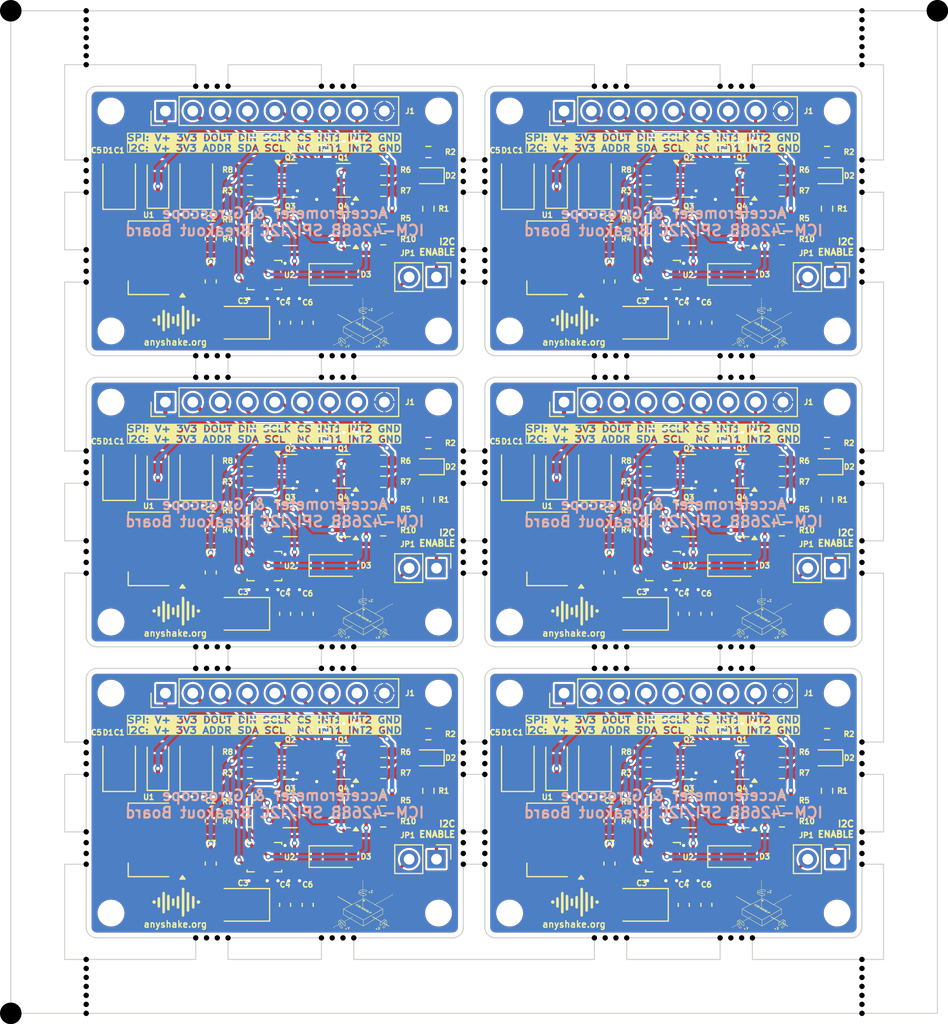
<source format=kicad_pcb>
(kicad_pcb (version 20240108) (generator "pcbnew") (generator_version "8.0")
  (layers (0 "F.Cu" signal) (31 "B.Cu" signal) (34 "B.Paste" user) (35 "F.Paste" user) (36 "B.SilkS" user "B.Silkscreen") (37 "F.SilkS" user "F.Silkscreen") (38 "B.Mask" user) (39 "F.Mask" user) (44 "Edge.Cuts" user))
  (net 0 "")
  (net 1 "Board_0-+3V3")
  (net 2 "Board_0-/AP_CS")
  (net 3 "Board_0-/AP_CS_3V3")
  (net 4 "Board_0-/DOUT_AD0")
  (net 5 "Board_0-/DOUT_AD0_3V3")
  (net 6 "Board_0-/INT1")
  (net 7 "Board_0-/INT2")
  (net 8 "Board_0-/SCL_SCLK")
  (net 9 "Board_0-/SCL_SCLK_3V3")
  (net 10 "Board_0-/SDA_DIN")
  (net 11 "Board_0-/SDA_DIN_3V3")
  (net 12 "Board_0-GND")
  (net 13 "Board_0-Net-(D2-A)")
  (net 14 "Board_0-Net-(D3-A)")
  (net 15 "Board_0-Net-(JP1-A)")
  (net 16 "Board_0-VCC")
  (net 17 "Board_0-VDD")
  (net 18 "Board_0-unconnected-(U2-RESV-Pad10)")
  (net 19 "Board_0-unconnected-(U2-RESV-Pad2)")
  (net 20 "Board_0-unconnected-(U2-RESV-Pad3)")
  (net 21 "Board_1-+3V3")
  (net 22 "Board_1-/AP_CS")
  (net 23 "Board_1-/AP_CS_3V3")
  (net 24 "Board_1-/DOUT_AD0")
  (net 25 "Board_1-/DOUT_AD0_3V3")
  (net 26 "Board_1-/INT1")
  (net 27 "Board_1-/INT2")
  (net 28 "Board_1-/SCL_SCLK")
  (net 29 "Board_1-/SCL_SCLK_3V3")
  (net 30 "Board_1-/SDA_DIN")
  (net 31 "Board_1-/SDA_DIN_3V3")
  (net 32 "Board_1-GND")
  (net 33 "Board_1-Net-(D2-A)")
  (net 34 "Board_1-Net-(D3-A)")
  (net 35 "Board_1-Net-(JP1-A)")
  (net 36 "Board_1-VCC")
  (net 37 "Board_1-VDD")
  (net 38 "Board_1-unconnected-(U2-RESV-Pad10)")
  (net 39 "Board_1-unconnected-(U2-RESV-Pad2)")
  (net 40 "Board_1-unconnected-(U2-RESV-Pad3)")
  (net 41 "Board_2-+3V3")
  (net 42 "Board_2-/AP_CS")
  (net 43 "Board_2-/AP_CS_3V3")
  (net 44 "Board_2-/DOUT_AD0")
  (net 45 "Board_2-/DOUT_AD0_3V3")
  (net 46 "Board_2-/INT1")
  (net 47 "Board_2-/INT2")
  (net 48 "Board_2-/SCL_SCLK")
  (net 49 "Board_2-/SCL_SCLK_3V3")
  (net 50 "Board_2-/SDA_DIN")
  (net 51 "Board_2-/SDA_DIN_3V3")
  (net 52 "Board_2-GND")
  (net 53 "Board_2-Net-(D2-A)")
  (net 54 "Board_2-Net-(D3-A)")
  (net 55 "Board_2-Net-(JP1-A)")
  (net 56 "Board_2-VCC")
  (net 57 "Board_2-VDD")
  (net 58 "Board_2-unconnected-(U2-RESV-Pad10)")
  (net 59 "Board_2-unconnected-(U2-RESV-Pad2)")
  (net 60 "Board_2-unconnected-(U2-RESV-Pad3)")
  (net 61 "Board_3-+3V3")
  (net 62 "Board_3-/AP_CS")
  (net 63 "Board_3-/AP_CS_3V3")
  (net 64 "Board_3-/DOUT_AD0")
  (net 65 "Board_3-/DOUT_AD0_3V3")
  (net 66 "Board_3-/INT1")
  (net 67 "Board_3-/INT2")
  (net 68 "Board_3-/SCL_SCLK")
  (net 69 "Board_3-/SCL_SCLK_3V3")
  (net 70 "Board_3-/SDA_DIN")
  (net 71 "Board_3-/SDA_DIN_3V3")
  (net 72 "Board_3-GND")
  (net 73 "Board_3-Net-(D2-A)")
  (net 74 "Board_3-Net-(D3-A)")
  (net 75 "Board_3-Net-(JP1-A)")
  (net 76 "Board_3-VCC")
  (net 77 "Board_3-VDD")
  (net 78 "Board_3-unconnected-(U2-RESV-Pad10)")
  (net 79 "Board_3-unconnected-(U2-RESV-Pad2)")
  (net 80 "Board_3-unconnected-(U2-RESV-Pad3)")
  (net 81 "Board_4-+3V3")
  (net 82 "Board_4-/AP_CS")
  (net 83 "Board_4-/AP_CS_3V3")
  (net 84 "Board_4-/DOUT_AD0")
  (net 85 "Board_4-/DOUT_AD0_3V3")
  (net 86 "Board_4-/INT1")
  (net 87 "Board_4-/INT2")
  (net 88 "Board_4-/SCL_SCLK")
  (net 89 "Board_4-/SCL_SCLK_3V3")
  (net 90 "Board_4-/SDA_DIN")
  (net 91 "Board_4-/SDA_DIN_3V3")
  (net 92 "Board_4-GND")
  (net 93 "Board_4-Net-(D2-A)")
  (net 94 "Board_4-Net-(D3-A)")
  (net 95 "Board_4-Net-(JP1-A)")
  (net 96 "Board_4-VCC")
  (net 97 "Board_4-VDD")
  (net 98 "Board_4-unconnected-(U2-RESV-Pad10)")
  (net 99 "Board_4-unconnected-(U2-RESV-Pad2)")
  (net 100 "Board_4-unconnected-(U2-RESV-Pad3)")
  (net 101 "Board_5-+3V3")
  (net 102 "Board_5-/AP_CS")
  (net 103 "Board_5-/AP_CS_3V3")
  (net 104 "Board_5-/DOUT_AD0")
  (net 105 "Board_5-/DOUT_AD0_3V3")
  (net 106 "Board_5-/INT1")
  (net 107 "Board_5-/INT2")
  (net 108 "Board_5-/SCL_SCLK")
  (net 109 "Board_5-/SCL_SCLK_3V3")
  (net 110 "Board_5-/SDA_DIN")
  (net 111 "Board_5-/SDA_DIN_3V3")
  (net 112 "Board_5-GND")
  (net 113 "Board_5-Net-(D2-A)")
  (net 114 "Board_5-Net-(D3-A)")
  (net 115 "Board_5-Net-(JP1-A)")
  (net 116 "Board_5-VCC")
  (net 117 "Board_5-VDD")
  (net 118 "Board_5-unconnected-(U2-RESV-Pad10)")
  (net 119 "Board_5-unconnected-(U2-RESV-Pad2)")
  (net 120 "Board_5-unconnected-(U2-RESV-Pad3)")
  (footprint "Resistor_SMD:R_0603_1608Metric" (layer "F.Cu") (at 177.07 63.69 180)
    (property "Reference" "R7")
    (property "Value" "10k")
  )
  (footprint "NPTH" (layer "F.Cu") (at 123.666667 79)
    (property "Reference" "KiKit_MB_23_3" (hide yes))
    (property "Value" "NPTH" (hide yes))
  )
  (footprint "Diode_SMD:D_SOD-123" (layer "F.Cu") (at 172.55 44.46)
    (property "Reference" "D3")
    (property "Value" "1N4148")
  )
  (footprint "Connector_PinHeader_2.54mm:PinHeader_1x02_P2.54mm_Vertical" (layer "F.Cu") (at 182.01 71.7 -90)
    (property "Reference" "JP1")
    (property "Value" "I2C_EN")
  )
  (footprint "AnyShake:Direction" (layer "F.Cu") (at 138.3 48.954088)
    (property "Reference" "G***" (hide yes))
    (property "Value" "LOGO" (hide yes))
  )
  (footprint "NPTH" (layer "F.Cu") (at 137.333333 52)
    (property "Reference" "KiKit_MB_8_1" (hide yes))
    (property "Value" "NPTH" (hide yes))
  )
  (footprint "NPTH" (layer "F.Cu") (at 112.5 88.833333)
    (property "Reference" "KiKit_MB_33_3" (hide yes))
    (property "Value" "NPTH" (hide yes))
  )
  (footprint "NPTH" (layer "F.Cu") (at 160.666666 27)
    (property "Reference" "KiKit_MB_13_2" (hide yes))
    (property "Value" "NPTH" (hide yes))
  )
  (footprint "Package_TO_SOT_SMD:SOT-223-3_TabPin2" (layer "F.Cu") (at 155.31 69.91 180)
    (property "Reference" "U1")
    (property "Value" "AMS1117-3.3")
  )
  (footprint "Resistor_SMD:R_0603_1608Metric" (layer "F.Cu") (at 177.07 39.25 180)
    (property "Reference" "R5")
    (property "Value" "10k")
  )
  (footprint "Resistor_SMD:R_0603_1608Metric" (layer "F.Cu") (at 177.07 34.75 180)
    (property "Reference" "R6")
    (property "Value" "10k")
  )
  (footprint "Diode_SMD:D_SOD-123" (layer "F.Cu") (at 156.16 35.9575 90)
    (property "Reference" "D1")
    (property "Value" "1N4148")
  )
  (footprint "NPTH" (layer "F.Cu") (at 184.5 109.666666)
    (property "Reference" "KiKit_MB_52_3" (hide yes))
    (property "Value" "NPTH" (hide yes))
  )
  (footprint "NPTH" (layer "F.Cu") (at 112.5 108)
    (property "Reference" "KiKit_MB_51_1" (hide yes))
    (property "Value" "NPTH" (hide yes))
  )
  (footprint "Resistor_SMD:R_0603_1608Metric" (layer "F.Cu") (at 164.695 95.19)
    (property "Reference" "R4")
    (property "Value" "10k")
  )
  (footprint "Capacitor_SMD:C_0603_1608Metric" (layer "F.Cu") (at 161.06 72.105 -90)
    (property "Reference" "C7")
    (property "Value" "0.1uF")
  )
  (footprint "NPTH" (layer "F.Cu") (at 149.5 61.833333)
    (property "Reference" "KiKit_MB_25_3" (hide yes))
    (property "Value" "NPTH" (hide yes))
  )
  (footprint "NPTH" (layer "F.Cu") (at 184.5 43.166666)
    (property "Reference" "KiKit_MB_12_2" (hide yes))
    (property "Value" "NPTH" (hide yes))
  )
  (footprint "Capacitor_Tantalum_SMD:CP_EIA-3528-12_Kemet-T" (layer "F.Cu") (at 152.56 89.9575 90)
    (property "Reference" "C5")
    (property "Value" "22uF")
  )
  (footprint "NPTH" (layer "F.Cu") (at 173.333333 81)
    (property "Reference" "KiKit_MB_46_3" (hide yes))
    (property "Value" "NPTH" (hide yes))
  )
  (footprint "NPTH" (layer "F.Cu") (at 173.333333 52)
    (property "Reference" "KiKit_MB_16_2" (hide yes))
    (property "Value" "NPTH" (hide yes))
  )
  (footprint "NPTH" (layer "F.Cu") (at 112.5 70.166666)
    (property "Reference" "KiKit_MB_18_3" (hide yes))
    (property "Value" "NPTH" (hide yes))
  )
  (footprint "NPTH" (layer "F.Cu") (at 134.333333 52)
    (property "Reference" "KiKit_MB_8_4" (hide yes))
    (property "Value" "NPTH" (hide yes))
  )
  (footprint "NPTH" (layer "F.Cu") (at 112.5 62.833333)
    (property "Reference" "KiKit_MB_17_2" (hide yes))
    (property "Value" "NPTH" (hide yes))
  )
  (footprint "NPTH" (layer "F.Cu") (at 112.5 60.833333)
    (property "Reference" "KiKit_MB_17_4" (hide yes))
    (property "Value" "NPTH" (hide yes))
  )
  (footprint "Package_TO_SOT_SMD:SOT-223-3_TabPin2" (layer "F.Cu") (at 118.31 96.91 180)
    (property "Reference" "U1")
    (property "Value" "AMS1117-3.3")
  )
  (footprint "MountingHole:MountingHole_2mm" (layer "F.Cu") (at 114.8 49.7)
    (property "Reference" "H4" (hide yes))
    (property "Value" "MountingHole")
  )
  (footprint "Package_TO_SOT_SMD:SOT-23" (layer "F.Cu") (at 168.43 40.22)
    (property "Reference" "Q3")
    (property "Value" "BSS138")
  )
  (footprint "Resistor_SMD:R_0603_1608Metric" (layer "F.Cu") (at 181.26 65.36 -90)
    (property "Reference" "R1")
    (property "Value" "10k")
  )
  (footprint "Resistor_SMD:R_0603_1608Metric" (layer "F.Cu") (at 127.695 90.69)
    (property "Reference" "R3")
    (property "Value" "10k")
  )
  (footprint "NPTH" (layer "F.Cu") (at 149.5 36.833334)
    (property "Reference" "KiKit_MB_9_1" (hide yes))
    (property "Value" "NPTH" (hide yes))
  )
  (footprint "Resistor_SMD:R_0603_1608Metric" (layer "F.Cu") (at 177.07 61.75 180)
    (property "Reference" "R6")
    (property "Value" "10k")
  )
  (footprint "NPTH" (layer "F.Cu") (at 184.5 44.166666)
    (property "Reference" "KiKit_MB_12_3" (hide yes))
    (property "Value" "NPTH" (hide yes))
  )
  (footprint "NPTH" (layer "F.Cu") (at 159.666666 52)
    (property "Reference" "KiKit_MB_15_4" (hide yes))
    (property "Value" "NPTH" (hide yes))
  )
  (footprint "NPTH" (layer "F.Cu") (at 184.5 111.333333)
    (property "Reference" "KiKit_MB_52_5" (hide yes))
    (property "Value" "NPTH" (hide yes))
  )
  (footprint "NPTH" (layer "F.Cu") (at 173.333333 79)
    (property "Reference" "KiKit_MB_32_2" (hide yes))
    (property "Value" "NPTH" (hide yes))
  )
  (footprint "Resistor_SMD:R_0603_1608Metric" (layer "F.Cu") (at 127.695 63.69)
    (property "Reference" "R3")
    (property "Value" "10k")
  )
  (footprint "NPTH" (layer "F.Cu") (at 149.5 33.833334)
    (property "Reference" "KiKit_MB_9_4" (hide yes))
    (property "Value" "NPTH" (hide yes))
  )
  (footprint "Capacitor_Tantalum_SMD:CP_EIA-3528-12_Kemet-T" (layer "F.Cu") (at 122.72 62.9575 90)
    (property "Reference" "C1")
    (property "Value" "10uF")
  )
  (footprint "NPTH" (layer "F.Cu") (at 134.333333 54)
    (property "Reference" "KiKit_MB_22_1" (hide yes))
    (property "Value" "NPTH" (hide yes))
  )
  (footprint "NPTH" (layer "F.Cu") (at 135.333333 54)
    (property "Reference" "KiKit_MB_22_2" (hide yes))
    (property "Value" "NPTH" (hide yes))
  )
  (footprint "NPTH" (layer "F.Cu") (at 122.666667 52)
    (property "Reference" "KiKit_MB_7_4" (hide yes))
    (property "Value" "NPTH" (hide yes))
  )
  (footprint "NPTH" (layer "F.Cu") (at 184.5 34.833334)
    (property "Reference" "KiKit_MB_11_2" (hide yes))
    (property "Value" "NPTH" (hide yes))
  )
  (footprint "Connector_PinHeader_2.54mm:PinHeader_1x02_P2.54mm_Vertical" (layer "F.Cu") (at 145.01 71.7 -90)
    (property "Reference" "JP1")
    (property "Value" "I2C_EN")
  )
  (footprint "Package_TO_SOT_SMD:SOT-23" (layer "F.Cu") (at 173.3625 35.72 180)
    (property "Reference" "Q1")
    (property "Value" "BSS138")
  )
  (footprint "Resistor_SMD:R_0603_1608Metric" (layer "F.Cu") (at 164.695 68.19)
    (property "Reference" "R4")
    (property "Value" "10k")
  )
  (footprint "NPTH" (layer "F.Cu") (at 112.5 89.833333)
    (property "Reference" "KiKit_MB_33_2" (hide yes))
    (property "Value" "NPTH" (hide yes))
  )
  (footprint "MountingHole:MountingHole_2mm" (layer "F.Cu") (at 182.2 103.7)
    (property "Reference" "H3" (hide yes))
    (property "Value" "MountingHole")
  )
  (footprint "NPTH" (layer "F.Cu") (at 184.5 96.166666)
    (property "Reference" "KiKit_MB_44_1" (hide yes))
    (property "Value" "NPTH" (hide yes))
  )
  (footprint "NPTH" (layer "F.Cu") (at 136.333333 79)
    (property "Reference" "KiKit_MB_24_2" (hide yes))
    (property "Value" "NPTH" (hide yes))
  )
  (footprint "MountingHole:MountingHole_2mm" (layer "F.Cu") (at 151.8 83.3)
    (property "Reference" "H1" (hide yes))
    (property "Value" "MountingHole")
  )
  (footprint "NPTH" (layer "F.Cu") (at 112.5 61.833333)
    (property "Reference" "KiKit_MB_17_3" (hide yes))
    (property "Value" "NPTH" (hide yes))
  )
  (footprint "Resistor_SMD:R_0603_1608Metric" (layer "F.Cu") (at 127.695 39.25)
    (property "Reference" "R9")
    (property "Value" "10k")
  )
  (footprint "Capacitor_SMD:C_0603_1608Metric" (layer "F.Cu") (at 170.06 75.935 -90)
    (property "Reference" "C6")
    (property "Value" "0.01uF")
  )
  (footprint "Resistor_SMD:R_0603_1608Metric" (layer "F.Cu") (at 177.07 93.25 180)
    (property "Reference" "R5")
    (property "Value" "10k")
  )
  (footprint "NPTH" (layer "F.Cu") (at 112.5 96.166666)
    (property "Reference" "KiKit_MB_34_4" (hide yes))
    (property "Value" "NPTH" (hide yes))
  )
  (footprint "NPTH" (layer "F.Cu") (at 147.5 60.833333)
    (property "Reference" "KiKit_MB_19_1" (hide yes))
    (property "Value" "NPTH" (hide yes))
  )
  (footprint "Resistor_SMD:R_0603_1608Metric" (layer "F.Cu") (at 181.26 60.1 180)
    (property "Reference" "R2")
    (property "Value" "1k")
  )
  (footprint "Package_TO_SOT_SMD:SOT-23" (layer "F.Cu") (at 131.43 62.72)
    (property "Reference" "Q2")
    (property "Value" "BSS138")
  )
  (footprint "NPTH" (layer "F.Cu") (at 112.5 20.833334)
    (property "Reference" "KiKit_MB_49_2" (hide yes))
    (property "Value" "NPTH" (hide yes))
  )
  (footprint "Resistor_SMD:R_0603_1608Metric" (layer "F.Cu") (at 127.695 61.75)
    (property "Reference" "R8")
    (property "Value" "10k")
  )
  (footprint "Diode_SMD:D_SOD-123" (layer "F.Cu") (at 135.55 71.46)
    (property "Reference" "D3")
    (property "Value" "1N4148")
  )
  (footprint "Capacitor_SMD:C_0603_1608Metric" (layer "F.Cu") (at 170.06 102.935 -90)
    (property "Reference" "C6")
    (property "Value" "0.01uF")
  )
  (footprint "NPTH" (layer "F.Cu") (at 136.333333 52)
    (property "Reference" "KiKit_MB_8_2" (hide yes))
    (property "Value" "NPTH" (hide yes))
  )
  (footprint "NPTH" (layer "F.Cu") (at 184.5 70.166666)
    (property "Reference" "KiKit_MB_28_2" (hide yes))
    (property "Value" "NPTH" (hide yes))
  )
  (footprint "NPTH" (layer "F.Cu") (at 112.5 24.166667)
    (property "Reference" "KiKit_MB_49_6" (hide yes))
    (property "Value" "NPTH" (hide yes))
  )
  (footprint "NPTH" (layer "F.Cu") (at 162.666666 52)
    (property "Reference" "KiKit_MB_15_1" (hide yes))
    (property "Value" "NPTH" (hide yes))
  )
  (footprint "NPTH" (layer "F.Cu") (at 160.666666 106)
    (property "Reference" "KiKit_MB_47_3" (hide yes))
    (property "Value" "NPTH" (hide yes))
  )
  (footprint "LED_SMD:LED_0603_1608Metric" (layer "F.Cu") (at 181.24 62.3 180)
    (property "Reference" "D2")
    (property "Value" "RED")
  )
  (footprint "NPTH" (layer "F.Cu") (at 147.5 35.833334)
    (property "Reference" "KiKit_MB_3_3" (hide yes))
    (property "Value" "NPTH" (hide yes))
  )
  (footprint "NPTH" (layer "F.Cu") (at 171.333333 52)
    (property "Reference" "KiKit_MB_16_4" (hide yes))
    (property "Value" "NPTH" (hide yes))
  )
  (footprint "NPTH" (layer "F.Cu") (at 174.333333 27)
    (property "Reference" "KiKit_MB_14_4" (hide yes))
    (property "Value" "NPTH" (hide yes))
  )
  (footprint "NPTH" (layer "F.Cu") (at 184.5 110.5)
    (property "Reference" "KiKit_MB_52_4" (hide yes))
    (property "Value" "NPTH" (hide yes))
  )
  (footprint "Resistor_SMD:R_0603_1608Metric" (layer "F.Cu") (at 140.07 88.75 180)
    (property "Reference" "R6")
    (property "Value" "10k")
  )
  (footprint "NPTH" (layer "F.Cu") (at 161.666666 81)
    (property "Reference" "KiKit_MB_45_3" (hide yes))
    (property "Value" "NPTH" (hide yes))
  )
  (footprint "Capacitor_Tantalum_SMD:CP_EIA-3528-12_Kemet-T" (layer "F.Cu") (at 159.72 62.9575 90)
    (property "Reference" "C1")
    (property "Value" "10uF")
  )
  (footprint "Package_LGA:LGA-14_3x2.5mm_P0.5mm_LayoutBorder3x4y" (layer "F.Cu") (at 129.04 71.5125)
    (property "Reference" "U2")
    (property "Value" "ICM-42688-P")
  )
  (footprint "NPTH" (layer "F.Cu") (at 147.5 88.833333)
    (property "Reference" "KiKit_MB_35_2" (hide yes))
    (property "Value" "NPTH" (hide yes))
  )
  (footprint "Resistor_SMD:R_0603_1608Metric" (layer "F.Cu") (at 144.26 65.36 -90)
    (property "Reference" "R1")
    (property "Value" "10k")
  )
  (footprint "NPTH" (layer "F.Cu") (at 184.5 108)
    (property "Reference" "KiKit_MB_52_1" (hide yes))
    (property "Value" "NPTH" (hide yes))
  )
  (footprint "Package_TO_SOT_SMD:SOT-23" (layer "F.Cu") (at 136.3625 94.22 180)
    (property "Reference" "Q4")
    (property "Value" "BSS138")
  )
  (footprint "Resistor_SMD:R_0603_1608Metric" (layer "F.Cu") (at 127.695 66.25)
    (property "Reference" "R9")
    (property "Value" "10k")
  )
  (footprint "MountingHole:MountingHole_2mm" (layer "F.Cu") (at 182.2 29.3)
    (property "Reference" "H2" (hide yes))
    (property "Value" "MountingHole")
  )
  (footprint "NPTH" (layer "F.Cu") (at 149.5 35.833334)
    (property "Reference" "KiKit_MB_9_2" (hide yes))
    (property "Value" "NPTH" (hide yes))
  )
  (footprint "NPTH" (layer "F.Cu") (at 184.5 42.166666)
    (property "Reference" "KiKit_MB_12_1" (hide yes))
    (property "Value" "NPTH" (hide yes))
  )
  (footprint "MountingHole:MountingHole_2mm" (layer "F.Cu") (at 151.8 29.3)
    (property "Reference" "H1" (hide yes))
    (property "Value" "MountingHole")
  )
  (footprint "LED_SMD:LED_0603_1608Metric" (layer "F.Cu") (at 144.24 62.3 180)
    (property "Reference" "D2")
    (property "Value" "RED")
  )
  (footprint "Connector_PinHeader_2.54mm:PinHeader_1x02_P2.54mm_Vertical" (layer "F.Cu") (at 182.01 98.7 -90)
    (property "Reference" "JP1")
    (property "Value" "I2C_EN")
  )
  (footprint "NPTH" (layer "F.Cu") (at 112.5 69.166666)
    (property "Reference" "KiKit_MB_18_4" (hide yes))
    (property "Value" "NPTH" (hide yes))
  )
  (footprint "NPTH" (layer "F.Cu") (at 147.5 87.833333)
    (property "Reference" "KiKit_MB_35_1" (hide yes))
    (property "Value" "NPTH" (hide yes))
  )
  (footprint "MountingHole:MountingHole_2mm" (layer "F.Cu") (at 145.2 29.3)
    (property "Reference" "H2" (hide yes))
    (property "Value" "MountingHole")
  )
  (footprint "Resistor_SMD:R_0603_1608Metric" (layer "F.Cu") (at 181.26 87.1 180)
    (property "Reference" "R2")
    (property "Value" "1k")
  )
  (footprint "NPTH" (layer "F.Cu") (at 174.333333 52)
    (property "Reference" "KiKit_MB_16_1" (hide yes))
    (property "Value" "NPTH" (hide yes))
  )
  (footprint "Connector_PinHeader_2.54mm:PinHeader_1x09_P2.54mm_Vertical" (layer "F.Cu") (at 156.85 56.3 90)
    (property "Reference" "J1")
    (property "Value" "Conn_01x09")
  )
  (footprint "Resistor_SMD:R_0603_1608Metric" (layer "F.Cu") (at 127.695 41.19)
    (property "Reference" "R4")
    (property "Value" "10k")
  )
  (footprint "NPTH" (layer "F.Cu") (at 159.666666 54)
    (property "Reference" "KiKit_MB_29_1" (hide yes))
    (property "Value" "NPTH" (hide yes))
  )
  (footprint "AnyShake:Logo" (layer "F.Cu") (at 157.86 102.69)
    (property "Reference" "G***" (hide yes))
    (property "Value" "LOGO" (hide yes))
  )
  (footprint "Connector_PinHeader_2.54mm:PinHeader_1x09_P2.54mm_Vertical" (layer "F.Cu") (at 119.85 83.3 90)
    (property "Reference" "J1")
    (property "Value" "Conn_01x09")
  )
  (footprint "Diode_SMD:D_SOD-123" (layer "F.Cu") (at 172.55 71.46)
    (property "Reference" "D3")
    (property "Value" "1N4148")
  )
  (footprint "NPTH" (layer "F.Cu") (at 171.333333 81)
    (property "Reference" "KiKit_MB_46_1" (hide yes))
    (property "Value" "NPTH" (hide yes))
  )
  (footprint "NPTH" (layer "F.Cu") (at 147.5 44.166666)
    (property "Reference" "KiKit_MB_4_3" (hide yes))
    (property "Value" "NPTH" (hide yes))
  )
  (footprint "NPTH" (layer "F.Cu") (at 137.333333 27)
    (property "Reference" "KiKit_MB_6_4" (hide yes))
    (property "Value" "NPTH" (hide yes))
  )
  (footprint "Package_TO_SOT_SMD:SOT-23" (layer "F.Cu") (at 136.3625 89.72 180)
    (property "Reference" "Q1")
    (property "Value" "BSS138")
  )
  (footprint "Resistor_SMD:R_0603_1608Metric" (layer "F.Cu") (at 177.07 88.75 180)
    (property "Reference" "R6")
    (property "Value" "10k")
  )
  (footprint "Resistor_SMD:R_0603_1608Metric" (layer "F.Cu") (at 140.07 93.25 180)
    (property "Reference" "R5")
    (property "Value" "10k")
  )
  (footprint "Package_TO_SOT_SMD:SOT-23" (layer "F.Cu") (at 131.43 35.72)
    (property "Reference" "Q2")
    (property "Value" "BSS138")
  )
  (footprint "Package_LGA:LGA-14_3x2.5mm_P0.5mm_LayoutBorder3x4y" (layer "F.Cu") (at 166.04 44.5125)
    (property "Reference" "U2")
    (property "Value" "ICM-42688-P")
  )
  (footprint "Diode_SMD:D_SOD-123" (layer "F.Cu") (at 119.16 35.9575 90)
    (property "Reference" "D1")
    (property "Value" "1N4148")
  )
  (footprint "Resistor_SMD:R_0603_1608Metric" (layer "F.Cu") (at 140.07 90.69 180)
    (property "Reference" "R7")
    (property "Value" "10k")
  )
  (footprint "NPTH" (layer "F.Cu") (at 112.5 42.166666)
    (property "Reference" "KiKit_MB_2_4" (hide yes))
    (property "Value" "NPTH" (hide yes))
  )
  (footprint "Resistor_SMD:R_0603_1608Metric" (layer "F.Cu") (at 140.07 61.75 180)
    (property "Reference" "R6")
    (property "Value" "10k")
  )
  (footprint "MountingHole:MountingHole_2mm" (layer "F.Cu") (at 182.2 56.3)
    (property "Reference" "H2" (hide yes))
    (property "Value" "MountingHole")
  )
  (footprint "NPTH" (layer "F.Cu") (at 147.5 70.166666)
    (property "Reference" "KiKit_MB_20_2" (hide yes))
    (property "Value" "NPTH" (hide yes))
  )
  (footprint "NPTH" (layer "F.Cu") (at 147.5 34.833334)
    (property "Reference" "KiKit_MB_3_2" (hide yes))
    (property "Value" "NPTH" (hide yes))
  )
  (footprint "NPTH" (layer "F.Cu") (at 149.5 63.833333)
    (property "Reference" "KiKit_MB_25_1" (hide yes))
    (property "Value" "NPTH" (hide yes))
  )
  (footprint "NPTH" (layer "F.Cu") (at 137.333333 54)
    (property "Reference" "KiKit_MB_22_4" (hide yes))
    (property "Value" "NPTH" (hide yes))
  )
  (footprint "Resistor_SMD:R_0603_1608Metric" (layer "F.Cu") (at 177.07 95.19 180)
    (property "Reference" "R10")
    (property "Value" "10k")
  )
  (footprint "Connector_PinHeader_2.54mm:PinHeader_1x09_P2.54mm_Vertical" (layer "F.Cu") (at 119.85 56.3 90)
    (property "Reference" "J1")
    (property "Value" "Conn_01x09")
  )
  (footprint "NPTH" (layer "F.Cu") (at 172.333333 106)
    (property "Reference" "KiKit_MB_48_3" (hide yes))
    (property "Value" "NPTH" (hide yes))
  )
  (footprint "Package_TO_SOT_SMD:SOT-223-3_TabPin2" (layer "F.Cu") (at 155.31 42.91 180)
    (property "Reference" "U1")
    (property "Value" "AMS1117-3.3")
  )
  (footprint "NPTH" (layer "F.Cu") (at 112.5 23.333334)
    (property "Reference" "KiKit_MB_49_5" (hide yes))
    (property "Value" "NPTH" (hide yes))
  )
  (footprint "Resistor_SMD:R_0603_1608Metric" (layer "F.Cu") (at 140.07 63.69 180)
    (property "Reference" "R7")
    (property "Value" "10k")
  )
  (footprint "Capacitor_SMD:C_0603_1608Metric" (layer "F.Cu") (at 133.06 48.935 -90)
    (property "Reference" "C6")
    (property "Value" "0.01uF")
  )
  (footprint "Diode_SMD:D_SOD-123" (layer "F.Cu") (at 135.55 44.46)
    (property "Reference" "D3")
    (property "Value" "1N4148")
  )
  (footprint "Resistor_SMD:R_0603_1608Metric" (layer "F.Cu") (at 140.07 66.25 180)
    (property "Reference" "R5")
    (property "Value" "10k")
  )
  (footprint "NPTH" (layer "F.Cu") (at 160.666666 52)
    (property "Reference" "KiKit_MB_15_3" (hide yes))
    (property "Value" "NPTH" (hide yes))
  )
  (footprint "NPTH" (layer "F.Cu") (at 162.666666 106)
    (property "Reference" "KiKit_MB_47_1" (hide yes))
    (property "Value" "NPTH" (hide yes))
  )
  (footprint "Resistor_SMD:R_0603_1608Metric" (layer "F.Cu") (at 164.695 88.75)
    (property "Reference" "R8")
    (property "Value" "10k")
  )
  (footprint "NPTH" (layer "F.Cu") (at 112.5 34.833334)
    (property "Reference" "KiKit_MB_1_3" (hide yes))
    (property "Value" "NPTH" (hide yes))
  )
  (footprint "NPTH" (layer "F.Cu") (at 149.5 98.166666)
    (property "Reference" "KiKit_MB_42_2" (hide yes))
    (property "Value" "NPTH" (hide yes))
  )
  (footprint "Capacitor_SMD:C_0603_1608Metric" (layer "F.Cu") (at 170.06 48.935 -90)
    (property "Reference" "C6")
    (property "Value" "0.01uF")
  )
  (footprint "NPTH" (layer "F.Cu") (at 105.5 113)
    (property "Reference" "KiKit_TO_3" (hide yes))
    (property "Value" "NPTH" (hide yes))
  )
  (footprint "NPTH" (layer "F.Cu") (at 184.5 22.5)
    (property "Reference" "KiKit_MB_50_4" (hide yes))
    (property "Value" "NPTH" (hide yes))
  )
  (footprint "NPTH" (layer "F.Cu") (at 134.333333 79)
    (property "Reference" "KiKit_MB_24_4" (hide yes))
    (property "Value" "NPTH" (hide yes))
  )
  (footprint "NPTH" (layer "F.Cu") (at 147.5 71.166666)
    (property "Reference" "KiKit_MB_20_3" (hide yes))
    (property "Value" "NPTH" (hide yes))
  )
  (footprint "MountingHole:MountingHole_2mm" (layer "F.Cu") (at 114.8 103.7)
    (property "Reference" "H4" (hide yes))
    (property "Value" "MountingHole")
  )
  (footprint "Resistor_SMD:R_0603_1608Metric" (layer "F.Cu") (at 140.07 39.25 180)
    (property "Reference" "R5")
    (property "Value" "10k")
  )
  (footprint "NPTH" (layer "F.Cu") (at 149.5 70.166666)
    (property "Reference" "KiKit_MB_26_3" (hide yes))
    (property "Value" "NPTH" (hide yes))
  )
  (footprint "MountingHole:MountingHole_2mm" (layer "F.Cu") (at 151.8 56.3)
    (property "Reference" "H1" (hide yes))
    (property "Value" "MountingHole")
  )
  (footprint "NPTH" (layer "F.Cu") (at 161.666666 27)
    (property "Reference" "KiKit_MB_13_3" (hide yes))
    (property "Value" "NPTH" (hide yes))
  )
  (footprint "NPTH" (layer "F.Cu") (at 161.666666 54)
    (property "Reference" "KiKit_MB_29_3" (hide yes))
    (property "Value" "NPTH" (hide yes))
  )
  (footprint "AnyShake:Logo" (layer "F.Cu") (at 120.86 102.69)
    (property "Reference" "G***" (hide yes))
    (property "Value" "LOGO" (hide yes))
  )
  (footprint "Resistor_SMD:R_0603_1608Metric" (layer "F.Cu") (at 140.07 41.19 180)
    (property "Reference" "R10")
    (property "Value" "10k")
  )
  (footprint "Resistor_SMD:R_0603_1608Metric" (layer "F.Cu") (at 140.07 34.75 180)
    (property "Reference" "R6")
    (property "Value" "10k")
  )
  (footprint "NPTH" (layer "F.Cu") (at 135.333333 106)
    (property "Reference" "KiKit_MB_40_3" (hide yes))
    (property "Value" "NPTH" (hide yes))
  )
  (footprint "Resistor_SMD:R_0603_1608Metric" (layer "F.Cu") (at 140.07 68.19 180)
    (property "Reference" "R10")
    (property "Value" "10k")
  )
  (footprint "NPTH" (layer "F.Cu") (at 134.333333 106)
    (property "Reference" "KiKit_MB_40_4" (hide yes))
    (property "Value" "NPTH" (hide yes))
  )
  (footprint "Resistor_SMD:R_0603_1608Metric" (layer "F.Cu") (at 181.26 38.36 -90)
    (property "Reference" "R1")
    (property "Value" "10k")
  )
  (footprint "Resistor_SMD:R_0603_1608Metric" (layer "F.Cu") (at 164.695 63.69)
    (property "Reference" "R3")
    (property "Value" "10k")
  )
  (footprint "NPTH" (layer "F.Cu") (at 184.5 90.833333)
    (property "Reference" "KiKit_MB_43_4" (hide yes))
    (property "Value" "NPTH" (hide yes))
  )
  (footprint "NPTH" (layer "F.Cu") (at 184.5 108.833333)
    (property "Reference" "KiKit_MB_52_2" (hide yes))
    (property "Value" "NPTH" (hide yes))
  )
  (footprint "NPTH" (layer "F.Cu") (at 125.666667 54)
    (property "Reference" "KiKit_MB_21_4" (hide yes))
    (property "Value" "NPTH" (hide yes))
  )
  (footprint "NPTH" (layer "F.Cu") (at 125.666667 106)
    (property "Reference" "KiKit_MB_39_1" (hide yes))
    (property "Value" "NPTH" (hide yes))
  )
  (footprint "NPTH" (layer "F.Cu") (at 162.666666 54)
    (property "Reference" "KiKit_MB_29_4" (hide yes))
    (property "Value" "NPTH" (hide yes))
  )
  (footprint "MountingHole:MountingHole_2mm" (layer "F.Cu") (at 151.8 103.7)
    (property "Reference" "H4" (hide yes))
    (property "Value" "MountingHole")
  )
  (footprint "NPTH" (layer "F.Cu") (at 184.5 88.833333)
    (property "Reference" "KiKit_MB_43_2" (hide yes))
    (property "Value" "NPTH" (hide yes))
  )
  (footprint "NPTH" (layer "F.Cu") (at 149.5 97.166666)
    (property "Reference" "KiKit_MB_42_3" (hide yes))
    (property "Value" "NPTH" (hide yes))
  )
  (footprint "NPTH" (layer "F.Cu") (at 147.5 72.166666)
    (property "Reference" "KiKit_MB_20_4" (hide yes))
    (property "Value" "NPTH" (hide yes))
  )
  (footprint "Capacitor_SMD:C_0603_1608Metric" (layer "F.Cu") (at 167.96 75.935 -90)
    (property "Reference" "C4")
    (property "Value" "0.1uF")
  )
  (footprint "Diode_SMD:D_SOD-123" (layer "F.Cu") (at 119.16 62.9575 90)
    (property "Reference" "D1")
    (property "Value" "1N4148")
  )
  (footprint "NPTH" (layer "F.Cu") (at 147.5 33.833334)
    (property "Reference" "KiKit_MB_3_1" (hide yes))
    (property "Value" "NPTH" (hide yes))
  )
  (footprint "NPTH" (layer "F.Cu") (at 147.5 42.166666)
    (property "Reference" "KiKit_MB_4_1" (hide yes))
    (property "Value" "NPTH" (hide yes))
  )
  (footprint "Package_LGA:LGA-14_3x2.5mm_P0.5mm_LayoutBorder3x4y" (layer "F.Cu") (at 166.04 98.5125)
    (property "Reference" "U2")
    (property "Value" "ICM-42688-P")
  )
  (footprint "NPTH" (layer "F.Cu") (at 147.5 98.166666)
    (property "Reference" "KiKit_MB_36_3" (hide yes))
    (property "Value" "NPTH" (hide yes))
  )
  (footprint "NPTH" (layer "F.Cu") (at 184.5 24.166667)
    (property "Reference" "KiKit_MB_50_6" (hide yes))
    (property "Value" "NPTH" (hide yes))
  )
  (footprint "Fiducial" (layer "F.Cu") (at 191.5 20)
    (property "Reference" "KiKit_FID_T_2" (hide yes))
    (property "Value" "Fiducial" (hide yes))
  )
  (footprint "LED_SMD:LED_0603_1608Metric" (layer "F.Cu") (at 181.24 89.3 180)
    (property "Reference" "D2")
    (property "Value" "RED")
  )
  (footprint "NPTH" (layer "F.Cu") (at 147.5 45.166666)
    (property "Reference" "KiKit_MB_4_4" (hide yes))
    (property "Value" "NPTH" (hide yes))
  )
  (footprint "Capacitor_SMD:C_0603_1608Metric" (layer "F.Cu") (at 124.06 45.105 -90)
    (property "Reference" "C7")
    (property "Value" "0.1uF")
  )
  (footprint "MountingHole:MountingHole_2mm" (layer "F.Cu") (at 145.2 76.7)
    (property "Reference" "H3" (hide yes))
    (property "Value" "MountingHole")
  )
  (footprint "Connector_PinHeader_2.54mm:PinHeader_1x02_P2.54mm_Vertical" (layer "F.Cu") (at 145.01 44.7 -90)
    (property "Reference" "JP1")
    (property "Value" "I2C_EN")
  )
  (footprint "Resistor_SMD:R_0603_1608Metric" (layer "F.Cu") (at 164.695 93.25)
    (property "Reference" "R9")
    (property "Value" "10k")
  )
  (footprint "NPTH" (layer "F.Cu") (at 149.5 43.166666)
    (property "Reference" "KiKit_MB_10_3" (hide yes))
    (property "Value" "NPTH" (hide yes))
  )
  (footprint "Resistor_SMD:R_0603_1608Metric" (layer "F.Cu") (at 181.26 92.36 -90)
    (property "Reference" "R1")
    (property "Value" "10k")
  )
  (footprint "MountingHole:MountingHole_2mm" (layer "F.Cu") (at 182.2 76.7)
    (property "Reference" "H3" (hide yes))
    (property "Value" "MountingHole")
  )
  (footprint "Capacitor_Tantalum_SMD:CP_EIA-3528-12_Kemet-T" (layer "F.Cu") (at 122.72 89.9575 90)
    (property "Reference" "C1")
    (property "Value" "10uF")
  )
  (footprint "Connector_PinHeader_2.54mm:PinHeader_1x09_P2.54mm_Vertical" (layer "F.Cu") (at 156.85 83.3 90)
    (property "Reference" "J1")
    (property "Value" "Conn_01x09")
  )
  (footprint "Resistor_SMD:R_0603_1608Metric" (layer "F.Cu") (at 127.695 93.25)
    (property "Reference" "R9")
    (property "Value" "10k")
  )
  (footprint "NPTH" (layer "F.Cu") (at 112.5 44.166666)
    (property "Reference" "KiKit_MB_2_2" (hide yes))
    (property "Value" "NPTH" (hide yes))
  )
  (footprint "Capacitor_Tantalum_SMD:CP_EIA-3528-12_Kemet-T" (layer "F.Cu") (at 159.72 89.9575 90)
    (property "Reference" "C1")
    (property "Value" "10uF")
  )
  (footprint "NPTH" (layer "F.Cu") (at 112.5 71.166666)
    (property "Reference" "KiKit_MB_18_2" (hide yes))
    (property "Value" "NPTH" (hide yes))
  )
  (footprint "NPTH" (layer "F.Cu") (at 184.5 89.833333)
    (property "Reference" "KiKit_MB_43_3" (hide yes))
    (property "Value" "NPTH" (hide yes))
  )
  (footprint "Diode_SMD:D_SOD-123" (layer "F.Cu") (at 156.16 89.9575 90)
    (property "Reference" "D1")
    (property "Value" "1N4148")
  )
  (footprint "NPTH" (layer "F.Cu") (at 147.5 61.833333)
    (property "Reference" "KiKit_MB_19_2" (hide yes))
    (property "Value" "NPTH" (hide yes))
  )
  (footprint "Resistor_SMD:R_0603_1608Metric" (layer "F.Cu") (at 127.695 68.19)
    (property "Reference" "R4")
    (property "Value" "10k")
  )
  (footprint "NPTH" (layer "F.Cu") (at 122.666667 54)
    (property "Reference" "KiKit_MB_21_1" (hide yes))
    (property "Value" "NPTH" (hide yes))
  )
  (footprint "NPTH" (layer "F.Cu") (at 125.666667 52)
    (property "Reference" "KiKit_MB_7_1" (hide yes))
    (property "Value" "NPTH" (hide yes))
  )
  (footprint "NPTH" (layer "F.Cu") (at 174.333333 81)
    (property "Reference" "KiKit_MB_46_4" (hide yes))
    (property "Value" "NPTH" (hide yes))
  )
  (footprint "Package_TO_SOT_SMD:SOT-223-3_TabPin2" (layer "F.Cu") (at 118.31 42.91 180)
    (property "Reference" "U1")
    (property "Value" "AMS1117-3.3")
  )
  (footprint "Capacitor_Tantalum_SMD:CP_EIA-3528-12_Kemet-T" (layer "F.Cu") (at 115.56 89.9575 90)
    (property "Reference" "C5")
    (property "Value" "22uF")
  )
  (footprint "Package_TO_SOT_SMD:SOT-23" (layer "F.Cu") (at 168.43 67.22)
    (property "Reference" "Q3")
    (property "Value" "BSS138")
  )
  (footprint "NPTH" (layer "F.Cu") (at 184.5 99.166666)
    (property "Reference" "KiKit_MB_44_4" (hide yes))
    (property "Value" "NPTH" (hide yes))
  )
  (footprint "NPTH" (layer "F.Cu") (at 124.666667 54)
    (property "Reference" "KiKit_MB_21_3" (hide yes))
    (property "Value" "NPTH" (hide yes))
  )
  (footprint "NPTH" (layer "F.Cu") (at 160.666666 79)
    (property "Reference" "KiKit_MB_31_3" (hide yes))
    (property "Value" "NPTH" (hide yes))
  )
  (footprint "NPTH" (layer "F.Cu") (at 136.333333 106)
    (property "Reference" "KiKit_MB_40_2" (hide yes))
    (property "Value" "NPTH" (hide yes))
  )
  (footprint "NPTH" (layer "F.Cu") (at 135.333333 79)
    (property "Reference" "KiKit_MB_24_3" (hide yes))
    (property "Value" "NPTH" (hide yes))
  )
  (footprint "Package_TO_SOT_SMD:SOT-23" (layer "F.Cu") (at 173.3625 89.72 180)
    (property "Reference" "Q1")
    (property "Value" "BSS138")
  )
  (footprint "MountingHole:MountingHole_2mm" (layer "F.Cu") (at 151.8 49.7)
    (property "Reference" "H4" (hide yes))
    (property "Value" "MountingHole")
  )
  (footprint "NPTH" (layer "F.Cu") (at 123.666667 54)
    (property "Reference" "KiKit_MB_21_2" (hide yes))
    (property "Value" "NPTH" (hide yes))
  )
  (footprint "NPTH" (layer "F.Cu") (at 112.5 110.5)
    (property "Reference" "KiKit_MB_51_4" (hide yes))
    (property "Value" "NPTH" (hide yes))
  )
  (footprint "NPTH" (layer "F.Cu") (at 149.5 60.833333)
    (property "Reference" "KiKit_MB_25_4" (hide yes))
    (property "Value" "NPTH" (hide yes))
  )
  (footprint "Resistor_SMD:R_0603_1608Metric" (layer "F.Cu") (at 144.26 60.1 180)
    (property "Reference" "R2")
    (property "Value" "1k")
  )
  (footprint "NPTH" (layer "F.Cu") (at 105.5 20)
    (property "Reference" "KiKit_TO_1" (hide yes))
    (property "Value" "NPTH" (hide yes))
  )
  (footprint "Capacitor_SMD:C_0603_1608Metric" (layer "F.Cu") (at 161.06 68.135 -90)
    (property "Reference" "C2")
    (property "Value" "0.1uF")
  )
  (footprint "NPTH" (layer "F.Cu") (at 112.5 72.166666)
    (property "Reference" "KiKit_MB_18_1" (hide yes))
    (property "Value" "NPTH" (hide yes))
  )
  (footprint "NPTH" (layer "F.Cu") (at 123.666667 52)
    (property "Reference" "KiKit_MB_7_3" (hide yes))
    (property "Value" "NPTH" (hide yes))
  )
  (footprint "NPTH" (layer "F.Cu") (at 172.333333 27)
    (property "Reference" "KiKit_MB_14_2" (hide yes))
    (property "Value" "NPTH" (hide yes))
  )
  (footprint "Capacitor_Tantalum_SMD:CP_EIA-3528-12_Kemet-T" (layer "F.Cu") (at 122.72 35.9575 90)
    (property "Reference" "C1")
    (property "Value" "10uF")
  )
  (footprint "NPTH" (layer "F.Cu") (at 149.5 72.166666)
    (property "Reference" "KiKit_MB_26_1" (hide yes))
    (property "Value" "NPTH" (hide yes))
  )
  (footprint "Package_TO_SOT_SMD:SOT-23" (layer "F.Cu") (at 168.43 89.72)
    (property "Reference" "Q2")
    (property "Value" "BSS138")
  )
  (footprint "LED_SMD:LED_0603_1608Metric" (layer "F.Cu") (at 144.24 89.3 180)
    (property "Reference" "D2")
    (property "Value" "RED")
  )
  (footprint "NPTH" (layer "F.Cu") (at 147.5 62.833333)
    (property "Reference" "KiKit_MB_19_3" (hide yes))
    (property "Value" "NPTH" (hide yes))
  )
  (footprint "MountingHole:MountingHole_2mm" (layer "F.Cu") (at 114.8 56.3)
    (property "Reference" "H1" (hide yes))
    (property "Value" "MountingHole")
  )
  (footprint "NPTH" (layer "F.Cu") (at 174.333333 54)
    (property "Reference" "KiKit_MB_30_4" (hide yes))
    (property "Value" "NPTH" (hide yes))
  )
  (footprint "NPTH" (layer "F.Cu") (at 184.5 61.833333)
    (property "Reference" "KiKit_MB_27_2" (hide yes))
    (property "Value" "NPTH" (hide yes))
  )
  (footprint "NPTH" (layer "F.Cu") (at 184.5 20.833334)
    (property "Reference" "KiKit_MB_50_2" (hide yes))
    (property "Value" "NPTH" (hide yes))
  )
  (footprint "Package_TO_SOT_SMD:SOT-23" (layer "F.Cu") (at 168.43 35.72)
    (property "Reference" "Q2")
    (property "Value" "BSS138")
  )
  (footprint "NPTH" (layer "F.Cu") (at 161.666666 52)
    (property "Reference" "KiKit_MB_15_2" (hide yes))
    (property "Value" "NPTH" (hide yes))
  )
  (footprint "Diode_SMD:D_SOD-123" (layer "F.Cu") (at 172.55 98.46)
    (property "Reference" "D3")
    (property "Value" "1N4148")
  )
  (footprint "Connector_PinHeader_2.54mm:PinHeader_1x09_P2.54mm_Vertical" (layer "F.Cu") (at 119.85 29.3 90)
    (property "Reference" "J1")
    (property "Value" "Conn_01x09")
  )
  (footprint "NPTH" (layer "F.Cu") (at 159.666666 27)
    (property "Reference" "KiKit_MB_13_1" (hide yes))
    (property "Value" "NPTH" (hide yes))
  )
  (footprint "NPTH" (layer "F.Cu") (at 125.666667 27)
    (property "Reference" "KiKit_MB_5_4" (hide yes))
    (property "Value" "NPTH" (hide yes))
  )
  (footprint "Capacitor_SMD:C_0603_1608Metric" (layer "F.Cu") (at 124.06 41.135 -90)
    (property "Reference" "C2")
    (property "Value" "0.1uF")
  )
  (footprint "NPTH" (layer "F.Cu") (at 112.5 98.166666)
    (property "Reference" "KiKit_MB_34_2" (hide yes))
    (property "Value" "NPTH" (hide yes))
  )
  (footprint "NPTH" (layer "F.Cu") (at 184.5 97.166666)
    (property "Reference" "KiKit_MB_44_2" (hide yes))
    (property "Value" "NPTH" (hide yes))
  )
  (footprint "NPTH" (layer "F.Cu") (at 184.5 35.833334)
    (property "Reference" "KiKit_MB_11_3" (hide yes))
    (property "Value" "NPTH" (hide yes))
  )
  (footprint "Capacitor_SMD:C_0603_1608Metric" (layer "F.Cu") (at 161.06 99.105 -90)
    (property "Reference" "C7")
    (property "Value" "0.1uF")
  )
  (footprint "Resistor_SMD:R_0603_1608Metric" (layer "F.Cu") (at 177.07 66.25 180)
    (property "Reference" "R5")
    (property "Value" "10k")
  )
  (footprint "NPTH" (layer "F.Cu") (at 184.5 33.833334)
    (property "Reference" "KiKit_MB_11_1" (hide yes))
    (property "Value" "NPTH" (hide yes))
  )
  (footprint "Resistor_SMD:R_0603_1608Metric" (layer "F.Cu") (at 144.26 38.36 -90)
    (property "Reference" "R1")
    (property "Value" "10k")
  )
  (footprint "NPTH" (layer "F.Cu") (at 122.666667 27)
    (property "Reference" "KiKit_MB_5_1" (hide yes))
    (property "Value" "NPTH" (hide yes))
  )
  (footprint "NPTH" (layer "F.Cu") (at 137.333333 79)
    (property "Reference" "KiKit_MB_24_1" (hide yes))
    (property "Value" "NPTH" (hide yes))
  )
  (footprint "NPTH" (layer "F.Cu") (at 112.5 36.833334)
    (property "Reference" "KiKit_MB_1_1" (hide yes))
    (property "Value" "NPTH" (hide yes))
  )
  (footprint "NPTH" (layer "F.Cu") (at 112.5 43.166666)
    (property "Reference" "KiKit_MB_2_3" (hide yes))
    (property "Value" "NPTH" (hide yes))
  )
  (footprint "NPTH" (layer "F.Cu") (at 112.5 112.166666)
    (property "Reference" "KiKit_MB_51_6" (hide yes))
    (property "Value" "NPTH" (hide yes))
  )
  (footprint "NPTH" (layer "F.Cu") (at 184.5 36.833334)
    (property "Reference" "KiKit_MB_11_4" (hide yes))
    (property "Value" "NPTH" (hide yes))
  )
  (footprint "Resistor_SMD:R_0603_1608Metric" (layer "F.Cu") (at 140.07 95.19 180)
    (property "Reference" "R10")
    (property "Value" "10k")
  )
  (footprint "NPTH" (layer "F.Cu") (at 112.5 113)
    (property "Reference" "KiKit_MB_51_7" (hide yes))
    (property "Value" "NPTH" (hide yes))
  )
  (footprint "NPTH" (layer "F.Cu") (at 134.333333 81)
    (property "Reference" "KiKit_MB_38_1" (hide yes))
    (property "Value" "NPTH" (hide yes))
  )
  (footprint "NPTH" (layer "F.Cu") (at 123.666667 81)
    (property "Reference" "KiKit_MB_37_2" (hide yes))
    (property "Value" "NPTH" (hide yes))
  )
  (footprint "NPTH" (layer "F.Cu") (at 149.5 88.833333)
    (property "Reference" "KiKit_MB_41_3" (hide yes))
    (property "Value" "NPTH" (hide yes))
  )
  (footprint "NPTH" (layer "F.Cu") (at 112.5 20)
    (property "Reference" "KiKit_MB_49_1" (hide yes))
    (property "Value" "NPTH" (hide yes))
  )
  (footprint "NPTH" (layer "F.Cu") (at 149.5 69.166666)
    (property "Reference" "KiKit_MB_26_4" (hide yes))
    (property "Value" "NPTH" (hide yes))
  )
  (footprint "NPTH" (layer "F.Cu") (at 147.5 97.166666)
    (property "Reference" "KiKit_MB_36_2" (hide yes))
    (property "Value" "NPTH" (hide yes))
  )
  (footprint "Capacitor_SMD:C_0603_1608Metric" (layer "F.Cu") (at 133.06 102.935 -90)
    (property "Reference" "C6")
    (property "Value" "0.01uF")
  )
  (footprint "NPTH" (layer "F.Cu") (at 184.5 63.833333)
    (property "Reference" "KiKit_MB_27_4" (hide yes))
    (property "Value" "NPTH" (hide yes))
  )
  (footprint "Capacitor_Tantalum_SMD:CP_EIA-3528-12_Kemet-T" (layer "F.Cu") (at 115.56 62.9575 90)
    (property "Reference" "C5")
    (property "Value" "22uF")
  )
  (footprint "NPTH" (layer "F.Cu") (at 184.5 87.833333)
    (property "Reference" "KiKit_MB_43_1" (hide yes))
    (property "Value" "NPTH" (hide yes))
  )
  (footprint "NPTH" (layer "F.Cu") (at 135.333333 52)
    (property "Reference" "KiKit_MB_8_3" (hide yes))
    (property "Value" "NPTH" (hide yes))
  )
  (footprint "NPTH" (layer "F.Cu") (at 112.5 45.166666)
    (property "Reference" "KiKit_MB_2_1" (hide yes))
    (property "Value" "NPTH" (hide yes))
  )
  (footprint "Resistor_SMD:R_0603_1608Metric" (layer "F.Cu") (at 164.695 34.75)
    (property "Reference" "R8")
    (property "Value" "10k")
  )
  (footprint "NPTH" (layer "F.Cu") (at 171.333333 79)
    (property "Reference" "KiKit_MB_32_4" (hide yes))
    (property "Value" "NPTH" (hide yes))
  )
  (footprint "Package_TO_SOT_SMD:SOT-223-3_TabPin2" (layer "F.Cu") (at 155.31 96.91 180)
    (property "Reference" "U1")
    (property "Value" "AMS1117-3.3")
  )
  (footprint "MountingHole:MountingHole_2mm" (layer "F.Cu") (at 114.8 76.7)
    (property "Reference" "H4" (hide yes))
    (property "Value" "MountingHole")
  )
  (footprint "AnyShake:Logo" (layer "F.Cu") (at 120.86 48.69)
    (property "Reference" "G***" (hide yes))
    (property "Value" "LOGO" (hide yes))
  )
  (footprint "MountingHole:MountingHole_2mm" (layer "F.Cu") (at 145.2 103.7)
    (property "Reference" "H3" (hide yes))
    (property "Value" "MountingHole")
  )
  (footprint "NPTH" (layer "F.Cu") (at 171.333333 27)
    (property "Reference" "KiKit_MB_14_1" (hide yes))
    (property "Value" "NPTH" (hide yes))
  )
  (footprint "NPTH" (layer "F.Cu") (at 149.5 89.833333)
    (property "Reference" "KiKit_MB_41_2" (hide yes))
    (property "Value" "NPTH" (hide yes))
  )
  (footprint "MountingHole:MountingHole_2mm" (layer "F.Cu") (at 114.8 83.3)
    (property "Reference" "H1" (hide yes))
    (property "Value" "MountingHole")
  )
  (footprint "Capacitor_Tantalum_SMD:CP_EIA-3528-12_Kemet-T" (layer "F.Cu") (at 159.72 35.9575 90)
    (property "Reference" "C1")
    (property "Value" "10uF")
  )
  (footprint "NPTH" (layer "F.Cu") (at 123.666667 106)
    (property "Reference" "KiKit_MB_39_3" (hide yes))
    (property "Value" "NPTH" (hide yes))
  )
  (footprint "Package_TO_SOT_SMD:SOT-23" (layer "F.Cu") (at 173.3625 67.22 180)
    (property "Reference" "Q4")
    (property "Value" "BSS138")
  )
  (footprint "Capacitor_SMD:C_0603_1608Metric" (layer "F.Cu") (at 167.96 48.935 -90)
    (property "Reference" "C4")
    (property "Value" "0.1uF")
  )
  (footprint "Capacitor_Tantalum_SMD:CP_EIA-3528-12_Kemet-T" (layer "F.Cu") (at 164.0625 102.935 180)
    (property "Reference" "C3")
    (property "Value" "2.2uF")
  )
  (footprint "NPTH" (layer "F.Cu") (at 137.333333 81)
    (property "Reference" "KiKit_MB_38_4" (hide yes))
    (property "Value" "NPTH" (hide yes))
  )
  (footprint "Resistor_SMD:R_0603_1608Metric" (layer "F.Cu") (at 127.695 36.69)
    (property "Reference" "R3")
    (property "Value" "10k")
  )
  (footprint "NPTH" (layer "F.Cu") (at 172.333333 52)
    (property "Reference" "KiKit_MB_16_3" (hide yes))
    (property "Value" "NPTH" (hide yes))
  )
  (footprint "NPTH" (layer "F.Cu") (at 149.5 99.166666)
    (property "Reference" "KiKit_MB_42_1" (hide yes))
    (property "Value" "NPTH" (hide yes))
  )
  (footprint "Capacitor_SMD:C_0603_1608Metric" (layer "F.Cu") (at 130.96 102.935 -90)
    (property "Reference" "C4")
    (property "Value" "0.1uF")
  )
  (footprint "AnyShake:Logo" (layer "F.Cu") (at 120.86 75.69)
    (property "Reference" "G***" (hide yes))
    (property "Value" "LOGO" (hide yes))
  )
  (footprint "Resistor_SMD:R_0603_1608Metric" (layer "F.Cu") (at 177.07 90.69 180)
    (property "Reference" "R7")
    (property "Value" "10k")
  )
  (footprint "Diode_SMD:D_SOD-123" (layer "F.Cu") (at 156.16 62.9575 90)
    (property "Reference" "D1")
    (property "Value" "1N4148")
  )
  (footprint "NPTH" (layer "F.Cu") (at 161.666666 106)
    (property "Reference" "KiKit_MB_47_2" (hide yes))
    (property "Value" "NPTH" (hide yes))
  )
  (footprint "NPTH" (layer "F.Cu") (at 162.666666 81)
    (property "Reference" "KiKit_MB_45_4" (hide yes))
    (property "Value" "NPTH" (hide yes))
  )
  (footprint "NPTH" (layer "F.Cu") (at 184.5 113)
    (property "Reference" "KiKit_MB_52_7" (hide yes))
    (property "Value" "NPTH" (hide yes))
  )
  (footprint "NPTH" (layer "F.Cu") (at 125.666667 81)
    (property "Reference" "KiKit_MB_37_4" (hide yes))
    (property "Value" "NPTH" (hide yes))
  )
  (footprint "NPTH" (layer "F.Cu") (at 149.5 45.166666)
    (property "Reference" "KiKit_MB_10_1" (hide yes))
    (property "Value" "NPTH" (hide yes))
  )
  (footprint "NPTH" (layer "F.Cu") (at 149.5 90.833333)
    (property "Reference" "KiKit_MB_41_1" (hide yes))
    (property "Value" "NPTH" (hide yes))
  )
  (footprint "Capacitor_Tantalum_SMD:CP_EIA-3528-12_Kemet-T" (layer "F.Cu") (at 127.0625 75.935 180)
    (property "Reference" "C3")
    (property "Value" "2.2uF")
  )
  (footprint "NPTH" (layer "F.Cu") (at 149.5 42.166666)
    (property "Reference" "KiKit_MB_10_4" (hide yes))
    (property "Value" "NPTH" (hide yes))
  )
  (footprint "Connector_PinHeader_2.54mm:PinHeader_1x02_P2.54mm_Vertical" (layer "F.Cu") (at 182.01 44.7 -90)
    (property "Reference" "JP1")
    (property "Value" "I2C_EN")
  )
  (footprint "NPTH" (layer "F.Cu") (at 112.5 22.5)
    (property "Reference" "KiKit_MB_49_4" (hide yes))
    (property "Value" "NPTH" (hide yes))
  )
  (footprint "Package_TO_SOT_SMD:SOT-223-3_TabPin2" (layer "F.Cu") (at 118.31 69.91 180)
    (property "Reference" "U1")
    (property "Value" "AMS1117-3.3")
  )
  (footprint "NPTH" (layer "F.Cu") (at 147.5 99.166666)
    (property "Reference" "KiKit_MB_36_4" (hide yes))
    (property "Value" "NPTH" (hide yes))
  )
  (footprint "Resistor_SMD:R_0603_1608Metric" (layer "F.Cu") (at 164.695 39.25)
    (property "Reference" "R9")
    (property "Value" "10k")
  )
  (footprint "NPTH" (layer "F.Cu") (at 147.5 90.833333)
    (property "Reference" "KiKit_MB_35_4" (hide yes))
    (property "Value" "NPTH" (hide yes))
  )
  (footprint "Package_TO_SOT_SMD:SOT-23" (layer "F.Cu") (at 136.3625 40.22 180)
    (property "Reference" "Q4")
    (property "Value" "BSS138")
  )
  (footprint "NPTH" (layer "F.Cu") (at 112.5 21.666667)
    (property "Reference" "KiKit_MB_49_3" (hide yes))
    (property "Value" "NPTH" (hide yes))
  )
  (footprint "NPTH" (layer "F.Cu") (at 112.5 25)
    (property "Reference" "KiKit_MB_49_7" (hide yes))
    (property "Value" "NPTH" (hide yes))
  )
  (footprint "Capacitor_Tantalum_SMD:CP_EIA-3528-12_Kemet-T" (layer "F.Cu") (at 152.56 62.9575 90)
    (property "Reference" "C5")
    (property "Value" "22uF")
  )
  (footprint "Capacitor_SMD:C_0603_1608Metric" (layer "F.Cu") (at 161.06 41.135 -90)
    (property "Reference" "C2")
    (property "Value" "0.1uF")
  )
  (footprint "Resistor_SMD:R_0603_1608Metric" (layer "F.Cu") (at 164.695 36.69)
    (property "Reference" "R3")
    (property "Value" "10k")
  )
  (footprint "MountingHole:MountingHole_2mm" (layer "F.Cu") (at 182.2 83.3)
    (property "Reference" "H2" (hide yes))
    (property "Value" "MountingHole")
  )
  (footprint "NPTH" (layer "F.Cu") (at 172.333333 81)
    (property "Reference" "KiKit_MB_46_2" (hide yes))
    (property "Value" "NPTH" (hide yes))
  )
  (footprint "NPTH" (layer "F.Cu") (at 122.666667 81)
    (property "Reference" "KiKit_MB_37_1" (hide yes))
    (property "Value" "NPTH" (hide yes))
  )
  (footprint "Resistor_SMD:R_0603_1608Metric" (layer "F.Cu") (at 164.695 41.19)
    (property "Reference" "R4")
    (property "Value" "10k")
  )
  (footprint "Resistor_SMD:R_0603_1608Metric" (layer "F.Cu") (at 177.07 68.19 180)
    (property "Reference" "R10")
    (property "Value" "10k")
  )
  (footprint "MountingHole:MountingHole_2mm" (layer "F.Cu") (at 145.2 83.3)
    (property "Reference" "H2" (hide yes))
    (property "Value" "MountingHole")
  )
  (footprint "AnyShake:Direction" (layer "F.Cu") (at 138.3 75.954088)
    (property "Reference" "G***" (hide yes))
    (property "Value" "LOGO" (hide yes))
  )
  (footprint "Capacitor_Tantalum_SMD:CP_EIA-3528-12_Kemet-T" (layer "F.Cu") (at 115.56 35.9575 90)
    (property "Reference" "C5")
    (property "Value" "22uF")
  )
  (footprint "Resistor_SMD:R_0603_1608Metric" (layer "F.Cu") (at 144.26 87.1 180)
    (property "Reference" "R2")
    (property "Value" "1k")
  )
  (footprint "NPTH" (layer "F.Cu") (at 149.5 44.166666)
    (property "Reference" "KiKit_MB_10_2" (hide yes))
    (property "Value" "NPTH" (hide yes))
  )
  (footprint "Capacitor_SMD:C_0603_1608Metric" (layer "F.Cu") (at 124.06 95.135 -90)
    (property "Reference" "C2")
    (property "Value" "0.1uF")
  )
  (footprint "NPTH" (layer "F.Cu") (at 161.666666 79)
    (property "Reference" "KiKit_MB_31_2" (hide yes))
    (property "Value" "NPTH" (hide yes))
  )
  (footprint "Fiducial" (layer "F.Cu") (at 105.5 20)
    (property "Reference" "KiKit_FID_T_1" (hide yes))
    (property "Value" "Fiducial" (hide yes))
  )
  (footprint "Capacitor_SMD:C_0603_1608Metric" (layer "F.Cu") (at 124.06 68.135 -90)
    (property "Reference" "C2")
    (property "Value" "0.1uF")
  )
  (footprint "Resistor_SMD:R_0603_1608Metric" (layer "F.Cu") (at 127.695 95.19)
    (property "Reference" "R4")
    (property "Value" "10k")
  )
  (footprint "LED_SMD:LED_0603_1608Metric" (layer "F.Cu") (at 144.24 35.3 180)
    (property "Reference" "D2")
    (property "Value" "RED")
  )
  (footprint "NPTH" (layer "F.Cu") (at 171.333333 54)
    (property "Reference" "KiKit_MB_30_1" (hide yes))
    (property "Value" "NPTH" (hide yes))
  )
  (footprint "Package_TO_SOT_SMD:SOT-23" (layer "F.Cu") (at 131.43 40.22)
    (property "Reference" "Q3")
    (property "Value" "BSS138")
  )
  (footprint "NPTH" (layer "F.Cu") (at 173.333333 27)
    (property "Reference" "KiKit_MB_14_3" (hide yes))
    (property "Value" "NPTH" (hide yes))
  )
  (footprint "NPTH" (layer "F.Cu") (at 184.5 20)
    (property "Reference" "KiKit_MB_50_1" (hide yes))
    (property "Value" "NPTH" (hide yes))
  )
  (footprint "Fiducial" (layer "F.Cu") (at 105.5 113)
    (property "Reference" "KiKit_FID_T_3" (hide yes))
    (property "Value" "Fiducial" (hide yes))
  )
  (footprint "NPTH" (layer "F.Cu") (at 172.333333 54)
    (property "Reference" "KiKit_MB_30_2" (hide yes))
    (property "Value" "NPTH" (hide yes))
  )
  (footprint "NPTH" (layer "F.Cu") (at 147.5 89.833333)
    (property "Reference" "KiKit_MB_35_3" (hide yes))
    (property "Value" "NPTH" (hide yes))
  )
  (footprint "Resistor_SMD:R_0603_1608Metric" (layer "F.Cu") (at 144.26 92.36 -90)
    (property "Reference" "R1")
    (property "Value" "10k")
  )
  (footprint "NPTH" (layer "F.Cu") (at 184.5 23.333334)
    (property "Reference" "KiKit_MB_50_5" (hide yes))
    (property "Value" "NPTH" (hide yes))
  )
  (footprint "NPTH" (layer "F.Cu") (at 112.5 87.833333)
    (property "Reference" "KiKit_MB_33_4" (hide yes))
    (property "Value" "NPTH" (hide yes))
  )
  (footprint "Package_LGA:LGA-14_3x2.5mm_P0.5mm_LayoutBorder3x4y" (layer "F.Cu") (at 129.04 98.5125)
    (property "Reference" "U2")
    (property "Value" "ICM-42688-P")
  )
  (footprint "Capacitor_Tantalum_SMD:CP_EIA-3528-12_Kemet-T" (layer "F.Cu") (at 127.0625 102.935 180)
    (property "Reference" "C3")
    (property "Value" "2.2uF")
  )
  (footprint "Capacitor_Tantalum_SMD:CP_EIA-3528-12_Kemet-T" (layer "F.Cu") (at 152.56 35.9575 90)
    (property "Reference" "C5")
    (property "Value" "22uF")
  )
  (footprint "MountingHole:MountingHole_2mm" (layer "F.Cu") (at 182.2 49.7)
    (property "Reference" "H3" (hide yes))
    (property "Value" "MountingHole")
  )
  (footprint "MountingHole:MountingHole_2mm" (layer "F.Cu") (at 151.8 76.7)
    (property "Reference" "H4" (hide yes))
    (property "Value" "MountingHole")
  )
  (footprint "Resistor_SMD:R_0603_1608Metric" (layer "F.Cu") (at 164.695 61.75)
    (property "Reference" "R8")
    (property "Value" "10k")
  )
  (footprint "Connector_PinHeader_2.54mm:PinHeader_1x02_P2.54mm_Vertical" (layer "F.Cu") (at 145.01 98.7 -90)
    (property "Reference" "JP1")
    (property "Value" "I2C_EN")
  )
  (footprint "Package_TO_SOT_SMD:SOT-23" (layer "F.Cu") (at 131.43 94.22)
    (property "Reference" "Q3")
    (property "Value" "BSS138")
  )
  (footprint "Capacitor_SMD:C_0603_1608Metric" (layer "F.Cu") (at 161.06 45.105 -90)
    (property "Reference" "C7")
    (property "Value" "0.1uF")
  )
  (footprint "Package_LGA:LGA-14_3x2.5mm_P0.5mm_LayoutBorder3x4y" (layer "F.Cu") (at 166.04 71.5125)
    (property "Reference" "U2")
    (property "Value" "ICM-42688-P")
  )
  (footprint "NPTH" (layer "F.Cu") (at 137.333333 106)
    (property "Reference" "KiKit_MB_40_1" (hide yes))
    (property "Value" "NPTH" (hide yes))
  )
  (footprint "MountingHole:MountingHole_2mm" (layer "F.Cu") (at 145.2 56.3)
    (property "Reference" "H2" (hide yes))
    (property "Value" "MountingHole")
  )
  (footprint "NPTH" (layer "F.Cu") (at 135.333333 81)
    (property "Reference" "KiKit_MB_38_2" (hide yes))
    (property "Value" "NPTH" (hide yes))
  )
  (footprint "NPTH" (layer "F.Cu") (at 147.5 63.833333)
    (property "Reference" "KiKit_MB_19_4" (hide yes))
    (property "Value" "NPTH" (hide yes))
  )
  (footprint "NPTH" (layer "F.Cu") (at 112.5 109.666666)
    (property "Reference" "KiKit_MB_51_3" (hide yes))
    (property "Value" "NPTH" (hide yes))
  )
  (footprint "AnyShake:Direction" (layer "F.Cu") (at 138.3 102.954088)
    (property "Reference" "G***" (hide yes))
    (property "Value" "LOGO" (hide yes))
  )
  (footprint "NPTH" (layer "F.Cu") (at 149.5 71.166666)
    (property "Reference" "KiKit_MB_26_2" (hide yes))
    (property "Value" "NPTH" (hide yes))
  )
  (footprint "NPTH" (layer "F.Cu") (at 134.333333 27)
    (property "Reference" "KiKit_MB_6_1" (hide yes))
    (property "Value" "NPTH" (hide yes))
  )
  (footprint "NPTH" (layer "F.Cu") (at 112.5 111.333333)
    (property "Reference" "KiKit_MB_51_5" (hide yes))
    (property "Value" "NPTH" (hide yes))
  )
  (footprint "NPTH" (layer "F.Cu") (at 149.5 62.833333)
    (property "Reference" "KiKit_MB_25_2" (hide yes))
    (property "Value" "NPTH" (hide yes))
  )
  (footprint "NPTH" (layer "F.Cu") (at 112.5 108.833333)
    (property "Reference" "KiKit_MB_51_2" (hide yes))
    (property "Value" "NPTH" (hide yes))
  )
  (footprint "NPTH" (layer "F.Cu") (at 149.5 87.833333)
    (property "Reference" "KiKit_MB_41_4" (hide yes))
    (property "Value" "NPTH" (hide yes))
  )
  (footprint "NPTH" (layer "F.Cu") (at 136.333333 54)
    (property "Reference" "KiKit_MB_22_3" (hide yes))
    (property "Value" "NPTH" (hide yes))
  )
  (footprint "Package_TO_SOT_SMD:SOT-23" (layer "F.Cu") (at 168.43 94.22)
    (property "Reference" "Q3")
    (property "Value" "BSS138")
  )
  (footprint "NPTH" (layer "F.Cu") (at 184.5 60.833333)
    (property "Reference" "KiKit_MB_27_1" (hide yes))
    (property "Value" "NPTH" (hide yes))
  )
  (footprint "NPTH" (layer "F.Cu") (at 160.666666 81)
    (property "Reference" "KiKit_MB_45_2" (hide yes))
    (property "Value" "NPTH" (hide yes))
  )
  (footprint "NPTH" (layer "F.Cu") (at 123.666667 27)
    (property "Reference" "KiKit_MB_5_2" (hide yes))
    (property "Value" "NPTH" (hide yes))
  )
  (footprint "NPTH" (layer "F.Cu") (at 124.666667 27)
    (property "Reference" "KiKit_MB_5_3" (hide yes))
    (property "Value" "NPTH" (hide yes))
  )
  (footprint "Resistor_SMD:R_0603_1608Metric" (layer "F.Cu") (at 177.07 41.19 180)
    (property "Reference" "R10")
    (property "Value" "10k")
  )
  (footprint "Capacitor_SMD:C_0603_1608Metric" (layer "F.Cu") (at 130.96 48.935 -90)
    (property "Reference" "C4")
    (property "Value" "0.1uF")
  )
  (footprint "Package_TO_SOT_SMD:SOT-23" (layer "F.Cu") (at 173.3625 40.22 180)
    (property "Reference" "Q4")
    (property "Value" "BSS138")
  )
  (footprint "Connector_PinHeader_2.54mm:PinHeader_1x09_P2.54mm_Vertical" (layer "F.Cu") (at 156.85 29.3 90)
    (property "Reference" "J1")
    (property "Value" "Conn_01x09")
  )
  (footprint "NPTH" (layer "F.Cu") (at 184.5 71.166666)
    (property "Reference" "KiKit_MB_28_3" (hide yes))
    (property "Value" "NPTH" (hide yes))
  )
  (footprint "Capacitor_SMD:C_0603_1608Metric" (layer "F.Cu") (at 124.06 72.105 -90)
    (property "Reference" "C7")
    (property "Value" "0.1uF")
  )
  (footprint "NPTH" (layer "F.Cu") (at 184.5 21.666667)
    (property "Reference" "KiKit_MB_50_3" (hide yes))
    (property "Value" "NPTH" (hide yes))
  )
  (footprint "NPTH" (layer "F.Cu") (at 112.5 35.833334)
    (property "Reference" "KiKit_MB_1_2" (hide yes))
    (property "Value" "NPTH" (hide yes))
  )
  (footprint "NPTH" (layer "F.Cu") (at 112.5 63.833333)
    (property "Reference" "KiKit_MB_17_1" (hide yes))
    (property "Value" "NPTH" (hide yes))
  )
  (footprint "Package_TO_SOT_SMD:SOT-23" (layer "F.Cu") (at 131.43 67.22)
    (property "Reference" "Q3")
    (property "Value" "BSS138")
  )
  (footprint "Capacitor_Tantalum_SMD:CP_EIA-3528-12_Kemet-T" (layer "F.Cu") (at 164.0625 48.935 180)
    (property "Reference" "C3")
    (property "Value" "2.2uF")
  )
  (footprint "NPTH" (layer "F.Cu") (at 112.5 90.833333)
    (property "Reference" "KiKit_MB_33_1" (hide yes))
    (property "Value" "NPTH" (hide yes))
  )
  (footprint "Resistor_SMD:R_0603_1608Metric" (layer "F.Cu") (at 127.695 34.75)
    (property "Reference" "R8")
    (property "Value" "10k")
  )
  (footprint "NPTH" (layer "F.Cu") (at 162.666666 27)
    (property "Reference" "KiKit_MB_13_4" (hide yes))
    (property "Value" "NPTH" (hide yes))
  )
  (footprint "Package_TO_SOT_SMD:SOT-23" (layer "F.Cu") (at 173.3625 62.72 180)
    (property "Reference" "Q1")
    (property "Value" "BSS138")
  )
  (footprint "NPTH" (layer "F.Cu") (at 147.5 69.166666)
    (property "Reference" "KiKit_MB_20_1" (hide yes))
    (property "Value" "NPTH" (hide yes))
  )
  (footprint "NPTH" (layer "F.Cu") (at 162.666666 79)
    (property "Reference" "KiKit_MB_31_1" (hide yes))
    (property "Value" "NPTH" (hide yes))
  )
  (footprint "Capacitor_Tantalum_SMD:CP_EIA-3528-12_Kemet-T" (layer "F.Cu") (at 127.0625 48.935 180)
    (property "Reference" "C3")
    (property "Value" "2.2uF")
  )
  (footprint "NPTH" (layer "F.Cu") (at 184.5 45.166666)
    (property "Reference" "KiKit_MB_12_4" (hide yes))
    (property "Value" "NPTH" (hide yes))
  )
  (footprint "NPTH" (layer "F.Cu") (at 172.333333 79)
    (property "Reference" "KiKit_MB_32_3" (hide yes))
    (property "Value" "NPTH" (hide yes))
  )
  (footprint "Package_TO_SOT_SMD:SOT-23" (layer "F.Cu") (at 173.3625 94.22 180)
    (property "Reference" "Q4")
    (property "Value" "BSS138")
  )
  (footprint "Resistor_SMD:R_0603_1608Metric" (layer "F.Cu") (at 164.695 66.25)
    (property "Reference" "R9")
    (property "Value" "10k")
  )
  (footprint "Resistor_SMD:R_0603_1608Metric" (layer "F.Cu") (at 164.695 90.69)
    (property "Reference" "R3")
    (property "Value" "10k")
  )
  (footprint "NPTH" (layer "F.Cu") (at 173.333333 54)
    (property "Reference" "KiKit_MB_30_3" (hide yes))
    (property "Value" "NPTH" (hide yes))
  )
  (footprint "NPTH" (layer "F.Cu") (at 112.5 33.833334)
    (property "Reference" "KiKit_MB_1_4" (hide yes))
    (property "Value" "NPTH" (hide yes))
  )
  (footprint "NPTH" (layer "F.Cu") (at 184.5 69.166666)
    (property "Reference" "KiKit_MB_28_1" (hide yes))
    (property "Value" "NPTH" (hide yes))
  )
  (footprint "NPTH" (layer "F.Cu") (at 112.5 99.166666)
    (property "Reference" "KiKit_MB_34_1" (hide yes))
    (property "Value" "NPTH" (hide yes))
  )
  (footprint "Package_TO_SOT_SMD:SOT-23" (layer "F.Cu") (at 168.43 62.72)
    (property "Reference" "Q2")
    (property "Value" "BSS138")
  )
  (footprint "NPTH" (layer "F.Cu") (at 184.5 25)
    (property "Reference" "KiKit_MB_50_7" (hide yes))
    (property "Value" "NPTH" (hide yes))
  )
  (footprint "NPTH" (layer "F.Cu") (at 160.666666 54)
    (property "Reference" "KiKit_MB_29_2" (hide yes))
    (property "Value" "NPTH" (hide yes))
  )
  (footprint "Diode_SMD:D_SOD-123" (layer "F.Cu") (at 135.55 98.46)
    (property "Reference" "D3")
    (property "Value" "1N4148")
  )
  (footprint "NPTH" (layer "F.Cu") (at 122.666667 106)
    (property "Reference" "KiKit_MB_39_4" (hide yes))
    (property "Value" "NPTH" (hide yes))
  )
  (footprint "NPTH" (layer "F.Cu") (at 135.333333 27)
    (property "Reference" "KiKit_MB_6_2" (hide yes))
    (property "Value" "NPTH" (hide yes))
  )
  (footprint "NPTH" (layer "F.Cu") (at 184.5 72.166666)
    (property "Reference" "KiKit_MB_28_4" (hide yes))
    (property "Value" "NPTH" (hide yes))
  )
  (footprint "NPTH" (layer "F.Cu") (at 173.333333 106)
    (property "Reference" "KiKit_MB_48_2" (hide yes))
    (property "Value" "NPTH" (hide yes))
  )
  (footprint "NPTH" (layer "F.Cu") (at 184.5 98.166666)
    (property "Reference" "KiKit_MB_44_3" (hide yes))
    (property "Value" "NPTH" (hide yes))
  )
  (footprint "AnyShake:Direction" (layer "F.Cu") (at 175.3 48.954088)
    (property "Reference" "G***" (hide yes))
    (property "Value" "LOGO" (hide yes))
  )
  (footprint "Diode_SMD:D_SOD-123" (layer "F.Cu") (at 119.16 89.9575 90)
    (property "Reference" "D1")
    (property "Value" "1N4148")
  )
  (footprint "NPTH" (layer "F.Cu") (at 124.666667 52)
    (property "Reference" "KiKit_MB_7_2" (hide yes))
    (property "Value" "NPTH" (hide yes))
  )
  (footprint "LED_SMD:LED_0603_1608Metric" (layer "F.Cu") (at 181.24 35.3 180)
    (property "Reference" "D2")
    (property "Value" "RED")
  )
  (footprint "AnyShake:Direction" (layer "F.Cu") (at 175.3 102.954088)
    (property "Reference" "G***" (hide yes))
    (property "Value" "LOGO" (hide yes))
  )
  (footprint "Capacitor_SMD:C_0603_1608Metric" (layer "F.Cu") (at 124.06 99.105 -90)
    (property "Reference" "C7")
    (property "Value" "0.1uF")
  )
  (footprint "NPTH" (layer "F.Cu") (at 124.666667 106)
    (property "Reference" "KiKit_MB_39_2" (hide yes))
    (property "Value" "NPTH" (hide yes))
  )
  (footprint "NPTH" (layer "F.Cu") (at 122.666667 79)
    (property "Reference" "KiKit_MB_23_4" (hide yes))
    (property "Value" "NPTH" (hide yes))
  )
  (footprint "MountingHole:MountingHole_2mm" (layer "F.Cu") (at 145.2 49.7)
    (property "Reference" "H3" (hide yes))
    (property "Value" "MountingHole")
  )
  (footprint "NPTH" (layer "F.Cu") (at 159.666666 81)
    (property "Reference" "KiKit_MB_45_1" (hide yes))
    (property "Value" "NPTH" (hide yes))
  )
  (footprint "NPTH" (layer "F.Cu") (at 191.5 20)
    (property "Reference" "KiKit_TO_2" (hide yes))
    (property "Value" "NPTH" (hide yes))
  )
  (footprint "NPTH" (layer "F.Cu") (at 124.666667 79)
    (property "Reference" "KiKit_MB_23_2" (hide yes))
    (property "Value" "NPTH" (hide yes))
  )
  (footprint "AnyShake:Logo" (layer "F.Cu") (at 157.86 48.69)
    (property "Reference" "G***" (hide yes))
    (property "Value" "LOGO" (hide yes))
  )
  (footprint "NPTH" (layer "F.Cu") (at 149.5 96.166666)
    (property "Reference" "KiKit_MB_42_4" (hide yes))
    (property "Value" "NPTH" (hide yes))
  )
  (footprint "Resistor_SMD:R_0603_1608Metric" (layer "F.Cu") (at 144.26 33.1 180)
    (property "Reference" "R2")
    (property "Value" "1k")
  )
  (footprint "NPTH" (layer "F.Cu") (at 174.333333 79)
    (property "Reference" "KiKit_MB_32_1" (hide yes))
    (property "Value" "NPTH" (hide yes))
  )
  (footprint "Capacitor_SMD:C_0603_1608Metric" (layer "F.Cu") (at 133.06 75.935 -90)
    (property "Reference" "C6")
    (property "Value" "0.01uF")
  )
  (footprint "NPTH" (layer "F.Cu") (at 171.333333 106)
    (property "Reference" "KiKit_MB_48_4" (hide yes))
    (property "Value" "NPTH" (hide yes))
  )
  (footprint "Package_TO_SOT_SMD:SOT-23" (layer "F.Cu") (at 136.3625 35.72 180)
    (property "Reference" "Q1")
    (property "Value" "BSS138")
  )
  (footprint "NPTH" (layer "F.Cu") (at 184.5 112.166666)
    (property "Reference" "KiKit_MB_52_6" (hide yes))
    (property "Value" "NPTH" (hide yes))
  )
  (footprint "Package_LGA:LGA-14_3x2.5mm_P0.5mm_LayoutBorder3x4y" (layer "F.Cu") (at 129.04 44.5125)
    (property "Reference" "U2")
    (property "Value" "ICM-42688-P")
  )
  (footprint "NPTH" (layer "F.Cu") (at 147.5 96.166666)
    (property "Reference" "KiKit_MB_36_1" (hide yes))
    (property "Value" "NPTH" (hide yes))
  )
  (footprint "Resistor_SMD:R_0603_1608Metric" (layer "F.Cu") (at 127.695 88.75)
    (property "Reference" "R8")
    (property "Value" "10k")
  )
  (footprint "Capacitor_SMD:C_0603_1608Metric" (layer "F.Cu") (at 167.96 102.935 -90)
    (property "Reference" "C4")
    (property "Value" "0.1uF")
  )
  (footprint "NPTH" (layer "F.Cu") (at 149.5 34.833334)
    (property "Reference" "KiKit_MB_9_3" (hide yes))
    (property "Value" "NPTH" (hide yes))
  )
  (footprint "Capacitor_Tantalum_SMD:CP_EIA-3528-12_Kemet-T" (layer "F.Cu") (at 164.0625 75.935 180)
    (property "Reference" "C3")
    (property "Value" "2.2uF")
  )
  (footprint "Package_TO_SOT_SMD:SOT-23" (layer "F.Cu") (at 136.3625 62.72 180)
    (property "Reference" "Q1")
    (property "Value" "BSS138")
  )
  (footprint "NPTH" (layer "F.Cu") (at 136.333333 27)
    (property "Reference" "KiKit_MB_6_3" (hide yes))
    (property "Value" "NPTH" (hide yes))
  )
  (footprint "Resistor_SMD:R_0603_1608Metric" (layer "F.Cu") (at 140.07 36.69 180)
    (property "Reference" "R7")
    (property "Value" "10k")
  )
  (footprint "NPTH" (layer "F.Cu") (at 159.666666 106)
    (property "Reference" "KiKit_MB_47_4" (hide yes))
    (property "Value" "NPTH" (hide yes))
  )
  (footprint "NPTH" (layer "F.Cu") (at 184.5 62.833333)
    (property "Reference" "KiKit_MB_27_3" (hide yes))
    (property "Value" "NPTH" (hide yes))
  )
  (footprint "AnyShake:Direction" (layer "F.Cu") (at 175.3 75.954088)
    (property "Reference" "G***" (hide yes))
    (property "Value" "LOGO" (hide yes))
  )
  (footprint "Capacitor_SMD:C_0603_1608Metric" (layer "F.Cu") (at 161.06 95.135 -90)
    (property "Reference" "C2")
    (property "Value" "0.1uF")
  )
  (footprint "Package_TO_SOT_SMD:SOT-23" (layer "F.Cu") (at 136.3625 67.22 180)
    (property "Reference" "Q4")
    (property "Value" "BSS138")
  )
  (footprint "Resistor_SMD:R_0603_1608Metric" (layer "F.Cu") (at 181.26 33.1 180)
    (property "Reference" "R2")
    (property "Value" "1k")
  )
  (footprint "AnyShake:Logo" (layer "F.Cu") (at 157.86 75.69)
    (property "Reference" "G***" (hide yes))
    (property "Value" "LOGO" (hide yes))
  )
  (footprint "NPTH" (layer "F.Cu") (at 124.666667 81)
    (property "Reference" "KiKit_MB_37_3" (hide yes))
    (property "Value" "NPTH" (hide yes))
  )
  (footprint "NPTH" (layer "F.Cu") (at 112.5 97.166666)
    (property "Reference" "KiKit_MB_34_3" (hide yes))
    (property "Value" "NPTH" (hide yes))
  )
  (footprint "Resistor_SMD:R_0603_1608Metric" (layer "F.Cu") (at 177.07 36.69 180)
    (property "Reference" "R7")
    (property "Value" "10k")
  )
  (footprint "NPTH" (layer "F.Cu") (at 147.5 43.166666)
    (property "Reference" "KiKit_MB_4_2" (hide yes))
    (property "Value" "NPTH" (hide yes))
  )
  (footprint "NPTH" (layer "F.Cu") (at 125.666667 79)
    (property "Reference" "KiKit_MB_23_1" (hide yes))
    (property "Value" "NPTH" (hide yes))
  )
  (footprint "NPTH" (layer "F.Cu") (at 136.333333 81)
    (property "Reference" "KiKit_MB_38_3" (hide yes))
    (property "Value" "NPTH" (hide yes))
  )
  (footprint "NPTH" (layer "F.Cu") (at 147.5 36.833334)
    (property "Reference" "KiKit_MB_3_4" (hide yes))
    (property "Value" "NPTH" (hide yes))
  )
  (footprint "NPTH" (layer "F.Cu") (at 159.666666 79)
    (property "Reference" "KiKit_MB_31_4" (hide yes))
    (property "Value" "NPTH" (hide yes))
  )
  (footprint "NPTH" (layer "F.Cu") (at 174.333333 106)
    (property "Reference" "KiKit_MB_48_1" (hide yes))
    (property "Value" "NPTH" (hide yes))
  )
  (footprint "Capacitor_SMD:C_0603_1608Metric" (layer "F.Cu") (at 130.96 75.935 -90)
    (property "Reference" "C4")
    (property "Value" "0.1uF")
  )
  (footprint "Package_TO_SOT_SMD:SOT-23" (layer "F.Cu") (at 131.43 89.72)
    (property "Reference" "Q2")
    (property "Value" "BSS138")
  )
  (footprint "MountingHole:MountingHole_2mm" (layer "F.Cu") (at 114.8 29.3)
    (property "Reference" "H1" (hide yes))
    (property "Value" "MountingHole")
  )
  (footprint "Fiducial" (layer "B.Cu") (at 191.5 20)
    (property "Reference" "KiKit_FID_B_2" (hide yes))
    (property "Value" "Fiducial" (hide yes))
  )
  (footprint "Fiducial" (layer "B.Cu") (at 105.5 113)
    (property "Reference" "KiKit_FID_B_3" (hide yes))
    (property "Value" "Fiducial" (hide yes))
  )
  (footprint "Fiducial" (layer "B.Cu") (at 105.5 20)
    (property "Reference" "KiKit_FID_B_1" (hide yes))
    (property "Value" "Fiducial" (hide yes))
  )
  (gr_line (start 147.374346 78.485301) (end 147.397804 78.440394) (stroke (width 0.1)) (layer "Edge.Cuts"))
  (gr_line (start 146.651427 81.011531) (end 146.601168 81.00513) (stroke (width 0.1)) (layer "Edge.Cuts"))
  (gr_line (start 183.701298 105.979529) (end 183.750652 105.968077) (stroke (width 0.1)) (layer "Edge.Cuts"))
  (gr_line (start 184.112105 78.790775) (end 184.151372 78.758758) (stroke (width 0.1)) (layer "Edge.Cuts"))
  (gr_line (start 183.5 79) (end 183.550649 78.998716) (stroke (width 0.1)) (layer "Edge.Cuts"))
  (gr_line (start 149.625653 27.514698) (end 149.602195 27.559605) (stroke (width 0.1)) (layer "Edge.Cuts"))
  (gr_line (start 113.059605 54.102195) (end 113.014698 54.125653) (stroke (width 0.1)) (layer "Edge.Cuts"))
  (gr_line (start 112.709224 81.387894) (end 112.679236 81.428731) (stroke (width 0.1)) (layer "Edge.Cuts"))
  (gr_line (start 113.059605 51.897804) (end 113.105644 51.918957) (stroke (width 0.1)) (layer "Edge.Cuts"))
  (gr_line (start 112.741241 27.348627) (end 112.709224 27.387894) (stroke (width 0.1)) (layer "Edge.Cuts"))
  (gr_line (start 183.847305 78.937752) (end 183.894355 78.918957) (stroke (width 0.1)) (layer "Edge.Cuts"))
  (gr_line (start 146.847305 105.937752) (end 146.894355 105.918957) (stroke (width 0.1)) (layer "Edge.Cuts"))
  (gr_line (start 150.44935 54.001283) (end 150.398831 54.00513) (stroke (width 0.1)) (layer "Edge.Cuts"))
  (gr_line (start 146.5 79) (end 146.550649 78.998716) (stroke (width 0.1)) (layer "Edge.Cuts"))
  (gr_line (start 183.550649 105.998716) (end 183.601168 105.994869) (stroke (width 0.1)) (layer "Edge.Cuts"))
  (gr_line (start 150.398831 54.00513) (end 150.348572 54.011531) (stroke (width 0.1)) (layer "Edge.Cuts"))
  (gr_line (start 112.5 78) (end 112.501283 78.050649) (stroke (width 0.1)) (layer "Edge.Cuts"))
  (gr_line (start 146.985301 105.874346) (end 147.028964 105.848644) (stroke (width 0.1)) (layer "Edge.Cuts"))
  (gr_line (start 148.499 60.833333) (end 147.5 60.833333) (stroke (width 0.1)) (layer "Edge.Cuts"))
  (gr_line (start 184.5 45.166666) (end 186.5 45.166666) (stroke (width 0.1)) (layer "Edge.Cuts"))
  (gr_line (start 112.928731 78.820763) (end 112.971035 78.848644) (stroke (width 0.1)) (layer "Edge.Cuts"))
  (gr_line (start 184.258758 78.651372) (end 184.290775 78.612105) (stroke (width 0.1)) (layer "Edge.Cuts"))
  (gr_line (start 147.418957 54.605644) (end 147.397804 54.559605) (stroke (width 0.1)) (layer "Edge.Cuts"))
  (gr_line (start 122.666666 52) (end 122.666666 52.999) (stroke (width 0.1)) (layer "Edge.Cuts"))
  (gr_line (start 184.454139 51.299363) (end 184.468077 51.250652) (stroke (width 0.1)) (layer "Edge.Cuts"))
  (gr_line (start 147.374346 54.514698) (end 147.348644 54.471035) (stroke (width 0.1)) (layer "Edge.Cuts"))
  (gr_line (start 149.501283 81.94935) (end 149.5 82) (stroke (width 0.1)) (layer "Edge.Cuts"))
  (gr_line (start 149.928731 105.820763) (end 149.971035 105.848644) (stroke (width 0.1)) (layer "Edge.Cuts"))
  (gr_line (start 146.550649 78.998716) (end 146.601168 78.994869) (stroke (width 0.1)) (layer "Edge.Cuts"))
  (gr_line (start 150.5 79) (end 159.666666 79) (stroke (width 0.1)) (layer "Edge.Cuts"))
  (gr_line (start 149.54586 81.700636) (end 149.531922 81.749347) (stroke (width 0.1)) (layer "Edge.Cuts"))
  (gr_line (start 149.5 72.166666) (end 149.5 78) (stroke (width 0.1)) (layer "Edge.Cuts"))
  (gr_line (start 184.437752 51.347305) (end 184.454139 51.299363) (stroke (width 0.1)) (layer "Edge.Cuts"))
  (gr_line (start 113.200636 78.954139) (end 113.249347 78.968077) (stroke (width 0.1)) (layer "Edge.Cuts"))
  (gr_line (start 183.550649 27.001283) (end 183.5 27) (stroke (width 0.1)) (layer "Edge.Cuts"))
  (gr_line (start 159.666666 25) (end 159.666666 27) (stroke (width 0.1)) (layer "Edge.Cuts"))
  (gr_line (start 146.847305 54.062247) (end 146.799363 54.04586) (stroke (width 0.1)) (layer "Edge.Cuts"))
  (gr_line (start 147.397804 51.440394) (end 147.418957 51.394355) (stroke (width 0.1)) (layer "Edge.Cuts"))
  (gr_line (start 146.940394 78.897804) (end 146.985301 78.874346) (stroke (width 0.1)) (layer "Edge.Cuts"))
  (gr_line (start 147.188966 51.724792) (end 147.224792 51.688966) (stroke (width 0.1)) (layer "Edge.Cuts"))
  (gr_line (start 149.5 78) (end 149.501283 78.050649) (stroke (width 0.1)) (layer "Edge.Cuts"))
  (gr_line (start 149.625653 105.485301) (end 149.651355 105.528964) (stroke (width 0.1)) (layer "Edge.Cuts"))
  (gr_line (start 147.258758 54.348627) (end 147.224792 54.311033) (stroke (width 0.1)) (layer "Edge.Cuts"))
  (gr_line (start 146.701298 78.979529) (end 146.750652 78.968077) (stroke (width 0.1)) (layer "Edge.Cuts"))
  (gr_line (start 125.666666 27) (end 125.666666 25) (stroke (width 0.1)) (layer "Edge.Cuts"))
  (gr_line (start 183.651427 27.011531) (end 183.601168 27.00513) (stroke (width 0.1)) (layer "Edge.Cuts"))
  (gr_line (start 113.348572 51.988468) (end 113.398831 51.994869) (stroke (width 0.1)) (layer "Edge.Cuts"))
  (gr_line (start 146.750652 105.968077) (end 146.799363 105.954139) (stroke (width 0.1)) (layer "Edge.Cuts"))
  (gr_line (start 150.44935 51.998716) (end 150.5 52) (stroke (width 0.1)) (layer "Edge.Cuts"))
  (gr_line (start 184.454139 81.700636) (end 184.437752 81.652694) (stroke (width 0.1)) (layer "Edge.Cuts"))
  (gr_line (start 184.479529 27.798701) (end 184.468077 27.749347) (stroke (width 0.1)) (layer "Edge.Cuts"))
  (gr_line (start 146.940394 105.897804) (end 146.985301 105.874346) (stroke (width 0.1)) (layer "Edge.Cuts"))
  (gr_line (start 149.511531 51.151427) (end 149.52047 51.201298) (stroke (width 0.1)) (layer "Edge.Cuts"))
  (gr_line (start 112.775207 27.311033) (end 112.741241 27.348627) (stroke (width 0.1)) (layer "Edge.Cuts"))
  (gr_line (start 137.333333 106) (end 146.5 106) (stroke (width 0.1)) (layer "Edge.Cuts"))
  (gr_line (start 122.666666 53.001) (end 122.666666 54) (stroke (width 0.1)) (layer "Edge.Cuts"))
  (gr_line (start 147.418957 27.605644) (end 147.397804 27.559605) (stroke (width 0.1)) (layer "Edge.Cuts"))
  (gr_line (start 184.397804 105.440394) (end 184.418957 105.394355) (stroke (width 0.1)) (layer "Edge.Cuts"))
  (gr_line (start 149.679236 78.571268) (end 149.709224 78.612105) (stroke (width 0.1)) (layer "Edge.Cuts"))
  (gr_line (start 149.5 90.833333) (end 149.5 96.166666) (stroke (width 0.1)) (layer "Edge.Cuts"))
  (gr_line (start 146.847305 81.062247) (end 146.799363 81.04586) (stroke (width 0.1)) (layer "Edge.Cuts"))
  (gr_line (start 150.249347 27.031922) (end 150.200636 27.04586) (stroke (width 0.1)) (layer "Edge.Cuts"))
  (gr_line (start 112.887894 27.209224) (end 112.848627 27.241241) (stroke (width 0.1)) (layer "Edge.Cuts"))
  (gr_line (start 112.928731 105.820763) (end 112.971035 105.848644) (stroke (width 0.1)) (layer "Edge.Cuts"))
  (gr_line (start 147.112105 81.209224) (end 147.071268 81.179236) (stroke (width 0.1)) (layer "Edge.Cuts"))
  (gr_line (start 112.581042 54.605644) (end 112.562247 54.652694) (stroke (width 0.1)) (layer "Edge.Cuts"))
  (gr_line (start 149.511531 78.151427) (end 149.52047 78.201298) (stroke (width 0.1)) (layer "Edge.Cuts"))
  (gr_line (start 184.397804 54.559605) (end 184.374346 54.514698) (stroke (width 0.1)) (layer "Edge.Cuts"))
  (gr_line (start 110.5 33.833333) (end 110.5 25) (stroke (width 0.1)) (layer "Edge.Cuts"))
  (gr_line (start 112.5 69.166666) (end 110.5 69.166666) (stroke (width 0.1)) (layer "Edge.Cuts"))
  (gr_line (start 113.249347 51.968077) (end 113.298701 51.979529) (stroke (width 0.1)) (layer "Edge.Cuts"))
  (gr_line (start 184.188966 27.275207) (end 184.151372 27.241241) (stroke (width 0.1)) (layer "Edge.Cuts"))
  (gr_line (start 149.928731 51.820763) (end 149.971035 51.848644) (stroke (width 0.1)) (layer "Edge.Cuts"))
  (gr_line (start 147.418957 51.394355) (end 147.437752 51.347305) (stroke (width 0.1)) (layer "Edge.Cuts"))
  (gr_line (start 113.348572 54.011531) (end 113.298701 54.02047) (stroke (width 0.1)) (layer "Edge.Cuts"))
  (gr_line (start 183.985301 27.125653) (end 183.940394 27.102195) (stroke (width 0.1)) (layer "Edge.Cuts"))
  (gr_line (start 184.468077 51.250652) (end 184.479529 51.201298) (stroke (width 0.1)) (layer "Edge.Cuts"))
  (gr_line (start 149.625653 51.485301) (end 149.651355 51.528964) (stroke (width 0.1)) (layer "Edge.Cuts"))
  (gr_line (start 162.666666 80.001) (end 162.666666 79.999) (stroke (width 0.1)) (layer "Edge.Cuts"))
  (gr_line (start 174.333333 27) (end 174.333333 25) (stroke (width 0.1)) (layer "Edge.Cuts"))
  (gr_line (start 183.550649 54.001283) (end 183.5 54) (stroke (width 0.1)) (layer "Edge.Cuts"))
  (gr_line (start 150.059605 51.897804) (end 150.105644 51.918957) (stroke (width 0.1)) (layer "Edge.Cuts"))
  (gr_line (start 112.887894 54.209224) (end 112.848627 54.241241) (stroke (width 0.1)) (layer "Edge.Cuts"))
  (gr_line (start 184.374346 81.514698) (end 184.348644 81.471035) (stroke (width 0.1)) (layer "Edge.Cuts"))
  (gr_line (start 184.468077 105.250652) (end 184.479529 105.201298) (stroke (width 0.1)) (layer "Edge.Cuts"))
  (gr_line (start 149.651355 54.471035) (end 149.625653 54.514698) (stroke (width 0.1)) (layer "Edge.Cuts"))
  (gr_line (start 149.5 99.166666) (end 149.5 105) (stroke (width 0.1)) (layer "Edge.Cuts"))
  (gr_line (start 147.418957 81.605644) (end 147.397804 81.559605) (stroke (width 0.1)) (layer "Edge.Cuts"))
  (gr_line (start 125.666666 54) (end 125.666666 53.001) (stroke (width 0.1)) (layer "Edge.Cuts"))
  (gr_line (start 184.397804 78.440394) (end 184.418957 78.394355) (stroke (width 0.1)) (layer "Edge.Cuts"))
  (gr_line (start 147.151372 54.241241) (end 147.112105 54.209224) (stroke (width 0.1)) (layer "Edge.Cuts"))
  (gr_line (start 184.112105 54.209224) (end 184.071268 54.179236) (stroke (width 0.1)) (layer "Edge.Cuts"))
  (gr_line (start 146.550649 105.998716) (end 146.601168 105.994869) (stroke (width 0.1)) (layer "Edge.Cuts"))
  (gr_line (start 147.494869 54.898831) (end 147.488468 54.848572) (stroke (width 0.1)) (layer "Edge.Cuts"))
  (gr_line (start 112.581042 81.605644) (end 112.562247 81.652694) (stroke (width 0.1)) (layer "Edge.Cuts"))
  (gr_line (start 184.5 55) (end 184.498716 54.94935) (stroke (width 0.1)) (layer "Edge.Cuts"))
  (gr_line (start 146.701298 81.02047) (end 146.651427 81.011531) (stroke (width 0.1)) (layer "Edge.Cuts"))
  (gr_line (start 147.488468 54.848572) (end 147.479529 54.798701) (stroke (width 0.1)) (layer "Edge.Cuts"))
  (gr_line (start 113.44935 27.001283) (end 113.398831 27.00513) (stroke (width 0.1)) (layer "Edge.Cuts"))
  (gr_line (start 149.50513 81.898831) (end 149.501283 81.94935) (stroke (width 0.1)) (layer "Edge.Cuts"))
  (gr_line (start 146.651427 105.988468) (end 146.701298 105.979529) (stroke (width 0.1)) (layer "Edge.Cuts"))
  (gr_line (start 110.5 72.166666) (end 112.5 72.166666) (stroke (width 0.1)) (layer "Edge.Cuts"))
  (gr_line (start 134.333333 79.999) (end 134.333333 80.001) (stroke (width 0.1)) (layer "Edge.Cuts"))
  (gr_line (start 112.625653 54.514698) (end 112.602195 54.559605) (stroke (width 0.1)) (layer "Edge.Cuts"))
  (gr_line (start 183.985301 54.125653) (end 183.940394 54.102195) (stroke (width 0.1)) (layer "Edge.Cuts"))
  (gr_line (start 184.028964 27.151355) (end 183.985301 27.125653) (stroke (width 0.1)) (layer "Edge.Cuts"))
  (gr_line (start 147.418957 105.394355) (end 147.437752 105.347305) (stroke (width 0.1)) (layer "Edge.Cuts"))
  (gr_line (start 186.5 42.166666) (end 184.5 42.166666) (stroke (width 0.1)) (layer "Edge.Cuts"))
  (gr_line (start 186.5 108) (end 174.333333 108) (stroke (width 0.1)) (layer "Edge.Cuts"))
  (gr_line (start 150.44935 78.998716) (end 150.5 79) (stroke (width 0.1)) (layer "Edge.Cuts"))
  (gr_line (start 150.200636 78.954139) (end 150.249347 78.968077) (stroke (width 0.1)) (layer "Edge.Cuts"))
  (gr_line (start 112.52047 54.798701) (end 112.511531 54.848572) (stroke (width 0.1)) (layer "Edge.Cuts"))
  (gr_line (start 112.50513 78.101168) (end 112.511531 78.151427) (stroke (width 0.1)) (layer "Edge.Cuts"))
  (gr_line (start 146.550649 27.001283) (end 146.5 27) (stroke (width 0.1)) (layer "Edge.Cuts"))
  (gr_line (start 147.5 99.166666) (end 148.499 99.166666) (stroke (width 0.1)) (layer "Edge.Cuts"))
  (gr_line (start 149.602195 51.440394) (end 149.625653 51.485301) (stroke (width 0.1)) (layer "Edge.Cuts"))
  (gr_line (start 147.071268 81.179236) (end 147.028964 81.151355) (stroke (width 0.1)) (layer "Edge.Cuts"))
  (gr_line (start 147.488468 27.848572) (end 147.479529 27.798701) (stroke (width 0.1)) (layer "Edge.Cuts"))
  (gr_line (start 147.479529 81.798701) (end 147.468077 81.749347) (stroke (width 0.1)) (layer "Edge.Cuts"))
  (gr_line (start 184.5 72.166666) (end 186.5 72.166666) (stroke (width 0.1)) (layer "Edge.Cuts"))
  (gr_line (start 112.5 99.166666) (end 112.5 105) (stroke (width 0.1)) (layer "Edge.Cuts"))
  (gr_line (start 125.666666 79) (end 134.333333 79) (stroke (width 0.1)) (layer "Edge.Cuts"))
  (gr_line (start 184.5 78) (end 184.5 72.166666) (stroke (width 0.1)) (layer "Edge.Cuts"))
  (gr_line (start 147.071268 54.179236) (end 147.028964 54.151355) (stroke (width 0.1)) (layer "Edge.Cuts"))
  (gr_line (start 112.887894 105.790775) (end 112.928731 105.820763) (stroke (width 0.1)) (layer "Edge.Cuts"))
  (gr_line (start 146.799363 105.954139) (end 146.847305 105.937752) (stroke (width 0.1)) (layer "Edge.Cuts"))
  (gr_line (start 150.5 81) (end 150.44935 81.001283) (stroke (width 0.1)) (layer "Edge.Cuts"))
  (gr_line (start 147.468077 81.749347) (end 147.454139 81.700636) (stroke (width 0.1)) (layer "Edge.Cuts"))
  (gr_line (start 112.679236 27.428731) (end 112.651355 27.471035) (stroke (width 0.1)) (layer "Edge.Cuts"))
  (gr_line (start 113.105644 78.918957) (end 113.152694 78.937752) (stroke (width 0.1)) (layer "Edge.Cuts"))
  (gr_line (start 147.468077 51.250652) (end 147.479529 51.201298) (stroke (width 0.1)) (layer "Edge.Cuts"))
  (gr_line (start 150.249347 78.968077) (end 150.298701 78.979529) (stroke (width 0.1)) (layer "Edge.Cuts"))
  (gr_line (start 148.499 90.833333) (end 148.501 90.833333) (stroke (width 0.1)) (layer "Edge.Cuts"))
  (gr_line (start 113.014698 27.125653) (end 112.971035 27.151355) (stroke (width 0.1)) (layer "Edge.Cuts"))
  (gr_line (start 147.397804 81.559605) (end 147.374346 81.514698) (stroke (width 0.1)) (layer "Edge.Cuts"))
  (gr_line (start 183.750652 81.031922) (end 183.701298 81.02047) (stroke (width 0.1)) (layer "Edge.Cuts"))
  (gr_line (start 147.5 82) (end 147.498716 81.94935) (stroke (width 0.1)) (layer "Edge.Cuts"))
  (gr_line (start 149.531922 78.250652) (end 149.54586 78.299363) (stroke (width 0.1)) (layer "Edge.Cuts"))
  (gr_line (start 149.581042 51.394355) (end 149.602195 51.440394) (stroke (width 0.1)) (layer "Edge.Cuts"))
  (gr_line (start 112.625653 81.514698) (end 112.602195 81.559605) (stroke (width 0.1)) (layer "Edge.Cuts"))
  (gr_line (start 134.333333 106) (end 134.333333 108) (stroke (width 0.1)) (layer "Edge.Cuts"))
  (gr_line (start 149.625653 81.514698) (end 149.602195 81.559605) (stroke (width 0.1)) (layer "Edge.Cuts"))
  (gr_line (start 147.454139 105.299363) (end 147.468077 105.250652) (stroke (width 0.1)) (layer "Edge.Cuts"))
  (gr_line (start 112.52047 51.201298) (end 112.531922 51.250652) (stroke (width 0.1)) (layer "Edge.Cuts"))
  (gr_line (start 110.5 108) (end 110.5 99.166666) (stroke (width 0.1)) (layer "Edge.Cuts"))
  (gr_line (start 147.5 45.166666) (end 148.499 45.166666) (stroke (width 0.1)) (layer "Edge.Cuts"))
  (gr_line (start 183.940394 81.102195) (end 183.894355 81.081042) (stroke (width 0.1)) (layer "Edge.Cuts"))
  (gr_line (start 171.333333 27) (end 162.666666 27) (stroke (width 0.1)) (layer "Edge.Cuts"))
  (gr_line (start 149.581042 105.394355) (end 149.602195 105.440394) (stroke (width 0.1)) (layer "Edge.Cuts"))
  (gr_line (start 112.531922 81.749347) (end 112.52047 81.798701) (stroke (width 0.1)) (layer "Edge.Cuts"))
  (gr_line (start 150.014698 51.874346) (end 150.059605 51.897804) (stroke (width 0.1)) (layer "Edge.Cuts"))
  (gr_line (start 112.928731 54.179236) (end 112.887894 54.209224) (stroke (width 0.1)) (layer "Edge.Cuts"))
  (gr_line (start 150.298701 54.02047) (end 150.249347 54.031922) (stroke (width 0.1)) (layer "Edge.Cuts"))
  (gr_line (start 113.105644 27.081042) (end 113.059605 27.102195) (stroke (width 0.1)) (layer "Edge.Cuts"))
  (gr_line (start 159.666666 52) (end 159.666666 52.999) (stroke (width 0.1)) (layer "Edge.Cuts"))
  (gr_line (start 147.112105 105.790775) (end 147.151372 105.758758) (stroke (width 0.1)) (layer "Edge.Cuts"))
  (gr_line (start 184.5 96.166666) (end 184.5 90.833333) (stroke (width 0.1)) (layer "Edge.Cuts"))
  (gr_line (start 159.666666 79.999) (end 159.666666 80.001) (stroke (width 0.1)) (layer "Edge.Cuts"))
  (gr_line (start 146.550649 51.998716) (end 146.601168 51.994869) (stroke (width 0.1)) (layer "Edge.Cuts"))
  (gr_line (start 137.333333 54) (end 137.333333 53.001) (stroke (width 0.1)) (layer "Edge.Cuts"))
  (gr_line (start 112.775207 78.688966) (end 112.811033 78.724792) (stroke (width 0.1)) (layer "Edge.Cuts"))
  (gr_line (start 134.333333 79) (end 134.333333 79.999) (stroke (width 0.1)) (layer "Edge.Cuts"))
  (gr_line (start 149.50513 51.101168) (end 149.511531 51.151427) (stroke (width 0.1)) (layer "Edge.Cuts"))
  (gr_line (start 184.290775 27.387894) (end 184.258758 27.348627) (stroke (width 0.1)) (layer "Edge.Cuts"))
  (gr_line (start 113.398831 54.00513) (end 113.348572 54.011531) (stroke (width 0.1)) (layer "Edge.Cuts"))
  (gr_line (start 184.437752 78.347305) (end 184.454139 78.299363) (stroke (width 0.1)) (layer "Edge.Cuts"))
  (gr_line (start 112.54586 27.700636) (end 112.531922 27.749347) (stroke (width 0.1)) (layer "Edge.Cuts"))
  (gr_line (start 134.333333 80.001) (end 134.333333 81) (stroke (width 0.1)) (layer "Edge.Cuts"))
  (gr_line (start 147.374346 27.514698) (end 147.348644 27.471035) (stroke (width 0.1)) (layer "Edge.Cuts"))
  (gr_line (start 183.601168 105.994869) (end 183.651427 105.988468) (stroke (width 0.1)) (layer "Edge.Cuts"))
  (gr_line (start 112.971035 78.848644) (end 113.014698 78.874346) (stroke (width 0.1)) (layer "Edge.Cuts"))
  (gr_line (start 110.5 99.166666) (end 112.5 99.166666) (stroke (width 0.1)) (layer "Edge.Cuts"))
  (gr_line (start 184.071268 78.820763) (end 184.112105 78.790775) (stroke (width 0.1)) (layer "Edge.Cuts"))
  (gr_line (start 184.5 63.833333) (end 186.5 63.833333) (stroke (width 0.1)) (layer "Edge.Cuts"))
  (gr_line (start 148.501 99.166666) (end 149.5 99.166666) (stroke (width 0.1)) (layer "Edge.Cuts"))
  (gr_line (start 149.50513 54.898831) (end 149.501283 54.94935) (stroke (width 0.1)) (layer "Edge.Cuts"))
  (gr_line (start 147.320763 105.571268) (end 147.348644 105.528964) (stroke (width 0.1)) (layer "Edge.Cuts"))
  (gr_line (start 149.501283 51.050649) (end 149.50513 51.101168) (stroke (width 0.1)) (layer "Edge.Cuts"))
  (gr_line (start 162.666666 52.999) (end 162.666666 52) (stroke (width 0.1)) (layer "Edge.Cuts"))
  (gr_line (start 146.894355 51.918957) (end 146.940394 51.897804) (stroke (width 0.1)) (layer "Edge.Cuts"))
  (gr_line (start 147.468077 54.749347) (end 147.454139 54.700636) (stroke (width 0.1)) (layer "Edge.Cuts"))
  (gr_line (start 147.071268 105.820763) (end 147.112105 105.790775) (stroke (width 0.1)) (layer "Edge.Cuts"))
  (gr_line (start 149.887894 51.790775) (end 149.928731 51.820763) (stroke (width 0.1)) (layer "Edge.Cuts"))
  (gr_line (start 184.290775 105.612105) (end 184.320763 105.571268) (stroke (width 0.1)) (layer "Edge.Cuts"))
  (gr_line (start 146.799363 54.04586) (end 146.750652 54.031922) (stroke (width 0.1)) (layer "Edge.Cuts"))
  (gr_line (start 184.494869 54.898831) (end 184.488468 54.848572) (stroke (width 0.1)) (layer "Edge.Cuts"))
  (gr_line (start 148.499 33.833333) (end 147.5 33.833333) (stroke (width 0.1)) (layer "Edge.Cuts"))
  (gr_line (start 149.5 55) (end 149.5 60.833333) (stroke (width 0.1)) (layer "Edge.Cuts"))
  (gr_line (start 147.397804 54.559605) (end 147.374346 54.514698) (stroke (width 0.1)) (layer "Edge.Cuts"))
  (gr_line (start 148.501 60.833333) (end 148.499 60.833333) (stroke (width 0.1)) (layer "Edge.Cuts"))
  (gr_line (start 149.679236 81.428731) (end 149.651355 81.471035) (stroke (width 0.1)) (layer "Edge.Cuts"))
  (gr_line (start 112.928731 27.179236) (end 112.887894 27.209224) (stroke (width 0.1)) (layer "Edge.Cuts"))
  (gr_line (start 184.5 90.833333) (end 186.5 90.833333) (stroke (width 0.1)) (layer "Edge.Cuts"))
  (gr_line (start 186.5 60.833333) (end 184.5 60.833333) (stroke (width 0.1)) (layer "Edge.Cuts"))
  (gr_line (start 183.750652 105.968077) (end 183.799363 105.954139) (stroke (width 0.1)) (layer "Edge.Cuts"))
  (gr_line (start 112.602195 105.440394) (end 112.625653 105.485301) (stroke (width 0.1)) (layer "Edge.Cuts"))
  (gr_line (start 137.333333 25) (end 159.666666 25) (stroke (width 0.1)) (layer "Edge.Cuts"))
  (gr_line (start 149.5 45.166666) (end 149.5 51) (stroke (width 0.1)) (layer "Edge.Cuts"))
  (gr_line (start 113.398831 51.994869) (end 113.44935 51.998716) (stroke (width 0.1)) (layer "Edge.Cuts"))
  (gr_line (start 184.151372 78.758758) (end 184.188966 78.724792) (stroke (width 0.1)) (layer "Edge.Cuts"))
  (gr_line (start 184.5 33.833333) (end 184.5 28) (stroke (width 0.1)) (layer "Edge.Cuts"))
  (gr_line (start 184.479529 81.798701) (end 184.468077 81.749347) (stroke (width 0.1)) (layer "Edge.Cuts"))
  (gr_line (start 184.348644 78.528964) (end 184.374346 78.485301) (stroke (width 0.1)) (layer "Edge.Cuts"))
  (gr_line (start 149.602195 54.559605) (end 149.581042 54.605644) (stroke (width 0.1)) (layer "Edge.Cuts"))
  (gr_line (start 112.54586 105.299363) (end 112.562247 105.347305) (stroke (width 0.1)) (layer "Edge.Cuts"))
  (gr_line (start 147.5 87.833333) (end 147.5 82) (stroke (width 0.1)) (layer "Edge.Cuts"))
  (gr_line (start 146.750652 51.968077) (end 146.799363 51.954139) (stroke (width 0.1)) (layer "Edge.Cuts"))
  (gr_line (start 113.298701 51.979529) (end 113.348572 51.988468) (stroke (width 0.1)) (layer "Edge.Cuts"))
  (gr_line (start 113.014698 51.874346) (end 113.059605 51.897804) (stroke (width 0.1)) (layer "Edge.Cuts"))
  (gr_line (start 184.454139 27.700636) (end 184.437752 27.652694) (stroke (width 0.1)) (layer "Edge.Cuts"))
  (gr_line (start 113.348572 105.988468) (end 113.398831 105.994869) (stroke (width 0.1)) (layer "Edge.Cuts"))
  (gr_line (start 150.059605 105.897804) (end 150.105644 105.918957) (stroke (width 0.1)) (layer "Edge.Cuts"))
  (gr_line (start 146.894355 27.081042) (end 146.847305 27.062247) (stroke (width 0.1)) (layer "Edge.Cuts"))
  (gr_line (start 184.374346 27.514698) (end 184.348644 27.471035) (stroke (width 0.1)) (layer "Edge.Cuts"))
  (gr_line (start 150.348572 54.011531) (end 150.298701 54.02047) (stroke (width 0.1)) (layer "Edge.Cuts"))
  (gr_line (start 112.581042 27.605644) (end 112.562247 27.652694) (stroke (width 0.1)) (layer "Edge.Cuts"))
  (gr_line (start 147.454139 78.299363) (end 147.468077 78.250652) (stroke (width 0.1)) (layer "Edge.Cuts"))
  (gr_line (start 174.333333 81) (end 174.333333 80.001) (stroke (width 0.1)) (layer "Edge.Cuts"))
  (gr_line (start 149.5 87.833333) (end 148.501 87.833333) (stroke (width 0.1)) (layer "Edge.Cuts"))
  (gr_line (start 150.298701 105.979529) (end 150.348572 105.988468) (stroke (width 0.1)) (layer "Edge.Cuts"))
  (gr_line (start 174.333333 79.999) (end 174.333333 79) (stroke (width 0.1)) (layer "Edge.Cuts"))
  (gr_line (start 184.468077 27.749347) (end 184.454139 27.700636) (stroke (width 0.1)) (layer "Edge.Cuts"))
  (gr_line (start 149.928731 78.820763) (end 149.971035 78.848644) (stroke (width 0.1)) (layer "Edge.Cuts"))
  (gr_line (start 112.5 51) (end 112.501283 51.050649) (stroke (width 0.1)) (layer "Edge.Cuts"))
  (gr_line (start 183.799363 105.954139) (end 183.847305 105.937752) (stroke (width 0.1)) (layer "Edge.Cuts"))
  (gr_line (start 184.112105 27.209224) (end 184.071268 27.179236) (stroke (width 0.1)) (layer "Edge.Cuts"))
  (gr_line (start 146.651427 27.011531) (end 146.601168 27.00513) (stroke (width 0.1)) (layer "Edge.Cuts"))
  (gr_line (start 149.5 33.833333) (end 148.501 33.833333) (stroke (width 0.1)) (layer "Edge.Cuts"))
  (gr_line (start 184.071268 54.179236) (end 184.028964 54.151355) (stroke (width 0.1)) (layer "Edge.Cuts"))
  (gr_line (start 183.894355 27.081042) (end 183.847305 27.062247) (stroke (width 0.1)) (layer "Edge.Cuts"))
  (gr_line (start 112.5 96.166666) (end 110.5 96.166666) (stroke (width 0.1)) (layer "Edge.Cuts"))
  (gr_line (start 171.333333 108) (end 162.666666 108) (stroke (width 0.1)) (layer "Edge.Cuts"))
  (gr_line (start 113.152694 27.062247) (end 113.105644 27.081042) (stroke (width 0.1)) (layer "Edge.Cuts"))
  (gr_line (start 113.105644 81.081042) (end 113.059605 81.102195) (stroke (width 0.1)) (layer "Edge.Cuts"))
  (gr_line (start 112.775207 54.311033) (end 112.741241 54.348627) (stroke (width 0.1)) (layer "Edge.Cuts"))
  (gr_line (start 184.479529 78.201298) (end 184.488468 78.151427) (stroke (width 0.1)) (layer "Edge.Cuts"))
  (gr_line (start 112.887894 51.790775) (end 112.928731 51.820763) (stroke (width 0.1)) (layer "Edge.Cuts"))
  (gr_line (start 183.940394 105.897804) (end 183.985301 105.874346) (stroke (width 0.1)) (layer "Edge.Cuts"))
  (gr_line (start 112.679236 54.428731) (end 112.651355 54.471035) (stroke (width 0.1)) (layer "Edge.Cuts"))
  (gr_line (start 184.454139 105.299363) (end 184.468077 105.250652) (stroke (width 0.1)) (layer "Edge.Cuts"))
  (gr_line (start 147.151372 51.758758) (end 147.188966 51.724792) (stroke (width 0.1)) (layer "Edge.Cuts"))
  (gr_line (start 184.374346 105.485301) (end 184.397804 105.440394) (stroke (width 0.1)) (layer "Edge.Cuts"))
  (gr_line (start 149.562247 81.652694) (end 149.54586 81.700636) (stroke (width 0.1)) (layer "Edge.Cuts"))
  (gr_line (start 150.348572 105.988468) (end 150.398831 105.994869) (stroke (width 0.1)) (layer "Edge.Cuts"))
  (gr_line (start 146.847305 27.062247) (end 146.799363 27.04586) (stroke (width 0.1)) (layer "Edge.Cuts"))
  (gr_line (start 112.741241 105.651372) (end 112.775207 105.688966) (stroke (width 0.1)) (layer "Edge.Cuts"))
  (gr_line (start 134.333333 52) (end 134.333333 52.999) (stroke (width 0.1)) (layer "Edge.Cuts"))
  (gr_line (start 174.333333 108) (end 174.333333 106) (stroke (width 0.1)) (layer "Edge.Cuts"))
  (gr_line (start 148.499 36.833333) (end 148.501 36.833333) (stroke (width 0.1)) (layer "Edge.Cuts"))
  (gr_line (start 146.5 81) (end 137.333333 81) (stroke (width 0.1)) (layer "Edge.Cuts"))
  (gr_line (start 147.397804 105.440394) (end 147.418957 105.394355) (stroke (width 0.1)) (layer "Edge.Cuts"))
  (gr_line (start 159.666666 54) (end 150.5 54) (stroke (width 0.1)) (layer "Edge.Cuts"))
  (gr_line (start 113.059605 81.102195) (end 113.014698 81.125653) (stroke (width 0.1)) (layer "Edge.Cuts"))
  (gr_line (start 184.418957 78.394355) (end 184.437752 78.347305) (stroke (width 0.1)) (layer "Edge.Cuts"))
  (gr_line (start 149.811033 81.275207) (end 149.775207 81.311033) (stroke (width 0.1)) (layer "Edge.Cuts"))
  (gr_line (start 183.894355 54.081042) (end 183.847305 54.062247) (stroke (width 0.1)) (layer "Edge.Cuts"))
  (gr_line (start 112.5 60.833333) (end 110.5 60.833333) (stroke (width 0.1)) (layer "Edge.Cuts"))
  (gr_line (start 147.028964 27.151355) (end 146.985301 27.125653) (stroke (width 0.1)) (layer "Edge.Cuts"))
  (gr_line (start 113.249347 81.031922) (end 113.200636 81.04586) (stroke (width 0.1)) (layer "Edge.Cuts"))
  (gr_line (start 112.531922 27.749347) (end 112.52047 27.798701) (stroke (width 0.1)) (layer "Edge.Cuts"))
  (gr_line (start 149.625653 78.485301) (end 149.651355 78.528964) (stroke (width 0.1)) (layer "Edge.Cuts"))
  (gr_line (start 183.5 106) (end 183.550649 105.998716) (stroke (width 0.1)) (layer "Edge.Cuts"))
  (gr_line (start 150.105644 51.918957) (end 150.152694 51.937752) (stroke (width 0.1)) (layer "Edge.Cuts"))
  (gr_line (start 146.894355 81.081042) (end 146.847305 81.062247) (stroke (width 0.1)) (layer "Edge.Cuts"))
  (gr_line (start 183.601168 78.994869) (end 183.651427 78.988468) (stroke (width 0.1)) (layer "Edge.Cuts"))
  (gr_line (start 148.501 90.833333) (end 149.5 90.833333) (stroke (width 0.1)) (layer "Edge.Cuts"))
  (gr_line (start 149.971035 105.848644) (end 150.014698 105.874346) (stroke (width 0.1)) (layer "Edge.Cuts"))
  (gr_line (start 147.028964 54.151355) (end 146.985301 54.125653) (stroke (width 0.1)) (layer "Edge.Cuts"))
  (gr_line (start 122.666666 79) (end 122.666666 79.999) (stroke (width 0.1)) (layer "Edge.Cuts"))
  (gr_line (start 110.5 87.833333) (end 110.5 72.166666) (stroke (width 0.1)) (layer "Edge.Cuts"))
  (gr_line (start 112.971035 81.151355) (end 112.928731 81.179236) (stroke (width 0.1)) (layer "Edge.Cuts"))
  (gr_line (start 174.333333 79) (end 183.5 79) (stroke (width 0.1)) (layer "Edge.Cuts"))
  (gr_line (start 147.437752 81.652694) (end 147.418957 81.605644) (stroke (width 0.1)) (layer "Edge.Cuts"))
  (gr_line (start 183.601168 81.00513) (end 183.550649 81.001283) (stroke (width 0.1)) (layer "Edge.Cuts"))
  (gr_line (start 112.5 87.833333) (end 110.5 87.833333) (stroke (width 0.1)) (layer "Edge.Cuts"))
  (gr_line (start 162.666666 108) (end 162.666666 106) (stroke (width 0.1)) (layer "Edge.Cuts"))
  (gr_line (start 184.348644 54.471035) (end 184.320763 54.428731) (stroke (width 0.1)) (layer "Edge.Cuts"))
  (gr_line (start 149.562247 105.347305) (end 149.581042 105.394355) (stroke (width 0.1)) (layer "Edge.Cuts"))
  (gr_line (start 149.511531 54.848572) (end 149.50513 54.898831) (stroke (width 0.1)) (layer "Edge.Cuts"))
  (gr_line (start 112.581042 51.394355) (end 112.602195 51.440394) (stroke (width 0.1)) (layer "Edge.Cuts"))
  (gr_line (start 146.940394 27.102195) (end 146.894355 27.081042) (stroke (width 0.1)) (layer "Edge.Cuts"))
  (gr_line (start 137.333333 79.999) (end 137.333333 79) (stroke (width 0.1)) (layer "Edge.Cuts"))
  (gr_line (start 184.258758 27.348627) (end 184.224792 27.311033) (stroke (width 0.1)) (layer "Edge.Cuts"))
  (gr_line (start 186.5 63.833333) (end 186.5 69.166666) (stroke (width 0.1)) (layer "Edge.Cuts"))
  (gr_line (start 113.200636 27.04586) (end 113.152694 27.062247) (stroke (width 0.1)) (layer "Edge.Cuts"))
  (gr_line (start 149.848627 105.758758) (end 149.887894 105.790775) (stroke (width 0.1)) (layer "Edge.Cuts"))
  (gr_line (start 184.418957 51.394355) (end 184.437752 51.347305) (stroke (width 0.1)) (layer "Edge.Cuts"))
  (gr_line (start 184.418957 54.605644) (end 184.397804 54.559605) (stroke (width 0.1)) (layer "Edge.Cuts"))
  (gr_line (start 149.928731 81.179236) (end 149.887894 81.209224) (stroke (width 0.1)) (layer "Edge.Cuts"))
  (gr_line (start 186.5 72.166666) (end 186.5 87.833333) (stroke (width 0.1)) (layer "Edge.Cuts"))
  (gr_line (start 184.188966 81.275207) (end 184.151372 81.241241) (stroke (width 0.1)) (layer "Edge.Cuts"))
  (gr_line (start 150.105644 54.081042) (end 150.059605 54.102195) (stroke (width 0.1)) (layer "Edge.Cuts"))
  (gr_line (start 113.105644 54.081042) (end 113.059605 54.102195) (stroke (width 0.1)) (layer "Edge.Cuts"))
  (gr_line (start 112.511531 78.151427) (end 112.52047 78.201298) (stroke (width 0.1)) (layer "Edge.Cuts"))
  (gr_line (start 184.488468 81.848572) (end 184.479529 81.798701) (stroke (width 0.1)) (layer "Edge.Cuts"))
  (gr_line (start 184.468077 54.749347) (end 184.454139 54.700636) (stroke (width 0.1)) (layer "Edge.Cuts"))
  (gr_line (start 183.5 81) (end 174.333333 81) (stroke (width 0.1)) (layer "Edge.Cuts"))
  (gr_line (start 149.971035 78.848644) (end 150.014698 78.874346) (stroke (width 0.1)) (layer "Edge.Cuts"))
  (gr_line (start 146.550649 54.001283) (end 146.5 54) (stroke (width 0.1)) (layer "Edge.Cuts"))
  (gr_line (start 162.666666 52) (end 171.333333 52) (stroke (width 0.1)) (layer "Edge.Cuts"))
  (gr_line (start 184.494869 51.101168) (end 184.498716 51.050649) (stroke (width 0.1)) (layer "Edge.Cuts"))
  (gr_line (start 137.333333 52) (end 146.5 52) (stroke (width 0.1)) (layer "Edge.Cuts"))
  (gr_line (start 147.374346 51.485301) (end 147.397804 51.440394) (stroke (width 0.1)) (layer "Edge.Cuts"))
  (gr_line (start 184.224792 51.688966) (end 184.258758 51.651372) (stroke (width 0.1)) (layer "Edge.Cuts"))
  (gr_line (start 183.5 54) (end 174.333333 54) (stroke (width 0.1)) (layer "Edge.Cuts"))
  (gr_line (start 147.071268 78.820763) (end 147.112105 78.790775) (stroke (width 0.1)) (layer "Edge.Cuts"))
  (gr_line (start 183.847305 51.937752) (end 183.894355 51.918957) (stroke (width 0.1)) (layer "Edge.Cuts"))
  (gr_line (start 150.200636 105.954139) (end 150.249347 105.968077) (stroke (width 0.1)) (layer "Edge.Cuts"))
  (gr_line (start 147.494869 105.101168) (end 147.498716 105.050649) (stroke (width 0.1)) (layer "Edge.Cuts"))
  (gr_line (start 184.224792 54.311033) (end 184.188966 54.275207) (stroke (width 0.1)) (layer "Edge.Cuts"))
  (gr_line (start 184.374346 54.514698) (end 184.348644 54.471035) (stroke (width 0.1)) (layer "Edge.Cuts"))
  (gr_line (start 148.501 72.166666) (end 149.5 72.166666) (stroke (width 0.1)) (layer "Edge.Cuts"))
  (gr_line (start 150.014698 78.874346) (end 150.059605 78.897804) (stroke (width 0.1)) (layer "Edge.Cuts"))
  (gr_line (start 162.666666 54) (end 162.666666 53.001) (stroke (width 0.1)) (layer "Edge.Cuts"))
  (gr_line (start 112.52047 78.201298) (end 112.531922 78.250652) (stroke (width 0.1)) (layer "Edge.Cuts"))
  (gr_line (start 147.258758 27.348627) (end 147.224792 27.311033) (stroke (width 0.1)) (layer "Edge.Cuts"))
  (gr_line (start 183.550649 51.998716) (end 183.601168 51.994869) (stroke (width 0.1)) (layer "Edge.Cuts"))
  (gr_line (start 112.741241 51.651372) (end 112.775207 51.688966) (stroke (width 0.1)) (layer "Edge.Cuts"))
  (gr_line (start 186.5 36.833333) (end 186.5 42.166666) (stroke (width 0.1)) (layer "Edge.Cuts"))
  (gr_line (start 149.501283 27.94935) (end 149.5 28) (stroke (width 0.1)) (layer "Edge.Cuts"))
  (gr_line (start 147.348644 81.471035) (end 147.320763 81.428731) (stroke (width 0.1)) (layer "Edge.Cuts"))
  (gr_line (start 149.602195 78.440394) (end 149.625653 78.485301) (stroke (width 0.1)) (layer "Edge.Cuts"))
  (gr_line (start 150.5 52) (end 159.666666 52) (stroke (width 0.1)) (layer "Edge.Cuts"))
  (gr_line (start 174.333333 80.001) (end 174.333333 79.999) (stroke (width 0.1)) (layer "Edge.Cuts"))
  (gr_line (start 150.059605 54.102195) (end 150.014698 54.125653) (stroke (width 0.1)) (layer "Edge.Cuts"))
  (gr_line (start 146.847305 78.937752) (end 146.894355 78.918957) (stroke (width 0.1)) (layer "Edge.Cuts"))
  (gr_line (start 137.333333 79) (end 146.5 79) (stroke (width 0.1)) (layer "Edge.Cuts"))
  (gr_line (start 147.479529 27.798701) (end 147.468077 27.749347) (stroke (width 0.1)) (layer "Edge.Cuts"))
  (gr_line (start 184.488468 51.151427) (end 184.494869 51.101168) (stroke (width 0.1)) (layer "Edge.Cuts"))
  (gr_line (start 113.152694 81.062247) (end 113.105644 81.081042) (stroke (width 0.1)) (layer "Edge.Cuts"))
  (gr_line (start 122.666666 27) (end 113.5 27) (stroke (width 0.1)) (layer "Edge.Cuts"))
  (gr_line (start 149.5 42.166666) (end 148.501 42.166666) (stroke (width 0.1)) (layer "Edge.Cuts"))
  (gr_line (start 147.498716 54.94935) (end 147.494869 54.898831) (stroke (width 0.1)) (layer "Edge.Cuts"))
  (gr_line (start 112.52047 105.201298) (end 112.531922 105.250652) (stroke (width 0.1)) (layer "Edge.Cuts"))
  (gr_line (start 146.601168 78.994869) (end 146.651427 78.988468) (stroke (width 0.1)) (layer "Edge.Cuts"))
  (gr_line (start 146.894355 78.918957) (end 146.940394 78.897804) (stroke (width 0.1)) (layer "Edge.Cuts"))
  (gr_line (start 112.581042 78.394355) (end 112.602195 78.440394) (stroke (width 0.1)) (layer "Edge.Cuts"))
  (gr_line (start 112.811033 78.724792) (end 112.848627 78.758758) (stroke (width 0.1)) (layer "Edge.Cuts"))
  (gr_line (start 148.499 96.166666) (end 147.5 96.166666) (stroke (width 0.1)) (layer "Edge.Cuts"))
  (gr_line (start 150.059605 81.102195) (end 150.014698 81.125653) (stroke (width 0.1)) (layer "Edge.Cuts"))
  (gr_line (start 183.550649 81.001283) (end 183.5 81) (stroke (width 0.1)) (layer "Edge.Cuts"))
  (gr_line (start 146.5 27) (end 137.333333 27) (stroke (width 0.1)) (layer "Edge.Cuts"))
  (gr_line (start 191.5 113) (end 191.5 20) (stroke (width 0.1)) (layer "Edge.Cuts"))
  (gr_line (start 186.5 96.166666) (end 184.5 96.166666) (stroke (width 0.1)) (layer "Edge.Cuts"))
  (gr_line (start 113.152694 105.937752) (end 113.200636 105.954139) (stroke (width 0.1)) (layer "Edge.Cuts"))
  (gr_line (start 149.5 96.166666) (end 148.501 96.166666) (stroke (width 0.1)) (layer "Edge.Cuts"))
  (gr_line (start 113.298701 54.02047) (end 113.249347 54.031922) (stroke (width 0.1)) (layer "Edge.Cuts"))
  (gr_line (start 125.666666 53.001) (end 125.666666 52.999) (stroke (width 0.1)) (layer "Edge.Cuts"))
  (gr_line (start 183.651427 54.011531) (end 183.601168 54.00513) (stroke (width 0.1)) (layer "Edge.Cuts"))
  (gr_line (start 112.971035 105.848644) (end 113.014698 105.874346) (stroke (width 0.1)) (layer "Edge.Cuts"))
  (gr_line (start 149.50513 105.101168) (end 149.511531 105.151427) (stroke (width 0.1)) (layer "Edge.Cuts"))
  (gr_line (start 147.488468 51.151427) (end 147.494869 51.101168) (stroke (width 0.1)) (layer "Edge.Cuts"))
  (gr_line (start 149.511531 105.151427) (end 149.52047 105.201298) (stroke (width 0.1)) (layer "Edge.Cuts"))
  (gr_line (start 186.5 33.833333) (end 184.5 33.833333) (stroke (width 0.1)) (layer "Edge.Cuts"))
  (gr_line (start 122.666666 81) (end 113.5 81) (stroke (width 0.1)) (layer "Edge.Cuts"))
  (gr_line (start 122.666666 80.001) (end 122.666666 81) (stroke (width 0.1)) (layer "Edge.Cuts"))
  (gr_line (start 149.651355 78.528964) (end 149.679236 78.571268) (stroke (width 0.1)) (layer "Edge.Cuts"))
  (gr_line (start 183.799363 51.954139) (end 183.847305 51.937752) (stroke (width 0.1)) (layer "Edge.Cuts"))
  (gr_line (start 149.679236 51.571268) (end 149.709224 51.612105) (stroke (width 0.1)) (layer "Edge.Cuts"))
  (gr_line (start 112.679236 81.428731) (end 112.651355 81.471035) (stroke (width 0.1)) (layer "Edge.Cuts"))
  (gr_line (start 148.499 87.833333) (end 147.5 87.833333) (stroke (width 0.1)) (layer "Edge.Cuts"))
  (gr_line (start 112.531922 54.749347) (end 112.52047 54.798701) (stroke (width 0.1)) (layer "Edge.Cuts"))
  (gr_line (start 113.5 81) (end 113.44935 81.001283) (stroke (width 0.1)) (layer "Edge.Cuts"))
  (gr_line (start 146.550649 81.001283) (end 146.5 81) (stroke (width 0.1)) (layer "Edge.Cuts"))
  (gr_line (start 113.200636 105.954139) (end 113.249347 105.968077) (stroke (width 0.1)) (layer "Edge.Cuts"))
  (gr_line (start 184.348644 105.528964) (end 184.374346 105.485301) (stroke (width 0.1)) (layer "Edge.Cuts"))
  (gr_line (start 147.290775 27.387894) (end 147.258758 27.348627) (stroke (width 0.1)) (layer "Edge.Cuts"))
  (gr_line (start 113.44935 51.998716) (end 113.5 52) (stroke (width 0.1)) (layer "Edge.Cuts"))
  (gr_line (start 125.666666 81) (end 125.666666 80.001) (stroke (width 0.1)) (layer "Edge.Cuts"))
  (gr_line (start 110.5 42.166666) (end 110.5 36.833333) (stroke (width 0.1)) (layer "Edge.Cuts"))
  (gr_line (start 137.333333 52.999) (end 137.333333 52) (stroke (width 0.1)) (layer "Edge.Cuts"))
  (gr_line (start 184.454139 78.299363) (end 184.468077 78.250652) (stroke (width 0.1)) (layer "Edge.Cuts"))
  (gr_line (start 149.531922 54.749347) (end 149.52047 54.798701) (stroke (width 0.1)) (layer "Edge.Cuts"))
  (gr_line (start 149.602195 81.559605) (end 149.581042 81.605644) (stroke (width 0.1)) (layer "Edge.Cuts"))
  (gr_line (start 183.985301 105.874346) (end 184.028964 105.848644) (stroke (width 0.1)) (layer "Edge.Cuts"))
  (gr_line (start 150.298701 78.979529) (end 150.348572 78.988468) (stroke (width 0.1)) (layer "Edge.Cuts"))
  (gr_line (start 149.775207 78.688966) (end 149.811033 78.724792) (stroke (width 0.1)) (layer "Edge.Cuts"))
  (gr_line (start 147.397804 27.559605) (end 147.374346 27.514698) (stroke (width 0.1)) (layer "Edge.Cuts"))
  (gr_line (start 184.494869 27.898831) (end 184.488468 27.848572) (stroke (width 0.1)) (layer "Edge.Cuts"))
  (gr_line (start 149.562247 78.347305) (end 149.581042 78.394355) (stroke (width 0.1)) (layer "Edge.Cuts"))
  (gr_line (start 147.112105 54.209224) (end 147.071268 54.179236) (stroke (width 0.1)) (layer "Edge.Cuts"))
  (gr_line (start 113.200636 54.04586) (end 113.152694 54.062247) (stroke (width 0.1)) (layer "Edge.Cuts"))
  (gr_line (start 146.799363 78.954139) (end 146.847305 78.937752) (stroke (width 0.1)) (layer "Edge.Cuts"))
  (gr_line (start 149.50513 78.101168) (end 149.511531 78.151427) (stroke (width 0.1)) (layer "Edge.Cuts"))
  (gr_line (start 184.290775 78.612105) (end 184.320763 78.571268) (stroke (width 0.1)) (layer "Edge.Cuts"))
  (gr_line (start 147.488468 78.151427) (end 147.494869 78.101168) (stroke (width 0.1)) (layer "Edge.Cuts"))
  (gr_line (start 112.50513 81.898831) (end 112.501283 81.94935) (stroke (width 0.1)) (layer "Edge.Cuts"))
  (gr_line (start 184.320763 27.428731) (end 184.290775 27.387894) (stroke (width 0.1)) (layer "Edge.Cuts"))
  (gr_line (start 149.501283 54.94935) (end 149.5 55) (stroke (width 0.1)) (layer "Edge.Cuts"))
  (gr_line (start 113.059605 78.897804) (end 113.105644 78.918957) (stroke (width 0.1)) (layer "Edge.Cuts"))
  (gr_line (start 183.701298 51.979529) (end 183.750652 51.968077) (stroke (width 0.1)) (layer "Edge.Cuts"))
  (gr_line (start 150.152694 54.062247) (end 150.105644 54.081042) (stroke (width 0.1)) (layer "Edge.Cuts"))
  (gr_line (start 184.071268 27.179236) (end 184.028964 27.151355) (stroke (width 0.1)) (layer "Edge.Cuts"))
  (gr_line (start 183.750652 54.031922) (end 183.701298 54.02047) (stroke (width 0.1)) (layer "Edge.Cuts"))
  (gr_line (start 147.320763 27.428731) (end 147.290775 27.387894) (stroke (width 0.1)) (layer "Edge.Cuts"))
  (gr_line (start 184.290775 51.612105) (end 184.320763 51.571268) (stroke (width 0.1)) (layer "Edge.Cuts"))
  (gr_line (start 149.741241 81.348627) (end 149.709224 81.387894) (stroke (width 0.1)) (layer "Edge.Cuts"))
  (gr_line (start 148.501 63.833333) (end 149.5 63.833333) (stroke (width 0.1)) (layer "Edge.Cuts"))
  (gr_line (start 146.799363 81.04586) (end 146.750652 81.031922) (stroke (width 0.1)) (layer "Edge.Cuts"))
  (gr_line (start 146.985301 81.125653) (end 146.940394 81.102195) (stroke (width 0.1)) (layer "Edge.Cuts"))
  (gr_line (start 149.52047 27.798701) (end 149.511531 27.848572) (stroke (width 0.1)) (layer "Edge.Cuts"))
  (gr_line (start 147.224792 27.311033) (end 147.188966 27.275207) (stroke (width 0.1)) (layer "Edge.Cuts"))
  (gr_line (start 112.741241 78.651372) (end 112.775207 78.688966) (stroke (width 0.1)) (layer "Edge.Cuts"))
  (gr_line (start 112.811033 51.724792) (end 112.848627 51.758758) (stroke (width 0.1)) (layer "Edge.Cuts"))
  (gr_line (start 112.811033 81.275207) (end 112.775207 81.311033) (stroke (width 0.1)) (layer "Edge.Cuts"))
  (gr_line (start 112.971035 54.151355) (end 112.928731 54.179236) (stroke (width 0.1)) (layer "Edge.Cuts"))
  (gr_line (start 162.666666 81) (end 162.666666 80.001) (stroke (width 0.1)) (layer "Edge.Cuts"))
  (gr_line (start 149.5 63.833333) (end 149.5 69.166666) (stroke (width 0.1)) (layer "Edge.Cuts"))
  (gr_line (start 112.625653 51.485301) (end 112.651355 51.528964) (stroke (width 0.1)) (layer "Edge.Cuts"))
  (gr_line (start 147.151372 81.241241) (end 147.112105 81.209224) (stroke (width 0.1)) (layer "Edge.Cuts"))
  (gr_line (start 122.666666 79.999) (end 122.666666 80.001) (stroke (width 0.1)) (layer "Edge.Cuts"))
  (gr_line (start 183.651427 78.988468) (end 183.701298 78.979529) (stroke (width 0.1)) (layer "Edge.Cuts"))
  (gr_line (start 147.454139 54.700636) (end 147.437752 54.652694) (stroke (width 0.1)) (layer "Edge.Cuts"))
  (gr_line (start 149.971035 27.151355) (end 149.928731 27.179236) (stroke (width 0.1)) (layer "Edge.Cuts"))
  (gr_line (start 110.5 90.833333) (end 112.5 90.833333) (stroke (width 0.1)) (layer "Edge.Cuts"))
  (gr_line (start 184.498716 51.050649) (end 184.5 51) (stroke (width 0.1)) (layer "Edge.Cuts"))
  (gr_line (start 147.290775 78.612105) (end 147.320763 78.571268) (stroke (width 0.1)) (layer "Edge.Cuts"))
  (gr_line (start 110.5 60.833333) (end 110.5 45.166666) (stroke (width 0.1)) (layer "Edge.Cuts"))
  (gr_line (start 183.799363 27.04586) (end 183.750652 27.031922) (stroke (width 0.1)) (layer "Edge.Cuts"))
  (gr_line (start 112.562247 54.652694) (end 112.54586 54.700636) (stroke (width 0.1)) (layer "Edge.Cuts"))
  (gr_line (start 149.679236 54.428731) (end 149.651355 54.471035) (stroke (width 0.1)) (layer "Edge.Cuts"))
  (gr_line (start 147.224792 105.688966) (end 147.258758 105.651372) (stroke (width 0.1)) (layer "Edge.Cuts"))
  (gr_line (start 147.112105 51.790775) (end 147.151372 51.758758) (stroke (width 0.1)) (layer "Edge.Cuts"))
  (gr_line (start 149.679236 27.428731) (end 149.651355 27.471035) (stroke (width 0.1)) (layer "Edge.Cuts"))
  (gr_line (start 147.348644 105.528964) (end 147.374346 105.485301) (stroke (width 0.1)) (layer "Edge.Cuts"))
  (gr_line (start 112.501283 54.94935) (end 112.5 55) (stroke (width 0.1)) (layer "Edge.Cuts"))
  (gr_line (start 113.014698 78.874346) (end 113.059605 78.897804) (stroke (width 0.1)) (layer "Edge.Cuts"))
  (gr_line (start 146.985301 78.874346) (end 147.028964 78.848644) (stroke (width 0.1)) (layer "Edge.Cuts"))
  (gr_line (start 147.468077 27.749347) (end 147.454139 27.700636) (stroke (width 0.1)) (layer "Edge.Cuts"))
  (gr_line (start 112.887894 81.209224) (end 112.848627 81.241241) (stroke (width 0.1)) (layer "Edge.Cuts"))
  (gr_line (start 149.741241 51.651372) (end 149.775207 51.688966) (stroke (width 0.1)) (layer "Edge.Cuts"))
  (gr_line (start 113.298701 105.979529) (end 113.348572 105.988468) (stroke (width 0.1)) (layer "Edge.Cuts"))
  (gr_line (start 147.290775 51.612105) (end 147.320763 51.571268) (stroke (width 0.1)) (layer "Edge.Cuts"))
  (gr_line (start 183.894355 78.918957) (end 183.940394 78.897804) (stroke (width 0.1)) (layer "Edge.Cuts"))
  (gr_line (start 162.666666 53.001) (end 162.666666 52.999) (stroke (width 0.1)) (layer "Edge.Cuts"))
  (gr_line (start 183.847305 27.062247) (end 183.799363 27.04586) (stroke (width 0.1)) (layer "Edge.Cuts"))
  (gr_line (start 146.940394 51.897804) (end 146.985301 51.874346) (stroke (width 0.1)) (layer "Edge.Cuts"))
  (gr_line (start 149.501283 78.050649) (end 149.50513 78.101168) (stroke (width 0.1)) (layer "Edge.Cuts"))
  (gr_line (start 147.348644 54.471035) (end 147.320763 54.428731) (stroke (width 0.1)) (layer "Edge.Cuts"))
  (gr_line (start 174.333333 52) (end 183.5 52) (stroke (width 0.1)) (layer "Edge.Cuts"))
  (gr_line (start 183.940394 27.102195) (end 183.894355 27.081042) (stroke (width 0.1)) (layer "Edge.Cuts"))
  (gr_line (start 112.679236 51.571268) (end 112.709224 51.612105) (stroke (width 0.1)) (layer "Edge.Cuts"))
  (gr_line (start 125.666666 106) (end 134.333333 106) (stroke (width 0.1)) (layer "Edge.Cuts"))
  (gr_line (start 112.581042 105.394355) (end 112.602195 105.440394) (stroke (width 0.1)) (layer "Edge.Cuts"))
  (gr_line (start 149.52047 81.798701) (end 149.511531 81.848572) (stroke (width 0.1)) (layer "Edge.Cuts"))
  (gr_line (start 183.701298 78.979529) (end 183.750652 78.968077) (stroke (width 0.1)) (layer "Edge.Cuts"))
  (gr_line (start 184.498716 54.94935) (end 184.494869 54.898831) (stroke (width 0.1)) (layer "Edge.Cuts"))
  (gr_line (start 184.488468 27.848572) (end 184.479529 27.798701) (stroke (width 0.1)) (layer "Edge.Cuts"))
  (gr_line (start 149.887894 81.209224) (end 149.848627 81.241241) (stroke (width 0.1)) (layer "Edge.Cuts"))
  (gr_line (start 171.333333 54) (end 162.666666 54) (stroke (width 0.1)) (layer "Edge.Cuts"))
  (gr_line (start 186.5 90.833333) (end 186.5 96.166666) (stroke (width 0.1)) (layer "Edge.Cuts"))
  (gr_line (start 149.811033 27.275207) (end 149.775207 27.311033) (stroke (width 0.1)) (layer "Edge.Cuts"))
  (gr_line (start 112.602195 81.559605) (end 112.581042 81.605644) (stroke (width 0.1)) (layer "Edge.Cuts"))
  (gr_line (start 147.348644 51.528964) (end 147.374346 51.485301) (stroke (width 0.1)) (layer "Edge.Cuts"))
  (gr_line (start 184.028964 51.848644) (end 184.071268 51.820763) (stroke (width 0.1)) (layer "Edge.Cuts"))
  (gr_line (start 147.468077 78.250652) (end 147.479529 78.201298) (stroke (width 0.1)) (layer "Edge.Cuts"))
  (gr_line (start 150.152694 27.062247) (end 150.105644 27.081042) (stroke (width 0.1)) (layer "Edge.Cuts"))
  (gr_line (start 149.709224 81.387894) (end 149.679236 81.428731) (stroke (width 0.1)) (layer "Edge.Cuts"))
  (gr_line (start 112.501283 51.050649) (end 112.50513 51.101168) (stroke (width 0.1)) (layer "Edge.Cuts"))
  (gr_line (start 147.5 96.166666) (end 147.5 90.833333) (stroke (width 0.1)) (layer "Edge.Cuts"))
  (gr_line (start 184.5 42.166666) (end 184.5 36.833333) (stroke (width 0.1)) (layer "Edge.Cuts"))
  (gr_line (start 146.651427 51.988468) (end 146.701298 51.979529) (stroke (width 0.1)) (layer "Edge.Cuts"))
  (gr_line (start 147.5 69.166666) (end 147.5 63.833333) (stroke (width 0.1)) (layer "Edge.Cuts"))
  (gr_line (start 184.494869 105.101168) (end 184.498716 105.050649) (stroke (width 0.1)) (layer "Edge.Cuts"))
  (gr_line (start 183.750652 78.968077) (end 183.799363 78.954139) (stroke (width 0.1)) (layer "Edge.Cuts"))
  (gr_line (start 150.348572 81.011531) (end 150.298701 81.02047) (stroke (width 0.1)) (layer "Edge.Cuts"))
  (gr_line (start 184.258758 54.348627) (end 184.224792 54.311033) (stroke (width 0.1)) (layer "Edge.Cuts"))
  (gr_line (start 183.5 27) (end 174.333333 27) (stroke (width 0.1)) (layer "Edge.Cuts"))
  (gr_line (start 147.437752 105.347305) (end 147.454139 105.299363) (stroke (width 0.1)) (layer "Edge.Cuts"))
  (gr_line (start 112.651355 78.528964) (end 112.679236 78.571268) (stroke (width 0.1)) (layer "Edge.Cuts"))
  (gr_line (start 147.479529 78.201298) (end 147.488468 78.151427) (stroke (width 0.1)) (layer "Edge.Cuts"))
  (gr_line (start 112.501283 81.94935) (end 112.5 82) (stroke (width 0.1)) (layer "Edge.Cuts"))
  (gr_line (start 184.151372 105.758758) (end 184.188966 105.724792) (stroke (width 0.1)) (layer "Edge.Cuts"))
  (gr_line (start 147.188966 27.275207) (end 147.151372 27.241241) (stroke (width 0.1)) (layer "Edge.Cuts"))
  (gr_line (start 147.437752 54.652694) (end 147.418957 54.605644) (stroke (width 0.1)) (layer "Edge.Cuts"))
  (gr_line (start 159.666666 106) (end 159.666666 108) (stroke (width 0.1)) (layer "Edge.Cuts"))
  (gr_line (start 112.709224 105.612105) (end 112.741241 105.651372) (stroke (width 0.1)) (layer "Edge.Cuts"))
  (gr_line (start 112.501283 105.050649) (end 112.50513 105.101168) (stroke (width 0.1)) (layer "Edge.Cuts"))
  (gr_line (start 149.887894 27.209224) (end 149.848627 27.241241) (stroke (width 0.1)) (layer "Edge.Cuts"))
  (gr_line (start 147.028964 81.151355) (end 146.985301 81.125653) (stroke (width 0.1)) (layer "Edge.Cuts"))
  (gr_line (start 147.290775 81.387894) (end 147.258758 81.348627) (stroke (width 0.1)) (layer "Edge.Cuts"))
  (gr_line (start 110.5 36.833333) (end 112.5 36.833333) (stroke (width 0.1)) (layer "Edge.Cuts"))
  (gr_line (start 184.112105 105.790775) (end 184.151372 105.758758) (stroke (width 0.1)) (layer "Edge.Cuts"))
  (gr_line (start 149.5 105) (end 149.501283 105.050649) (stroke (width 0.1)) (layer "Edge.Cuts"))
  (gr_line (start 149.775207 105.688966) (end 149.811033 105.724792) (stroke (width 0.1)) (layer "Edge.Cuts"))
  (gr_line (start 147.479529 51.201298) (end 147.488468 51.151427) (stroke (width 0.1)) (layer "Edge.Cuts"))
  (gr_line (start 150.105644 81.081042) (end 150.059605 81.102195) (stroke (width 0.1)) (layer "Edge.Cuts"))
  (gr_line (start 125.666666 25) (end 134.333333 25) (stroke (width 0.1)) (layer "Edge.Cuts"))
  (gr_line (start 112.5 63.833333) (end 112.5 69.166666) (stroke (width 0.1)) (layer "Edge.Cuts"))
  (gr_line (start 112.811033 54.275207) (end 112.775207 54.311033) (stroke (width 0.1)) (layer "Edge.Cuts"))
  (gr_line (start 149.625653 54.514698) (end 149.602195 54.559605) (stroke (width 0.1)) (layer "Edge.Cuts"))
  (gr_line (start 159.666666 81) (end 150.5 81) (stroke (width 0.1)) (layer "Edge.Cuts"))
  (gr_line (start 184.468077 78.250652) (end 184.479529 78.201298) (stroke (width 0.1)) (layer "Edge.Cuts"))
  (gr_line (start 150.152694 78.937752) (end 150.200636 78.954139) (stroke (width 0.1)) (layer "Edge.Cuts"))
  (gr_line (start 147.348644 27.471035) (end 147.320763 27.428731) (stroke (width 0.1)) (layer "Edge.Cuts"))
  (gr_line (start 112.5 72.166666) (end 112.5 78) (stroke (width 0.1)) (layer "Edge.Cuts"))
  (gr_line (start 112.5 55) (end 112.5 60.833333) (stroke (width 0.1)) (layer "Edge.Cuts"))
  (gr_line (start 183.847305 54.062247) (end 183.799363 54.04586) (stroke (width 0.1)) (layer "Edge.Cuts"))
  (gr_line (start 112.811033 105.724792) (end 112.848627 105.758758) (stroke (width 0.1)) (layer "Edge.Cuts"))
  (gr_line (start 149.741241 78.651372) (end 149.775207 78.688966) (stroke (width 0.1)) (layer "Edge.Cuts"))
  (gr_line (start 112.811033 27.275207) (end 112.775207 27.311033) (stroke (width 0.1)) (layer "Edge.Cuts"))
  (gr_line (start 150.014698 27.125653) (end 149.971035 27.151355) (stroke (width 0.1)) (layer "Edge.Cuts"))
  (gr_line (start 149.511531 81.848572) (end 149.50513 81.898831) (stroke (width 0.1)) (layer "Edge.Cuts"))
  (gr_line (start 184.028964 54.151355) (end 183.985301 54.125653) (stroke (width 0.1)) (layer "Edge.Cuts"))
  (gr_line (start 171.333333 52.999) (end 171.333333 53.001) (stroke (width 0.1)) (layer "Edge.Cuts"))
  (gr_line (start 150.5 106) (end 159.666666 106) (stroke (width 0.1)) (layer "Edge.Cuts"))
  (gr_line (start 112.679236 105.571268) (end 112.709224 105.612105) (stroke (width 0.1)) (layer "Edge.Cuts"))
  (gr_line (start 184.071268 51.820763) (end 184.112105 51.790775) (stroke (width 0.1)) (layer "Edge.Cuts"))
  (gr_line (start 137.333333 108) (end 137.333333 106) (stroke (width 0.1)) (layer "Edge.Cuts"))
  (gr_line (start 150.398831 78.994869) (end 150.44935 78.998716) (stroke (width 0.1)) (layer "Edge.Cuts"))
  (gr_line (start 147.374346 105.485301) (end 147.397804 105.440394) (stroke (width 0.1)) (layer "Edge.Cuts"))
  (gr_line (start 183.601168 27.00513) (end 183.550649 27.001283) (stroke (width 0.1)) (layer "Edge.Cuts"))
  (gr_line (start 147.5 33.833333) (end 147.5 28) (stroke (width 0.1)) (layer "Edge.Cuts"))
  (gr_line (start 112.651355 27.471035) (end 112.625653 27.514698) (stroke (width 0.1)) (layer "Edge.Cuts"))
  (gr_line (start 184.494869 78.101168) (end 184.498716 78.050649) (stroke (width 0.1)) (layer "Edge.Cuts"))
  (gr_line (start 184.5 82) (end 184.498716 81.94935) (stroke (width 0.1)) (layer "Edge.Cuts"))
  (gr_line (start 147.5 72.166666) (end 148.499 72.166666) (stroke (width 0.1)) (layer "Edge.Cuts"))
  (gr_line (start 147.498716 27.94935) (end 147.494869 27.898831) (stroke (width 0.1)) (layer "Edge.Cuts"))
  (gr_line (start 112.511531 81.848572) (end 112.50513 81.898831) (stroke (width 0.1)) (layer "Edge.Cuts"))
  (gr_line (start 112.848627 78.758758) (end 112.887894 78.790775) (stroke (width 0.1)) (layer "Edge.Cuts"))
  (gr_line (start 174.333333 53.001) (end 174.333333 52.999) (stroke (width 0.1)) (layer "Edge.Cuts"))
  (gr_line (start 159.666666 108) (end 137.333333 108) (stroke (width 0.1)) (layer "Edge.Cuts"))
  (gr_line (start 147.498716 105.050649) (end 147.5 105) (stroke (width 0.1)) (layer "Edge.Cuts"))
  (gr_line (start 147.188966 78.724792) (end 147.224792 78.688966) (stroke (width 0.1)) (layer "Edge.Cuts"))
  (gr_line (start 112.775207 81.311033) (end 112.741241 81.348627) (stroke (width 0.1)) (layer "Edge.Cuts"))
  (gr_line (start 147.494869 51.101168) (end 147.498716 51.050649) (stroke (width 0.1)) (layer "Edge.Cuts"))
  (gr_line (start 113.105644 105.918957) (end 113.152694 105.937752) (stroke (width 0.1)) (layer "Edge.Cuts"))
  (gr_line (start 184.028964 81.151355) (end 183.985301 81.125653) (stroke (width 0.1)) (layer "Edge.Cuts"))
  (gr_line (start 105.5 20) (end 105.5 113) (stroke (width 0.1)) (layer "Edge.Cuts"))
  (gr_line (start 146.799363 51.954139) (end 146.847305 51.937752) (stroke (width 0.1)) (layer "Edge.Cuts"))
  (gr_line (start 110.5 69.166666) (end 110.5 63.833333) (stroke (width 0.1)) (layer "Edge.Cuts"))
  (gr_line (start 184.494869 81.898831) (end 184.488468 81.848572) (stroke (width 0.1)) (layer "Edge.Cuts"))
  (gr_line (start 162.666666 79.999) (end 162.666666 79) (stroke (width 0.1)) (layer "Edge.Cuts"))
  (gr_line (start 150.5 54) (end 150.44935 54.001283) (stroke (width 0.1)) (layer "Edge.Cuts"))
  (gr_line (start 147.454139 27.700636) (end 147.437752 27.652694) (stroke (width 0.1)) (layer "Edge.Cuts"))
  (gr_line (start 174.333333 52.999) (end 174.333333 52) (stroke (width 0.1)) (layer "Edge.Cuts"))
  (gr_line (start 112.651355 81.471035) (end 112.625653 81.514698) (stroke (width 0.1)) (layer "Edge.Cuts"))
  (gr_line (start 113.398831 78.994869) (end 113.44935 78.998716) (stroke (width 0.1)) (layer "Edge.Cuts"))
  (gr_line (start 125.666666 79.999) (end 125.666666 79) (stroke (width 0.1)) (layer "Edge.Cuts"))
  (gr_line (start 183.940394 78.897804) (end 183.985301 78.874346) (stroke (width 0.1)) (layer "Edge.Cuts"))
  (gr_line (start 184.397804 81.559605) (end 184.374346 81.514698) (stroke (width 0.1)) (layer "Edge.Cuts"))
  (gr_line (start 150.298701 81.02047) (end 150.249347 81.031922) (stroke (width 0.1)) (layer "Edge.Cuts"))
  (gr_line (start 150.44935 27.001283) (end 150.398831 27.00513) (stroke (width 0.1)) (layer "Edge.Cuts"))
  (gr_line (start 184.5 51) (end 184.5 45.166666) (stroke (width 0.1)) (layer "Edge.Cuts"))
  (gr_line (start 183.799363 54.04586) (end 183.750652 54.031922) (stroke (width 0.1)) (layer "Edge.Cuts"))
  (gr_line (start 112.5 36.833333) (end 112.5 42.166666) (stroke (width 0.1)) (layer "Edge.Cuts"))
  (gr_line (start 184.188966 78.724792) (end 184.224792 78.688966) (stroke (width 0.1)) (layer "Edge.Cuts"))
  (gr_line (start 149.651355 27.471035) (end 149.625653 27.514698) (stroke (width 0.1)) (layer "Edge.Cuts"))
  (gr_line (start 149.887894 78.790775) (end 149.928731 78.820763) (stroke (width 0.1)) (layer "Edge.Cuts"))
  (gr_line (start 149.562247 51.347305) (end 149.581042 51.394355) (stroke (width 0.1)) (layer "Edge.Cuts"))
  (gr_line (start 110.5 96.166666) (end 110.5 90.833333) (stroke (width 0.1)) (layer "Edge.Cuts"))
  (gr_line (start 112.531922 78.250652) (end 112.54586 78.299363) (stroke (width 0.1)) (layer "Edge.Cuts"))
  (gr_line (start 147.479529 54.798701) (end 147.468077 54.749347) (stroke (width 0.1)) (layer "Edge.Cuts"))
  (gr_line (start 146.601168 105.994869) (end 146.651427 105.988468) (stroke (width 0.1)) (layer "Edge.Cuts"))
  (gr_line (start 147.320763 54.428731) (end 147.290775 54.387894) (stroke (width 0.1)) (layer "Edge.Cuts"))
  (gr_line (start 150.44935 105.998716) (end 150.5 106) (stroke (width 0.1)) (layer "Edge.Cuts"))
  (gr_line (start 184.151372 27.241241) (end 184.112105 27.209224) (stroke (width 0.1)) (layer "Edge.Cuts"))
  (gr_line (start 184.188966 105.724792) (end 184.224792 105.688966) (stroke (width 0.1)) (layer "Edge.Cuts"))
  (gr_line (start 150.105644 105.918957) (end 150.152694 105.937752) (stroke (width 0.1)) (layer "Edge.Cuts"))
  (gr_line (start 125.666666 80.001) (end 125.666666 79.999) (stroke (width 0.1)) (layer "Edge.Cuts"))
  (gr_line (start 184.112105 81.209224) (end 184.071268 81.179236) (stroke (width 0.1)) (layer "Edge.Cuts"))
  (gr_line (start 148.499 72.166666) (end 148.501 72.166666) (stroke (width 0.1)) (layer "Edge.Cuts"))
  (gr_line (start 113.298701 27.02047) (end 113.249347 27.031922) (stroke (width 0.1)) (layer "Edge.Cuts"))
  (gr_line (start 149.54586 105.299363) (end 149.562247 105.347305) (stroke (width 0.1)) (layer "Edge.Cuts"))
  (gr_line (start 148.501 36.833333) (end 149.5 36.833333) (stroke (width 0.1)) (layer "Edge.Cuts"))
  (gr_line (start 148.499 63.833333) (end 148.501 63.833333) (stroke (width 0.1)) (layer "Edge.Cuts"))
  (gr_line (start 184.071268 105.820763) (end 184.112105 105.790775) (stroke (width 0.1)) (layer "Edge.Cuts"))
  (gr_line (start 147.494869 78.101168) (end 147.498716 78.050649) (stroke (width 0.1)) (layer "Edge.Cuts"))
  (gr_line (start 184.188966 54.275207) (end 184.151372 54.241241) (stroke (width 0.1)) (layer "Edge.Cuts"))
  (gr_line (start 183.799363 78.954139) (end 183.847305 78.937752) (stroke (width 0.1)) (layer "Edge.Cuts"))
  (gr_line (start 149.928731 27.179236) (end 149.887894 27.209224) (stroke (width 0.1)) (layer "Edge.Cuts"))
  (gr_line (start 184.151372 81.241241) (end 184.112105 81.209224) (stroke (width 0.1)) (layer "Edge.Cuts"))
  (gr_line (start 146.985301 51.874346) (end 147.028964 51.848644) (stroke (width 0.1)) (layer "Edge.Cuts"))
  (gr_line (start 150.398831 27.00513) (end 150.348572 27.011531) (stroke (width 0.1)) (layer "Edge.Cuts"))
  (gr_line (start 159.666666 27) (end 150.5 27) (stroke (width 0.1)) (layer "Edge.Cuts"))
  (gr_line (start 184.488468 54.848572) (end 184.479529 54.798701) (stroke (width 0.1)) (layer "Edge.Cuts"))
  (gr_line (start 113.014698 81.125653) (end 112.971035 81.151355) (stroke (width 0.1)) (layer "Edge.Cuts"))
  (gr_line (start 112.5 28) (end 112.5 33.833333) (stroke (width 0.1)) (layer "Edge.Cuts"))
  (gr_line (start 112.625653 27.514698) (end 112.602195 27.559605) (stroke (width 0.1)) (layer "Edge.Cuts"))
  (gr_line (start 174.333333 106) (end 183.5 106) (stroke (width 0.1)) (layer "Edge.Cuts"))
  (gr_line (start 146.5 52) (end 146.550649 51.998716) (stroke (width 0.1)) (layer "Edge.Cuts"))
  (gr_line (start 150.298701 51.979529) (end 150.348572 51.988468) (stroke (width 0.1)) (layer "Edge.Cuts"))
  (gr_line (start 146.847305 51.937752) (end 146.894355 51.918957) (stroke (width 0.1)) (layer "Edge.Cuts"))
  (gr_line (start 113.200636 51.954139) (end 113.249347 51.968077) (stroke (width 0.1)) (layer "Edge.Cuts"))
  (gr_line (start 149.887894 54.209224) (end 149.848627 54.241241) (stroke (width 0.1)) (layer "Edge.Cuts"))
  (gr_line (start 134.333333 27) (end 125.666666 27) (stroke (width 0.1)) (layer "Edge.Cuts"))
  (gr_line (start 147.320763 51.571268) (end 147.348644 51.528964) (stroke (width 0.1)) (layer "Edge.Cuts"))
  (gr_line (start 112.928731 51.820763) (end 112.971035 51.848644) (stroke (width 0.1)) (layer "Edge.Cuts"))
  (gr_line (start 149.581042 78.394355) (end 149.602195 78.440394) (stroke (width 0.1)) (layer "Edge.Cuts"))
  (gr_line (start 112.562247 81.652694) (end 112.54586 81.700636) (stroke (width 0.1)) (layer "Edge.Cuts"))
  (gr_line (start 112.5 42.166666) (end 110.5 42.166666) (stroke (width 0.1)) (layer "Edge.Cuts"))
  (gr_line (start 122.666666 106) (end 122.666666 108) (stroke (width 0.1)) (layer "Edge.Cuts"))
  (gr_line (start 184.488468 105.151427) (end 184.494869 105.101168) (stroke (width 0.1)) (layer "Edge.Cuts"))
  (gr_line (start 184.454139 54.700636) (end 184.437752 54.652694) (stroke (width 0.1)) (layer "Edge.Cuts"))
  (gr_line (start 150.105644 78.918957) (end 150.152694 78.937752) (stroke (width 0.1)) (layer "Edge.Cuts"))
  (gr_line (start 150.014698 105.874346) (end 150.059605 105.897804) (stroke (width 0.1)) (layer "Edge.Cuts"))
  (gr_line (start 147.454139 81.700636) (end 147.437752 81.652694) (stroke (width 0.1)) (layer "Edge.Cuts"))
  (gr_line (start 113.398831 27.00513) (end 113.348572 27.011531) (stroke (width 0.1)) (layer "Edge.Cuts"))
  (gr_line (start 112.50513 105.101168) (end 112.511531 105.151427) (stroke (width 0.1)) (layer "Edge.Cuts"))
  (gr_line (start 146.601168 51.994869) (end 146.651427 51.988468) (stroke (width 0.1)) (layer "Edge.Cuts"))
  (gr_line (start 112.775207 105.688966) (end 112.811033 105.724792) (stroke (width 0.1)) (layer "Edge.Cuts"))
  (gr_line (start 149.811033 105.724792) (end 149.848627 105.758758) (stroke (width 0.1)) (layer "Edge.Cuts"))
  (gr_line (start 171.333333 79) (end 171.333333 79.999) (stroke (width 0.1)) (layer "Edge.Cuts"))
  (gr_line (start 134.333333 81) (end 125.666666 81) (stroke (width 0.1)) (layer "Edge.Cuts"))
  (gr_line (start 112.54586 81.700636) (end 112.531922 81.749347) (stroke (width 0.1)) (layer "Edge.Cuts"))
  (gr_line (start 150.014698 81.125653) (end 149.971035 81.151355) (stroke (width 0.1)) (layer "Edge.Cuts"))
  (gr_line (start 113.249347 105.968077) (end 113.298701 105.979529) (stroke (width 0.1)) (layer "Edge.Cuts"))
  (gr_line (start 184.488468 78.151427) (end 184.494869 78.101168) (stroke (width 0.1)) (layer "Edge.Cuts"))
  (gr_line (start 184.479529 51.201298) (end 184.488468 51.151427) (stroke (width 0.1)) (layer "Edge.Cuts"))
  (gr_line (start 112.848627 51.758758) (end 112.887894 51.790775) (stroke (width 0.1)) (layer "Edge.Cuts"))
  (gr_line (start 184.5 69.166666) (end 184.5 63.833333) (stroke (width 0.1)) (layer "Edge.Cuts"))
  (gr_line (start 149.775207 54.311033) (end 149.741241 54.348627) (stroke (width 0.1)) (layer "Edge.Cuts"))
  (gr_line (start 149.52047 78.201298) (end 149.531922 78.250652) (stroke (width 0.1)) (layer "Edge.Cuts"))
  (gr_line (start 112.54586 54.700636) (end 112.531922 54.749347) (stroke (width 0.1)) (layer "Edge.Cuts"))
  (gr_line (start 184.320763 78.571268) (end 184.348644 78.528964) (stroke (width 0.1)) (layer "Edge.Cuts"))
  (gr_line (start 113.059605 27.102195) (end 113.014698 27.125653) (stroke (width 0.1)) (layer "Edge.Cuts"))
  (gr_line (start 150.249347 51.968077) (end 150.298701 51.979529) (stroke (width 0.1)) (layer "Edge.Cuts"))
  (gr_line (start 149.531922 51.250652) (end 149.54586 51.299363) (stroke (width 0.1)) (layer "Edge.Cuts"))
  (gr_line (start 146.750652 54.031922) (end 146.701298 54.02047) (stroke (width 0.1)) (layer "Edge.Cuts"))
  (gr_line (start 150.059605 27.102195) (end 150.014698 27.125653) (stroke (width 0.1)) (layer "Edge.Cuts"))
  (gr_line (start 134.333333 108) (end 125.666666 108) (stroke (width 0.1)) (layer "Edge.Cuts"))
  (gr_line (start 184.320763 54.428731) (end 184.290775 54.387894) (stroke (width 0.1)) (layer "Edge.Cuts"))
  (gr_line (start 105.5 113) (end 191.5 113) (stroke (width 0.1)) (layer "Edge.Cuts"))
  (gr_line (start 113.44935 78.998716) (end 113.5 79) (stroke (width 0.1)) (layer "Edge.Cuts"))
  (gr_line (start 147.454139 51.299363) (end 147.468077 51.250652) (stroke (width 0.1)) (layer "Edge.Cuts"))
  (gr_line (start 147.320763 78.571268) (end 147.348644 78.528964) (stroke (width 0.1)) (layer "Edge.Cuts"))
  (gr_line (start 184.498716 78.050649) (end 184.5 78) (stroke (width 0.1)) (layer "Edge.Cuts"))
  (gr_line (start 147.112105 27.209224) (end 147.071268 27.179236) (stroke (width 0.1)) (layer "Edge.Cuts"))
  (gr_line (start 125.666666 52.999) (end 125.666666 52) (stroke (width 0.1)) (layer "Edge.Cuts"))
  (gr_line (start 184.348644 81.471035) (end 184.320763 81.428731) (stroke (width 0.1)) (layer "Edge.Cuts"))
  (gr_line (start 184.5 99.166666) (end 186.5 99.166666) (stroke (width 0.1)) (layer "Edge.Cuts"))
  (gr_line (start 150.200636 81.04586) (end 150.152694 81.062247) (stroke (width 0.1)) (layer "Edge.Cuts"))
  (gr_line (start 184.320763 105.571268) (end 184.348644 105.528964) (stroke (width 0.1)) (layer "Edge.Cuts"))
  (gr_line (start 150.200636 51.954139) (end 150.249347 51.968077) (stroke (width 0.1)) (layer "Edge.Cuts"))
  (gr_line (start 149.811033 54.275207) (end 149.775207 54.311033) (stroke (width 0.1)) (layer "Edge.Cuts"))
  (gr_line (start 149.709224 27.387894) (end 149.679236 27.428731) (stroke (width 0.1)) (layer "Edge.Cuts"))
  (gr_line (start 137.333333 81) (end 137.333333 80.001) (stroke (width 0.1)) (layer "Edge.Cuts"))
  (gr_line (start 112.602195 51.440394) (end 112.625653 51.485301) (stroke (width 0.1)) (layer "Edge.Cuts"))
  (gr_line (start 137.333333 80.001) (end 137.333333 79.999) (stroke (width 0.1)) (layer "Edge.Cuts"))
  (gr_line (start 184.437752 81.652694) (end 184.418957 81.605644) (stroke (width 0.1)) (layer "Edge.Cuts"))
  (gr_line (start 149.52047 54.798701) (end 149.511531 54.848572) (stroke (width 0.1)) (layer "Edge.Cuts"))
  (gr_line (start 147.5 90.833333) (end 148.499 90.833333) (stroke (width 0.1)) (layer "Edge.Cuts"))
  (gr_line (start 112.741241 81.348627) (end 112.709224 81.387894) (stroke (width 0.1)) (layer "Edge.Cuts"))
  (gr_line (start 171.333333 25) (end 171.333333 27) (stroke (width 0.1)) (layer "Edge.Cuts"))
  (gr_line (start 184.5 36.833333) (end 186.5 36.833333) (stroke (width 0.1)) (layer "Edge.Cuts"))
  (gr_line (start 112.602195 27.559605) (end 112.581042 27.605644) (stroke (width 0.1)) (layer "Edge.Cuts"))
  (gr_line (start 148.501 42.166666) (end 148.499 42.166666) (stroke (width 0.1)) (layer "Edge.Cuts"))
  (gr_line (start 184.374346 51.485301) (end 184.397804 51.440394) (stroke (width 0.1)) (layer "Edge.Cuts"))
  (gr_line (start 147.5 51) (end 147.5 45.166666) (stroke (width 0.1)) (layer "Edge.Cuts"))
  (gr_line (start 113.059605 105.897804) (end 113.105644 105.918957) (stroke (width 0.1)) (layer "Edge.Cuts"))
  (gr_line (start 149.971035 54.151355) (end 149.928731 54.179236) (stroke (width 0.1)) (layer "Edge.Cuts"))
  (gr_line (start 146.750652 78.968077) (end 146.799363 78.954139) (stroke (width 0.1)) (layer "Edge.Cuts"))
  (gr_line (start 150.44935 81.001283) (end 150.398831 81.00513) (stroke (width 0.1)) (layer "Edge.Cuts"))
  (gr_line (start 183.940394 54.102195) (end 183.894355 54.081042) (stroke (width 0.1)) (layer "Edge.Cuts"))
  (gr_line (start 186.5 99.166666) (end 186.5 108) (stroke (width 0.1)) (layer "Edge.Cuts"))
  (gr_line (start 148.501 33.833333) (end 148.499 33.833333) (stroke (width 0.1)) (layer "Edge.Cuts"))
  (gr_line (start 184.224792 78.688966) (end 184.258758 78.651372) (stroke (width 0.1)) (layer "Edge.Cuts"))
  (gr_line (start 150.249347 105.968077) (end 150.298701 105.979529) (stroke (width 0.1)) (layer "Edge.Cuts"))
  (gr_line (start 150.249347 81.031922) (end 150.200636 81.04586) (stroke (width 0.1)) (layer "Edge.Cuts"))
  (gr_line (start 184.028964 105.848644) (end 184.071268 105.820763) (stroke (width 0.1)) (layer "Edge.Cuts"))
  (gr_line (start 149.54586 54.700636) (end 149.531922 54.749347) (stroke (width 0.1)) (layer "Edge.Cuts"))
  (gr_line (start 183.985301 81.125653) (end 183.940394 81.102195) (stroke (width 0.1)) (layer "Edge.Cuts"))
  (gr_line (start 146.894355 105.918957) (end 146.940394 105.897804) (stroke (width 0.1)) (layer "Edge.Cuts"))
  (gr_line (start 183.651427 105.988468) (end 183.701298 105.979529) (stroke (width 0.1)) (layer "Edge.Cuts"))
  (gr_line (start 112.651355 54.471035) (end 112.625653 54.514698) (stroke (width 0.1)) (layer "Edge.Cuts"))
  (gr_line (start 184.290775 81.387894) (end 184.258758 81.348627) (stroke (width 0.1)) (layer "Edge.Cuts"))
  (gr_line (start 174.333333 25) (end 186.5 25) (stroke (width 0.1)) (layer "Edge.Cuts"))
  (gr_line (start 183.940394 51.897804) (end 183.985301 51.874346) (stroke (width 0.1)) (layer "Edge.Cuts"))
  (gr_line (start 147.494869 27.898831) (end 147.488468 27.848572) (stroke (width 0.1)) (layer "Edge.Cuts"))
  (gr_line (start 113.5 106) (end 122.666666 106) (stroke (width 0.1)) (layer "Edge.Cuts"))
  (gr_line (start 147.348644 78.528964) (end 147.374346 78.485301) (stroke (width 0.1)) (layer "Edge.Cuts"))
  (gr_line (start 147.468077 105.250652) (end 147.479529 105.201298) (stroke (width 0.1)) (layer "Edge.Cuts"))
  (gr_line (start 149.741241 105.651372) (end 149.775207 105.688966) (stroke (width 0.1)) (layer "Edge.Cuts"))
  (gr_line (start 112.602195 78.440394) (end 112.625653 78.485301) (stroke (width 0.1)) (layer "Edge.Cuts"))
  (gr_line (start 150.398831 105.994869) (end 150.44935 105.998716) (stroke (width 0.1)) (layer "Edge.Cuts"))
  (gr_line (start 147.028964 78.848644) (end 147.071268 78.820763) (stroke (width 0.1)) (layer "Edge.Cuts"))
  (gr_line (start 184.224792 81.311033) (end 184.188966 81.275207) (stroke (width 0.1)) (layer "Edge.Cuts"))
  (gr_line (start 146.940394 54.102195) (end 146.894355 54.081042) (stroke (width 0.1)) (layer "Edge.Cuts"))
  (gr_line (start 112.848627 105.758758) (end 112.887894 105.790775) (stroke (width 0.1)) (layer "Edge.Cuts"))
  (gr_line (start 147.488468 81.848572) (end 147.479529 81.798701) (stroke (width 0.1)) (layer "Edge.Cuts"))
  (gr_line (start 147.188966 54.275207) (end 147.151372 54.241241) (stroke (width 0.1)) (layer "Edge.Cuts"))
  (gr_line (start 112.602195 54.559605) (end 112.581042 54.605644) (stroke (width 0.1)) (layer "Edge.Cuts"))
  (gr_line (start 146.985301 54.125653) (end 146.940394 54.102195) (stroke (width 0.1)) (layer "Edge.Cuts"))
  (gr_line (start 137.333333 53.001) (end 137.333333 52.999) (stroke (width 0.1)) (layer "Edge.Cuts"))
  (gr_line (start 112.709224 54.387894) (end 112.679236 54.428731) (stroke (width 0.1)) (layer "Edge.Cuts"))
  (gr_line (start 150.152694 105.937752) (end 150.200636 105.954139) (stroke (width 0.1)) (layer "Edge.Cuts"))
  (gr_line (start 112.971035 51.848644) (end 113.014698 51.874346) (stroke (width 0.1)) (layer "Edge.Cuts"))
  (gr_line (start 112.775207 51.688966) (end 112.811033 51.724792) (stroke (width 0.1)) (layer "Edge.Cuts"))
  (gr_line (start 149.775207 51.688966) (end 149.811033 51.724792) (stroke (width 0.1)) (layer "Edge.Cuts"))
  (gr_line (start 147.437752 51.347305) (end 147.454139 51.299363) (stroke (width 0.1)) (layer "Edge.Cuts"))
  (gr_line (start 112.741241 54.348627) (end 112.709224 54.387894) (stroke (width 0.1)) (layer "Edge.Cuts"))
  (gr_line (start 147.5 63.833333) (end 148.499 63.833333) (stroke (width 0.1)) (layer "Edge.Cuts"))
  (gr_line (start 147.188966 105.724792) (end 147.224792 105.688966) (stroke (width 0.1)) (layer "Edge.Cuts"))
  (gr_line (start 184.258758 105.651372) (end 184.290775 105.612105) (stroke (width 0.1)) (layer "Edge.Cuts"))
  (gr_line (start 147.5 36.833333) (end 148.499 36.833333) (stroke (width 0.1)) (layer "Edge.Cuts"))
  (gr_line (start 147.479529 105.201298) (end 147.488468 105.151427) (stroke (width 0.1)) (layer "Edge.Cuts"))
  (gr_line (start 184.418957 27.605644) (end 184.397804 27.559605) (stroke (width 0.1)) (layer "Edge.Cuts"))
  (gr_line (start 147.224792 54.311033) (end 147.188966 54.275207) (stroke (width 0.1)) (layer "Edge.Cuts"))
  (gr_line (start 184.151372 51.758758) (end 184.188966 51.724792) (stroke (width 0.1)) (layer "Edge.Cuts"))
  (gr_line (start 147.5 55) (end 147.498716 54.94935) (stroke (width 0.1)) (layer "Edge.Cuts"))
  (gr_line (start 183.750652 51.968077) (end 183.799363 51.954139) (stroke (width 0.1)) (layer "Edge.Cuts"))
  (gr_line (start 184.374346 78.485301) (end 184.397804 78.440394) (stroke (width 0.1)) (layer "Edge.Cuts"))
  (gr_line (start 184.468077 81.749347) (end 184.454139 81.700636) (stroke (width 0.1)) (layer "Edge.Cuts"))
  (gr_line (start 146.940394 81.102195) (end 146.894355 81.081042) (stroke (width 0.1)) (layer "Edge.Cuts"))
  (gr_line (start 122.666666 25) (end 122.666666 27) (stroke (width 0.1)) (layer "Edge.Cuts"))
  (gr_line (start 146.5 54) (end 137.333333 54) (stroke (width 0.1)) (layer "Edge.Cuts"))
  (gr_line (start 113.200636 81.04586) (end 113.152694 81.062247) (stroke (width 0.1)) (layer "Edge.Cuts"))
  (gr_line (start 125.666666 52) (end 134.333333 52) (stroke (width 0.1)) (layer "Edge.Cuts"))
  (gr_line (start 184.5 87.833333) (end 184.5 82) (stroke (width 0.1)) (layer "Edge.Cuts"))
  (gr_line (start 149.848627 51.758758) (end 149.887894 51.790775) (stroke (width 0.1)) (layer "Edge.Cuts"))
  (gr_line (start 149.848627 78.758758) (end 149.887894 78.790775) (stroke (width 0.1)) (layer "Edge.Cuts"))
  (gr_line (start 149.928731 54.179236) (end 149.887894 54.209224) (stroke (width 0.1)) (layer "Edge.Cuts"))
  (gr_line (start 184.437752 27.652694) (end 184.418957 27.605644) (stroke (width 0.1)) (layer "Edge.Cuts"))
  (gr_line (start 112.562247 27.652694) (end 112.54586 27.700636) (stroke (width 0.1)) (layer "Edge.Cuts"))
  (gr_line (start 149.5 28) (end 149.5 33.833333) (stroke (width 0.1)) (layer "Edge.Cuts"))
  (gr_line (start 149.602195 105.440394) (end 149.625653 105.485301) (stroke (width 0.1)) (layer "Edge.Cuts"))
  (gr_line (start 149.848627 54.241241) (end 149.811033 54.275207) (stroke (width 0.1)) (layer "Edge.Cuts"))
  (gr_line (start 146.5 106) (end 146.550649 105.998716) (stroke (width 0.1)) (layer "Edge.Cuts"))
  (gr_line (start 113.249347 27.031922) (end 113.200636 27.04586) (stroke (width 0.1)) (layer "Edge.Cuts"))
  (gr_line (start 183.701298 81.02047) (end 183.651427 81.011531) (stroke (width 0.1)) (layer "Edge.Cuts"))
  (gr_line (start 184.320763 51.571268) (end 184.348644 51.528964) (stroke (width 0.1)) (layer "Edge.Cuts"))
  (gr_line (start 112.679236 78.571268) (end 112.709224 78.612105) (stroke (width 0.1)) (layer "Edge.Cuts"))
  (gr_line (start 112.5 90.833333) (end 112.5 96.166666) (stroke (width 0.1)) (layer "Edge.Cuts"))
  (gr_line (start 149.709224 54.387894) (end 149.679236 54.428731) (stroke (width 0.1)) (layer "Edge.Cuts"))
  (gr_line (start 183.750652 27.031922) (end 183.701298 27.02047) (stroke (width 0.1)) (layer "Edge.Cuts"))
  (gr_line (start 113.5 54) (end 113.44935 54.001283) (stroke (width 0.1)) (layer "Edge.Cuts"))
  (gr_line (start 150.348572 27.011531) (end 150.298701 27.02047) (stroke (width 0.1)) (layer "Edge.Cuts"))
  (gr_line (start 184.258758 51.651372) (end 184.290775 51.612105) (stroke (width 0.1)) (layer "Edge.Cuts"))
  (gr_line (start 149.679236 105.571268) (end 149.709224 105.612105) (stroke (width 0.1)) (layer "Edge.Cuts"))
  (gr_line (start 112.651355 51.528964) (end 112.679236 51.571268) (stroke (width 0.1)) (layer "Edge.Cuts"))
  (gr_line (start 149.775207 81.311033) (end 149.741241 81.348627) (stroke (width 0.1)) (layer "Edge.Cuts"))
  (gr_line (start 113.348572 78.988468) (end 113.398831 78.994869) (stroke (width 0.1)) (layer "Edge.Cuts"))
  (gr_line (start 162.666666 25) (end 171.333333 25) (stroke (width 0.1)) (layer "Edge.Cuts"))
  (gr_line (start 149.811033 78.724792) (end 149.848627 78.758758) (stroke (width 0.1)) (layer "Edge.Cuts"))
  (gr_line (start 113.398831 81.00513) (end 113.348572 81.011531) (stroke (width 0.1)) (layer "Edge.Cuts"))
  (gr_line (start 134.333333 52.999) (end 134.333333 53.001) (stroke (width 0.1)) (layer "Edge.Cuts"))
  (gr_line (start 149.581042 81.605644) (end 149.562247 81.652694) (stroke (width 0.1)) (layer "Edge.Cuts"))
  (gr_line (start 147.151372 27.241241) (end 147.112105 27.209224) (stroke (width 0.1)) (layer "Edge.Cuts"))
  (gr_line (start 147.290775 54.387894) (end 147.258758 54.348627) (stroke (width 0.1)) (layer "Edge.Cuts"))
  (gr_line (start 191.5 20) (end 105.5 20) (stroke (width 0.1)) (layer "Edge.Cuts"))
  (gr_line (start 146.701298 105.979529) (end 146.750652 105.968077) (stroke (width 0.1)) (layer "Edge.Cuts"))
  (gr_line (start 186.5 45.166666) (end 186.5 60.833333) (stroke (width 0.1)) (layer "Edge.Cuts"))
  (gr_line (start 184.397804 51.440394) (end 184.418957 51.394355) (stroke (width 0.1)) (layer "Edge.Cuts"))
  (gr_line (start 147.224792 81.311033) (end 147.188966 81.275207) (stroke (width 0.1)) (layer "Edge.Cuts"))
  (gr_line (start 150.200636 27.04586) (end 150.152694 27.062247) (stroke (width 0.1)) (layer "Edge.Cuts"))
  (gr_line (start 112.709224 27.387894) (end 112.679236 27.428731) (stroke (width 0.1)) (layer "Edge.Cuts"))
  (gr_line (start 184.5 105) (end 184.5 99.166666) (stroke (width 0.1)) (layer "Edge.Cuts"))
  (gr_line (start 183.847305 105.937752) (end 183.894355 105.918957) (stroke (width 0.1)) (layer "Edge.Cuts"))
  (gr_line (start 147.028964 105.848644) (end 147.071268 105.820763) (stroke (width 0.1)) (layer "Edge.Cuts"))
  (gr_line (start 150.152694 51.937752) (end 150.200636 51.954139) (stroke (width 0.1)) (layer "Edge.Cuts"))
  (gr_line (start 183.894355 105.918957) (end 183.940394 105.897804) (stroke (width 0.1)) (layer "Edge.Cuts"))
  (gr_line (start 112.928731 81.179236) (end 112.887894 81.209224) (stroke (width 0.1)) (layer "Edge.Cuts"))
  (gr_line (start 112.511531 27.848572) (end 112.50513 27.898831) (stroke (width 0.1)) (layer "Edge.Cuts"))
  (gr_line (start 183.701298 54.02047) (end 183.651427 54.011531) (stroke (width 0.1)) (layer "Edge.Cuts"))
  (gr_line (start 113.014698 54.125653) (end 112.971035 54.151355) (stroke (width 0.1)) (layer "Edge.Cuts"))
  (gr_line (start 149.52047 51.201298) (end 149.531922 51.250652) (stroke (width 0.1)) (layer "Edge.Cuts"))
  (gr_line (start 147.498716 81.94935) (end 147.494869 81.898831) (stroke (width 0.1)) (layer "Edge.Cuts"))
  (gr_line (start 184.071268 81.179236) (end 184.028964 81.151355) (stroke (width 0.1)) (layer "Edge.Cuts"))
  (gr_line (start 147.224792 78.688966) (end 147.258758 78.651372) (stroke (width 0.1)) (layer "Edge.Cuts"))
  (gr_line (start 113.152694 54.062247) (end 113.105644 54.081042) (stroke (width 0.1)) (layer "Edge.Cuts"))
  (gr_line (start 146.985301 27.125653) (end 146.940394 27.102195) (stroke (width 0.1)) (layer "Edge.Cuts"))
  (gr_line (start 149.971035 51.848644) (end 150.014698 51.874346) (stroke (width 0.1)) (layer "Edge.Cuts"))
  (gr_line (start 159.666666 53.001) (end 159.666666 54) (stroke (width 0.1)) (layer "Edge.Cuts"))
  (gr_line (start 149.511531 27.848572) (end 149.50513 27.898831) (stroke (width 0.1)) (layer "Edge.Cuts"))
  (gr_line (start 112.50513 27.898831) (end 112.501283 27.94935) (stroke (width 0.1)) (layer "Edge.Cuts"))
  (gr_line (start 112.848627 27.241241) (end 112.811033 27.275207) (stroke (width 0.1)) (layer "Edge.Cuts"))
  (gr_line (start 171.333333 52) (end 171.333333 52.999) (stroke (width 0.1)) (layer "Edge.Cuts"))
  (gr_line (start 150.5 27) (end 150.44935 27.001283) (stroke (width 0.1)) (layer "Edge.Cuts"))
  (gr_line (start 134.333333 53.001) (end 134.333333 54) (stroke (width 0.1)) (layer "Edge.Cuts"))
  (gr_line (start 149.741241 27.348627) (end 149.709224 27.387894) (stroke (width 0.1)) (layer "Edge.Cuts"))
  (gr_line (start 113.152694 51.937752) (end 113.200636 51.954139) (stroke (width 0.1)) (layer "Edge.Cuts"))
  (gr_line (start 147.071268 51.820763) (end 147.112105 51.790775) (stroke (width 0.1)) (layer "Edge.Cuts"))
  (gr_line (start 150.348572 78.988468) (end 150.398831 78.994869) (stroke (width 0.1)) (layer "Edge.Cuts"))
  (gr_line (start 112.52047 81.798701) (end 112.511531 81.848572) (stroke (width 0.1)) (layer "Edge.Cuts"))
  (gr_line (start 112.562247 78.347305) (end 112.581042 78.394355) (stroke (width 0.1)) (layer "Edge.Cuts"))
  (gr_line (start 184.348644 27.471035) (end 184.320763 27.428731) (stroke (width 0.1)) (layer "Edge.Cuts"))
  (gr_line (start 113.298701 78.979529) (end 113.348572 78.988468) (stroke (width 0.1)) (layer "Edge.Cuts"))
  (gr_line (start 149.887894 105.790775) (end 149.928731 105.820763) (stroke (width 0.1)) (layer "Edge.Cuts"))
  (gr_line (start 159.666666 80.001) (end 159.666666 81) (stroke (width 0.1)) (layer "Edge.Cuts"))
  (gr_line (start 112.848627 54.241241) (end 112.811033 54.275207) (stroke (width 0.1)) (layer "Edge.Cuts"))
  (gr_line (start 148.501 87.833333) (end 148.499 87.833333) (stroke (width 0.1)) (layer "Edge.Cuts"))
  (gr_line (start 112.54586 51.299363) (end 112.562247 51.347305) (stroke (width 0.1)) (layer "Edge.Cuts"))
  (gr_line (start 146.701298 27.02047) (end 146.651427 27.011531) (stroke (width 0.1)) (layer "Edge.Cuts"))
  (gr_line (start 186.5 87.833333) (end 184.5 87.833333) (stroke (width 0.1)) (layer "Edge.Cuts"))
  (gr_line (start 113.398831 105.994869) (end 113.44935 105.998716) (stroke (width 0.1)) (layer "Edge.Cuts"))
  (gr_line (start 183.799363 81.04586) (end 183.750652 81.031922) (stroke (width 0.1)) (layer "Edge.Cuts"))
  (gr_line (start 184.397804 27.559605) (end 184.374346 27.514698) (stroke (width 0.1)) (layer "Edge.Cuts"))
  (gr_line (start 147.5 78) (end 147.5 72.166666) (stroke (width 0.1)) (layer "Edge.Cuts"))
  (gr_line (start 112.501283 27.94935) (end 112.5 28) (stroke (width 0.1)) (layer "Edge.Cuts"))
  (gr_line (start 134.333333 25) (end 134.333333 27) (stroke (width 0.1)) (layer "Edge.Cuts"))
  (gr_line (start 149.581042 27.605644) (end 149.562247 27.652694) (stroke (width 0.1)) (layer "Edge.Cuts"))
  (gr_line (start 149.562247 27.652694) (end 149.54586 27.700636) (stroke (width 0.1)) (layer "Edge.Cuts"))
  (gr_line (start 112.848627 81.241241) (end 112.811033 81.275207) (stroke (width 0.1)) (layer "Edge.Cuts"))
  (gr_line (start 184.498716 105.050649) (end 184.5 105) (stroke (width 0.1)) (layer "Edge.Cuts"))
  (gr_line (start 147.5 42.166666) (end 147.5 36.833333) (stroke (width 0.1)) (layer "Edge.Cuts"))
  (gr_line (start 184.151372 54.241241) (end 184.112105 54.209224) (stroke (width 0.1)) (layer "Edge.Cuts"))
  (gr_line (start 149.602195 27.559605) (end 149.581042 27.605644) (stroke (width 0.1)) (layer "Edge.Cuts"))
  (gr_line (start 112.511531 105.151427) (end 112.52047 105.201298) (stroke (width 0.1)) (layer "Edge.Cuts"))
  (gr_line (start 183.985301 51.874346) (end 184.028964 51.848644) (stroke (width 0.1)) (layer "Edge.Cuts"))
  (gr_line (start 184.112105 51.790775) (end 184.151372 51.758758) (stroke (width 0.1)) (layer "Edge.Cuts"))
  (gr_line (start 147.188966 81.275207) (end 147.151372 81.241241) (stroke (width 0.1)) (layer "Edge.Cuts"))
  (gr_line (start 171.333333 81) (end 162.666666 81) (stroke (width 0.1)) (layer "Edge.Cuts"))
  (gr_line (start 113.44935 81.001283) (end 113.398831 81.00513) (stroke (width 0.1)) (layer "Edge.Cuts"))
  (gr_line (start 150.014698 54.125653) (end 149.971035 54.151355) (stroke (width 0.1)) (layer "Edge.Cuts"))
  (gr_line (start 171.333333 80.001) (end 171.333333 81) (stroke (width 0.1)) (layer "Edge.Cuts"))
  (gr_line (start 149.531922 81.749347) (end 149.52047 81.798701) (stroke (width 0.1)) (layer "Edge.Cuts"))
  (gr_line (start 183.5 52) (end 183.550649 51.998716) (stroke (width 0.1)) (layer "Edge.Cuts"))
  (gr_line (start 112.5 33.833333) (end 110.5 33.833333) (stroke (width 0.1)) (layer "Edge.Cuts"))
  (gr_line (start 184.418957 81.605644) (end 184.397804 81.559605) (stroke (width 0.1)) (layer "Edge.Cuts"))
  (gr_line (start 146.701298 54.02047) (end 146.651427 54.011531) (stroke (width 0.1)) (layer "Edge.Cuts"))
  (gr_line (start 150.249347 54.031922) (end 150.200636 54.04586) (stroke (width 0.1)) (layer "Edge.Cuts"))
  (gr_line (start 183.601168 51.994869) (end 183.651427 51.988468) (stroke (width 0.1)) (layer "Edge.Cuts"))
  (gr_line (start 147.151372 78.758758) (end 147.188966 78.724792) (stroke (width 0.1)) (layer "Edge.Cuts"))
  (gr_line (start 183.985301 78.874346) (end 184.028964 78.848644) (stroke (width 0.1)) (layer "Edge.Cuts"))
  (gr_line (start 159.666666 52.999) (end 159.666666 53.001) (stroke (width 0.1)) (layer "Edge.Cuts"))
  (gr_line (start 149.531922 27.749347) (end 149.52047 27.798701) (stroke (width 0.1)) (layer "Edge.Cuts"))
  (gr_line (start 149.562247 54.652694) (end 149.54586 54.700636) (stroke (width 0.1)) (layer "Edge.Cuts"))
  (gr_line (start 150.398831 51.994869) (end 150.44935 51.998716) (stroke (width 0.1)) (layer "Edge.Cuts"))
  (gr_line (start 174.333333 54) (end 174.333333 53.001) (stroke (width 0.1)) (layer "Edge.Cuts"))
  (gr_line (start 150.105644 27.081042) (end 150.059605 27.102195) (stroke (width 0.1)) (layer "Edge.Cuts"))
  (gr_line (start 146.701298 51.979529) (end 146.750652 51.968077) (stroke (width 0.1)) (layer "Edge.Cuts"))
  (gr_line (start 146.651427 54.011531) (end 146.601168 54.00513) (stroke (width 0.1)) (layer "Edge.Cuts"))
  (gr_line (start 184.479529 105.201298) (end 184.488468 105.151427) (stroke (width 0.1)) (layer "Edge.Cuts"))
  (gr_line (start 162.666666 106) (end 171.333333 106) (stroke (width 0.1)) (layer "Edge.Cuts"))
  (gr_line (start 146.750652 81.031922) (end 146.701298 81.02047) (stroke (width 0.1)) (layer "Edge.Cuts"))
  (gr_line (start 113.44935 54.001283) (end 113.398831 54.00513) (stroke (width 0.1)) (layer "Edge.Cuts"))
  (gr_line (start 125.666666 108) (end 125.666666 106) (stroke (width 0.1)) (layer "Edge.Cuts"))
  (gr_line (start 171.333333 53.001) (end 171.333333 54) (stroke (width 0.1)) (layer "Edge.Cuts"))
  (gr_line (start 184.418957 105.394355) (end 184.437752 105.347305) (stroke (width 0.1)) (layer "Edge.Cuts"))
  (gr_line (start 147.5 60.833333) (end 147.5 55) (stroke (width 0.1)) (layer "Edge.Cuts"))
  (gr_line (start 148.501 69.166666) (end 148.499 69.166666) (stroke (width 0.1)) (layer "Edge.Cuts"))
  (gr_line (start 149.709224 78.612105) (end 149.741241 78.651372) (stroke (width 0.1)) (layer "Edge.Cuts"))
  (gr_line (start 146.601168 54.00513) (end 146.550649 54.001283) (stroke (width 0.1)) (layer "Edge.Cuts"))
  (gr_line (start 184.5 60.833333) (end 184.5 55) (stroke (width 0.1)) (layer "Edge.Cuts"))
  (gr_line (start 122.666666 54) (end 113.5 54) (stroke (width 0.1)) (layer "Edge.Cuts"))
  (gr_line (start 150.348572 51.988468) (end 150.398831 51.994869) (stroke (width 0.1)) (layer "Edge.Cuts"))
  (gr_line (start 184.224792 27.311033) (end 184.188966 27.275207) (stroke (width 0.1)) (layer "Edge.Cuts"))
  (gr_line (start 112.501283 78.050649) (end 112.50513 78.101168) (stroke (width 0.1)) (layer "Edge.Cuts"))
  (gr_line (start 149.531922 105.250652) (end 149.54586 105.299363) (stroke (width 0.1)) (layer "Edge.Cuts"))
  (gr_line (start 183.894355 51.918957) (end 183.940394 51.897804) (stroke (width 0.1)) (layer "Edge.Cuts"))
  (gr_line (start 148.501 96.166666) (end 148.499 96.166666) (stroke (width 0.1)) (layer "Edge.Cuts"))
  (gr_line (start 146.799363 27.04586) (end 146.750652 27.031922) (stroke (width 0.1)) (layer "Edge.Cuts"))
  (gr_line (start 184.5 28) (end 184.498716 27.94935) (stroke (width 0.1)) (layer "Edge.Cuts"))
  (gr_line (start 149.651355 51.528964) (end 149.679236 51.571268) (stroke (width 0.1)) (layer "Edge.Cuts"))
  (gr_line (start 112.531922 105.250652) (end 112.54586 105.299363) (stroke (width 0.1)) (layer "Edge.Cuts"))
  (gr_line (start 147.028964 51.848644) (end 147.071268 51.820763) (stroke (width 0.1)) (layer "Edge.Cuts"))
  (gr_line (start 112.887894 78.790775) (end 112.928731 78.820763) (stroke (width 0.1)) (layer "Edge.Cuts"))
  (gr_line (start 147.224792 51.688966) (end 147.258758 51.651372) (stroke (width 0.1)) (layer "Edge.Cuts"))
  (gr_line (start 112.709224 78.612105) (end 112.741241 78.651372) (stroke (width 0.1)) (layer "Edge.Cuts"))
  (gr_line (start 112.50513 54.898831) (end 112.501283 54.94935) (stroke (width 0.1)) (layer "Edge.Cuts"))
  (gr_line (start 112.971035 27.151355) (end 112.928731 27.179236) (stroke (width 0.1)) (layer "Edge.Cuts"))
  (gr_line (start 183.651427 51.988468) (end 183.701298 51.979529) (stroke (width 0.1)) (layer "Edge.Cuts"))
  (gr_line (start 184.224792 105.688966) (end 184.258758 105.651372) (stroke (width 0.1)) (layer "Edge.Cuts"))
  (gr_line (start 147.494869 81.898831) (end 147.488468 81.848572) (stroke (width 0.1)) (layer "Edge.Cuts"))
  (gr_line (start 149.651355 105.528964) (end 149.679236 105.571268) (stroke (width 0.1)) (layer "Edge.Cuts"))
  (gr_line (start 147.258758 78.651372) (end 147.290775 78.612105) (stroke (width 0.1)) (layer "Edge.Cuts"))
  (gr_line (start 112.625653 78.485301) (end 112.651355 78.528964) (stroke (width 0.1)) (layer "Edge.Cuts"))
  (gr_line (start 148.501 45.166666) (end 149.5 45.166666) (stroke (width 0.1)) (layer "Edge.Cuts"))
  (gr_line (start 147.437752 78.347305) (end 147.454139 78.299363) (stroke (width 0.1)) (layer "Edge.Cuts"))
  (gr_line (start 112.511531 51.151427) (end 112.52047 51.201298) (stroke (width 0.1)) (layer "Edge.Cuts"))
  (gr_line (start 112.709224 51.612105) (end 112.741241 51.651372) (stroke (width 0.1)) (layer "Edge.Cuts"))
  (gr_line (start 184.290775 54.387894) (end 184.258758 54.348627) (stroke (width 0.1)) (layer "Edge.Cuts"))
  (gr_line (start 149.971035 81.151355) (end 149.928731 81.179236) (stroke (width 0.1)) (layer "Edge.Cuts"))
  (gr_line (start 110.5 25) (end 122.666666 25) (stroke (width 0.1)) (layer "Edge.Cuts"))
  (gr_line (start 112.5 82) (end 112.5 87.833333) (stroke (width 0.1)) (layer "Edge.Cuts"))
  (gr_line (start 184.028964 78.848644) (end 184.071268 78.820763) (stroke (width 0.1)) (layer "Edge.Cuts"))
  (gr_line (start 122.666666 108) (end 110.5 108) (stroke (width 0.1)) (layer "Edge.Cuts"))
  (gr_line (start 149.50513 27.898831) (end 149.501283 27.94935) (stroke (width 0.1)) (layer "Edge.Cuts"))
  (gr_line (start 147.112105 78.790775) (end 147.151372 78.758758) (stroke (width 0.1)) (layer "Edge.Cuts"))
  (gr_line (start 148.499 42.166666) (end 147.5 42.166666) (stroke (width 0.1)) (layer "Edge.Cuts"))
  (gr_line (start 113.152694 78.937752) (end 113.200636 78.954139) (stroke (width 0.1)) (layer "Edge.Cuts"))
  (gr_line (start 149.54586 51.299363) (end 149.562247 51.347305) (stroke (width 0.1)) (layer "Edge.Cuts"))
  (gr_line (start 162.666666 79) (end 171.333333 79) (stroke (width 0.1)) (layer "Edge.Cuts"))
  (gr_line (start 112.52047 27.798701) (end 112.511531 27.848572) (stroke (width 0.1)) (layer "Edge.Cuts"))
  (gr_line (start 184.437752 54.652694) (end 184.418957 54.605644) (stroke (width 0.1)) (layer "Edge.Cuts"))
  (gr_line (start 112.625653 105.485301) (end 112.651355 105.528964) (stroke (width 0.1)) (layer "Edge.Cuts"))
  (gr_line (start 112.651355 105.528964) (end 112.679236 105.571268) (stroke (width 0.1)) (layer "Edge.Cuts"))
  (gr_line (start 113.298701 81.02047) (end 113.249347 81.031922) (stroke (width 0.1)) (layer "Edge.Cuts"))
  (gr_line (start 150.200636 54.04586) (end 150.152694 54.062247) (stroke (width 0.1)) (layer "Edge.Cuts"))
  (gr_line (start 184.437752 105.347305) (end 184.454139 105.299363) (stroke (width 0.1)) (layer "Edge.Cuts"))
  (gr_line (start 112.562247 51.347305) (end 112.581042 51.394355) (stroke (width 0.1)) (layer "Edge.Cuts"))
  (gr_line (start 110.5 63.833333) (end 112.5 63.833333) (stroke (width 0.1)) (layer "Edge.Cuts"))
  (gr_line (start 147.498716 51.050649) (end 147.5 51) (stroke (width 0.1)) (layer "Edge.Cuts"))
  (gr_line (start 149.54586 78.299363) (end 149.562247 78.347305) (stroke (width 0.1)) (layer "Edge.Cuts"))
  (gr_line (start 147.374346 81.514698) (end 147.348644 81.471035) (stroke (width 0.1)) (layer "Edge.Cuts"))
  (gr_line (start 183.847305 81.062247) (end 183.799363 81.04586) (stroke (width 0.1)) (layer "Edge.Cuts"))
  (gr_line (start 113.44935 105.998716) (end 113.5 106) (stroke (width 0.1)) (layer "Edge.Cuts"))
  (gr_line (start 147.258758 81.348627) (end 147.224792 81.311033) (stroke (width 0.1)) (layer "Edge.Cuts"))
  (gr_line (start 147.418957 78.394355) (end 147.437752 78.347305) (stroke (width 0.1)) (layer "Edge.Cuts"))
  (gr_line (start 112.531922 51.250652) (end 112.54586 51.299363) (stroke (width 0.1)) (layer "Edge.Cuts"))
  (gr_line (start 113.105644 51.918957) (end 113.152694 51.937752) (stroke (width 0.1)) (layer "Edge.Cuts"))
  (gr_line (start 184.320763 81.428731) (end 184.290775 81.387894) (stroke (width 0.1)) (layer "Edge.Cuts"))
  (gr_line (start 184.258758 81.348627) (end 184.224792 81.311033) (stroke (width 0.1)) (layer "Edge.Cuts"))
  (gr_line (start 149.5 60.833333) (end 148.501 60.833333) (stroke (width 0.1)) (layer "Edge.Cuts"))
  (gr_line (start 186.5 69.166666) (end 184.5 69.166666) (stroke (width 0.1)) (layer "Edge.Cuts"))
  (gr_line (start 148.499 69.166666) (end 147.5 69.166666) (stroke (width 0.1)) (layer "Edge.Cuts"))
  (gr_line (start 184.479529 54.798701) (end 184.468077 54.749347) (stroke (width 0.1)) (layer "Edge.Cuts"))
  (gr_line (start 113.5 79) (end 122.666666 79) (stroke (width 0.1)) (layer "Edge.Cuts"))
  (gr_line (start 113.249347 78.968077) (end 113.298701 78.979529) (stroke (width 0.1)) (layer "Edge.Cuts"))
  (gr_line (start 184.498716 81.94935) (end 184.494869 81.898831) (stroke (width 0.1)) (layer "Edge.Cuts"))
  (gr_line (start 148.499 45.166666) (end 148.501 45.166666) (stroke (width 0.1)) (layer "Edge.Cuts"))
  (gr_line (start 150.152694 81.062247) (end 150.105644 81.081042) (stroke (width 0.1)) (layer "Edge.Cuts"))
  (gr_line (start 183.601168 54.00513) (end 183.550649 54.001283) (stroke (width 0.1)) (layer "Edge.Cuts"))
  (gr_line (start 134.333333 54) (end 125.666666 54) (stroke (width 0.1)) (layer "Edge.Cuts"))
  (gr_line (start 147.320763 81.428731) (end 147.290775 81.387894) (stroke (width 0.1)) (layer "Edge.Cuts"))
  (gr_line (start 147.397804 78.440394) (end 147.418957 78.394355) (stroke (width 0.1)) (layer "Edge.Cuts"))
  (gr_line (start 146.601168 27.00513) (end 146.550649 27.001283) (stroke (width 0.1)) (layer "Edge.Cuts"))
  (gr_line (start 146.651427 78.988468) (end 146.701298 78.979529) (stroke (width 0.1)) (layer "Edge.Cuts"))
  (gr_line (start 146.601168 81.00513) (end 146.550649 81.001283) (stroke (width 0.1)) (layer "Edge.Cuts"))
  (gr_line (start 162.666666 27) (end 162.666666 25) (stroke (width 0.1)) (layer "Edge.Cuts"))
  (gr_line (start 183.651427 81.011531) (end 183.601168 81.00513) (stroke (width 0.1)) (layer "Edge.Cuts"))
  (gr_line (start 113.014698 105.874346) (end 113.059605 105.897804) (stroke (width 0.1)) (layer "Edge.Cuts"))
  (gr_line (start 171.333333 79.999) (end 171.333333 80.001) (stroke (width 0.1)) (layer "Edge.Cuts"))
  (gr_line (start 149.848627 81.241241) (end 149.811033 81.275207) (stroke (width 0.1)) (layer "Edge.Cuts"))
  (gr_line (start 184.348644 51.528964) (end 184.374346 51.485301) (stroke (width 0.1)) (layer "Edge.Cuts"))
  (gr_line (start 112.562247 105.347305) (end 112.581042 105.394355) (stroke (width 0.1)) (layer "Edge.Cuts"))
  (gr_line (start 183.701298 27.02047) (end 183.651427 27.011531) (stroke (width 0.1)) (layer "Edge.Cuts"))
  (gr_line (start 183.894355 81.081042) (end 183.847305 81.062247) (stroke (width 0.1)) (layer "Edge.Cuts"))
  (gr_line (start 147.498716 78.050649) (end 147.5 78) (stroke (width 0.1)) (layer "Edge.Cuts"))
  (gr_line (start 183.550649 78.998716) (end 183.601168 78.994869) (stroke (width 0.1)) (layer "Edge.Cuts"))
  (gr_line (start 113.5 27) (end 113.44935 27.001283) (stroke (width 0.1)) (layer "Edge.Cuts"))
  (gr_line (start 149.52047 105.201298) (end 149.531922 105.250652) (stroke (width 0.1)) (layer "Edge.Cuts"))
  (gr_line (start 147.437752 27.652694) (end 147.418957 27.605644) (stroke (width 0.1)) (layer "Edge.Cuts"))
  (gr_line (start 149.581042 54.605644) (end 149.562247 54.652694) (stroke (width 0.1)) (layer "Edge.Cuts"))
  (gr_line (start 112.5 45.166666) (end 112.5 51) (stroke (width 0.1)) (layer "Edge.Cuts"))
  (gr_line (start 112.511531 54.848572) (end 112.50513 54.898831) (stroke (width 0.1)) (layer "Edge.Cuts"))
  (gr_line (start 149.501283 105.050649) (end 149.50513 105.101168) (stroke (width 0.1)) (layer "Edge.Cuts"))
  (gr_line (start 149.54586 27.700636) (end 149.531922 27.749347) (stroke (width 0.1)) (layer "Edge.Cuts"))
  (gr_line (start 113.348572 81.011531) (end 113.298701 81.02047) (stroke (width 0.1)) (layer "Edge.Cuts"))
  (gr_line (start 149.775207 27.311033) (end 149.741241 27.348627) (stroke (width 0.1)) (layer "Edge.Cuts"))
  (gr_line (start 113.249347 54.031922) (end 113.200636 54.04586) (stroke (width 0.1)) (layer "Edge.Cuts"))
  (gr_line (start 149.5 51) (end 149.501283 51.050649) (stroke (width 0.1)) (layer "Edge.Cuts"))
  (gr_line (start 149.651355 81.471035) (end 149.625653 81.514698) (stroke (width 0.1)) (layer "Edge.Cuts"))
  (gr_line (start 112.50513 51.101168) (end 112.511531 51.151427) (stroke (width 0.1)) (layer "Edge.Cuts"))
  (gr_line (start 147.151372 105.758758) (end 147.188966 105.724792) (stroke (width 0.1)) (layer "Edge.Cuts"))
  (gr_line (start 113.348572 27.011531) (end 113.298701 27.02047) (stroke (width 0.1)) (layer "Edge.Cuts"))
  (gr_line (start 186.5 25) (end 186.5 33.833333) (stroke (width 0.1)) (layer "Edge.Cuts"))
  (gr_line (start 147.258758 105.651372) (end 147.290775 105.612105) (stroke (width 0.1)) (layer "Edge.Cuts"))
  (gr_line (start 112.54586 78.299363) (end 112.562247 78.347305) (stroke (width 0.1)) (layer "Edge.Cuts"))
  (gr_line (start 147.5 28) (end 147.498716 27.94935) (stroke (width 0.1)) (layer "Edge.Cuts"))
  (gr_line (start 149.5 82) (end 149.5 87.833333) (stroke (width 0.1)) (layer "Edge.Cuts"))
  (gr_line (start 150.398831 81.00513) (end 150.348572 81.011531) (stroke (width 0.1)) (layer "Edge.Cuts"))
  (gr_line (start 150.059605 78.897804) (end 150.105644 78.918957) (stroke (width 0.1)) (layer "Edge.Cuts"))
  (gr_line (start 149.741241 54.348627) (end 149.709224 54.387894) (stroke (width 0.1)) (layer "Edge.Cuts"))
  (gr_line (start 146.750652 27.031922) (end 146.701298 27.02047) (stroke (width 0.1)) (layer "Edge.Cuts"))
  (gr_line (start 147.258758 51.651372) (end 147.290775 51.612105) (stroke (width 0.1)) (layer "Edge.Cuts"))
  (gr_line (start 147.488468 105.151427) (end 147.494869 105.101168) (stroke (width 0.1)) (layer "Edge.Cuts"))
  (gr_line (start 112.5 105) (end 112.501283 105.050649) (stroke (width 0.1)) (layer "Edge.Cuts"))
  (gr_line (start 149.848627 27.241241) (end 149.811033 27.275207) (stroke (width 0.1)) (layer "Edge.Cuts"))
  (gr_line (start 149.5 36.833333) (end 149.5 42.166666) (stroke (width 0.1)) (layer "Edge.Cuts"))
  (gr_line (start 149.5 69.166666) (end 148.501 69.166666) (stroke (width 0.1)) (layer "Edge.Cuts"))
  (gr_line (start 110.5 45.166666) (end 112.5 45.166666) (stroke (width 0.1)) (layer "Edge.Cuts"))
  (gr_line (start 171.333333 106) (end 171.333333 108) (stroke (width 0.1)) (layer "Edge.Cuts"))
  (gr_line (start 149.811033 51.724792) (end 149.848627 51.758758) (stroke (width 0.1)) (layer "Edge.Cuts"))
  (gr_line (start 122.666666 52.999) (end 122.666666 53.001) (stroke (width 0.1)) (layer "Edge.Cuts"))
  (gr_line (start 147.5 105) (end 147.5 99.166666) (stroke (width 0.1)) (layer "Edge.Cuts"))
  (gr_line (start 147.290775 105.612105) (end 147.320763 105.571268) (stroke (width 0.1)) (layer "Edge.Cuts"))
  (gr_line (start 149.709224 51.612105) (end 149.741241 51.651372) (stroke (width 0.1)) (layer "Edge.Cuts"))
  (gr_line (start 147.071268 27.179236) (end 147.028964 27.151355) (stroke (width 0.1)) (layer "Edge.Cuts"))
  (gr_line (start 184.188966 51.724792) (end 184.224792 51.688966) (stroke (width 0.1)) (layer "Edge.Cuts"))
  (gr_line (start 148.499 99.166666) (end 148.501 99.166666) (stroke (width 0.1)) (layer "Edge.Cuts"))
  (gr_line (start 184.498716 27.94935) (end 184.494869 27.898831) (stroke (width 0.1)) (layer "Edge.Cuts"))
  (gr_line (start 149.709224 105.612105) (end 149.741241 105.651372) (stroke (width 0.1)) (layer "Edge.Cuts"))
  (gr_line (start 146.894355 54.081042) (end 146.847305 54.062247) (stroke (width 0.1)) (layer "Edge.Cuts"))
  (gr_line (start 150.298701 27.02047) (end 150.249347 27.031922) (stroke (width 0.1)) (layer "Edge.Cuts"))
  (gr_line (start 159.666666 79) (end 159.666666 79.999) (stroke (width 0.1)) (layer "Edge.Cuts"))
  (gr_line (start 137.333333 27) (end 137.333333 25) (stroke (width 0.1)) (layer "Edge.Cuts"))
  (gr_line (start 113.5 52) (end 122.666666 52) (stroke (width 0.1)) (layer "Edge.Cuts"))
  (gr_text "Accelerometer & Gyroscope\nICM-42688 SPI/I2C Breakout Board" (at 130 40.968972 0) (layer "B.SilkS") (effects (font (size 1 1) (thickness 0.2) (bold yes)) (justify bottom mirror)))
  (gr_text "Accelerometer & Gyroscope\nICM-42688 SPI/I2C Breakout Board" (at 130 94.968972 0) (layer "B.SilkS") (effects (font (size 1 1) (thickness 0.2) (bold yes)) (justify bottom mirror)))
  (gr_text "Accelerometer & Gyroscope\nICM-42688 SPI/I2C Breakout Board" (at 130 67.968972 0) (layer "B.SilkS") (effects (font (size 1 1) (thickness 0.2) (bold yes)) (justify bottom mirror)))
  (gr_text "Accelerometer & Gyroscope\nICM-42688 SPI/I2C Breakout Board" (at 167 40.968972 0) (layer "B.SilkS") (effects (font (size 1 1) (thickness 0.2) (bold yes)) (justify bottom mirror)))
  (gr_text "Accelerometer & Gyroscope\nICM-42688 SPI/I2C Breakout Board" (at 167 67.968972 0) (layer "B.SilkS") (effects (font (size 1 1) (thickness 0.2) (bold yes)) (justify bottom mirror)))
  (gr_text "Accelerometer & Gyroscope\nICM-42688 SPI/I2C Breakout Board" (at 167 94.968972 0) (layer "B.SilkS") (effects (font (size 1 1) (thickness 0.2) (bold yes)) (justify bottom mirror)))
  (gr_text "anyshake.org" (at 154.766283 51.09 0) (layer "F.SilkS") (effects (font (size 0.6 0.6) (thickness 0.12) (bold yes)) (justify left bottom)))
  (gr_text "I2C\nENABLE" (at 146.835 42.74 0) (layer "F.SilkS") (effects (font (size 0.6 0.6) (thickness 0.15) (bold yes)) (justify right bottom)))
  (gr_text "SPI: V+ 3V3 DOUT DIN SCLK CS INT1 INT2 GND\nI2C: V+ 3V3 ADDR SDA SCL  NC INT1 INT2 GND" (at 129 87.1 0) (layer "F.SilkS" knockout) (effects (font (size 0.6 0.7)) (justify bottom)))
  (gr_text "SPI: V+ 3V3 DOUT DIN SCLK CS INT1 INT2 GND\nI2C: V+ 3V3 ADDR SDA SCL  NC INT1 INT2 GND" (at 129 60.1 0) (layer "F.SilkS" knockout) (effects (font (size 0.6 0.7)) (justify bottom)))
  (gr_text "anyshake.org" (at 117.766283 78.09 0) (layer "F.SilkS") (effects (font (size 0.6 0.6) (thickness 0.12) (bold yes)) (justify left bottom)))
  (gr_text "anyshake.org" (at 117.766283 105.09 0) (layer "F.SilkS") (effects (font (size 0.6 0.6) (thickness 0.12) (bold yes)) (justify left bottom)))
  (gr_text "SPI: V+ 3V3 DOUT DIN SCLK CS INT1 INT2 GND\nI2C: V+ 3V3 ADDR SDA SCL  NC INT1 INT2 GND" (at 129 33.1 0) (layer "F.SilkS" knockout) (effects (font (size 0.6 0.7)) (justify bottom)))
  (gr_text "I2C\nENABLE" (at 183.835 42.74 0) (layer "F.SilkS") (effects (font (size 0.6 0.6) (thickness 0.15) (bold yes)) (justify right bottom)))
  (gr_text "anyshake.org" (at 117.766283 51.09 0) (layer "F.SilkS") (effects (font (size 0.6 0.6) (thickness 0.12) (bold yes)) (justify left bottom)))
  (gr_text "I2C\nENABLE" (at 183.835 69.74 0) (layer "F.SilkS") (effects (font (size 0.6 0.6) (thickness 0.15) (bold yes)) (justify right bottom)))
  (gr_text "SPI: V+ 3V3 DOUT DIN SCLK CS INT1 INT2 GND\nI2C: V+ 3V3 ADDR SDA SCL  NC INT1 INT2 GND" (at 166 87.1 0) (layer "F.SilkS" knockout) (effects (font (size 0.6 0.7)) (justify bottom)))
  (gr_text "I2C\nENABLE" (at 183.835 96.74 0) (layer "F.SilkS") (effects (font (size 0.6 0.6) (thickness 0.15) (bold yes)) (justify right bottom)))
  (gr_text "I2C\nENABLE" (at 146.835 69.74 0) (layer "F.SilkS") (effects (font (size 0.6 0.6) (thickness 0.15) (bold yes)) (justify right bottom)))
  (gr_text "I2C\nENABLE" (at 146.835 96.74 0) (layer "F.SilkS") (effects (font (size 0.6 0.6) (thickness 0.15) (bold yes)) (justify right bottom)))
  (gr_text "anyshake.org" (at 154.766283 105.09 0) (layer "F.SilkS") (effects (font (size 0.6 0.6) (thickness 0.12) (bold yes)) (justify left bottom)))
  (gr_text "SPI: V+ 3V3 DOUT DIN SCLK CS INT1 INT2 GND\nI2C: V+ 3V3 ADDR SDA SCL  NC INT1 INT2 GND" (at 166 33.1 0) (layer "F.SilkS" knockout) (effects (font (size 0.6 0.7)) (justify bottom)))
  (gr_text "anyshake.org" (at 154.766283 78.09 0) (layer "F.SilkS") (effects (font (size 0.6 0.6) (thickness 0.12) (bold yes)) (justify left bottom)))
  (gr_text "SPI: V+ 3V3 DOUT DIN SCLK CS INT1 INT2 GND\nI2C: V+ 3V3 ADDR SDA SCL  NC INT1 INT2 GND" (at 166 60.1 0) (layer "F.SilkS" knockout) (effects (font (size 0.6 0.7)) (justify bottom)))
  (segment (start 141.695 40.39) (end 140.895 41.19) (width 0.4) (layer "F.Cu") (net 1))
  (segment (start 127.325 48.935) (end 128.6 48.935) (width 0.4) (layer "F.Cu") (net 1))
  (segment (start 115.16 39.75) (end 115.56 39.35) (width 0.4) (layer "F.Cu") (net 1))
  (segment (start 138.32 37.69) (end 139.895 37.69) (width 0.4) (layer "F.Cu") (net 1))
  (segment (start 127.89 38.23) (end 126.87 39.25) (width 0.4) (layer "F.Cu") (net 1))
  (segment (start 137.81 42.45) (end 139.635 42.45) (width 0.4) (layer "F.Cu") (net 1))
  (segment (start 126.01 39.25) (end 126.87 39.25) (width 0.4) (layer "F.Cu") (net 1))
  (segment (start 130.185 48.935) (end 130.96 48.16) (width 0.4) (layer "F.Cu") (net 1))
  (segment (start 129.5025 33.78) (end 130.4925 34.77) (width 0.4) (layer "F.Cu") (net 1))
  (segment (start 137.3 36.67) (end 138.32 37.69) (width 0.4) (layer "F.Cu") (net 1))
  (segment (start 139.635 42.45) (end 140.895 41.19) (width 0.4) (layer "F.Cu") (net 1))
  (segment (start 135.34 41.17) (end 137.3 41.17) (width 0.4) (layer "F.Cu") (net 1))
  (segment (start 131.74 39.27) (end 130.4925 39.27) (width 0.4) (layer "F.Cu") (net 1))
  (segment (start 146.14 34.155) (end 146.14 35.655) (width 0.4) (layer "F.Cu") (net 1))
  (segment (start 130.4925 39.27) (end 129.4525 38.23) (width 0.4) (layer "F.Cu") (net 1))
  (segment (start 127.84 33.78) (end 129.5025 33.78) (width 0.4) (layer "F.Cu") (net 1))
  (segment (start 137.3 41.17) (end 137.3 41.94) (width 0.4) (layer "F.Cu") (net 1))
  (segment (start 121.46 42.91) (end 122.88 44.33) (width 0.4) (layer "F.Cu") (net 1))
  (segment (start 124.06 44.33) (end 124.98 44.33) (width 0.4) (layer "F.Cu") (net 1))
  (segment (start 129.4525 38.23) (end 127.89 38.23) (width 0.4) (layer "F.Cu") (net 1))
  (segment (start 126.14 33.05) (end 122.39 29.3) (width 0.4) (layer "F.Cu") (net 1))
  (segment (start 122.88 44.33) (end 124.06 44.33) (width 0.4) (layer "F.Cu") (net 1))
  (segment (start 141.695 37.49) (end 141.695 40.39) (width 0.4) (layer "F.Cu") (net 1))
  (segment (start 115.56 39.35) (end 115.56 37.495) (width 0.4) (layer "F.Cu") (net 1))
  (segment (start 115.16 42.91) (end 115.16 39.75) (width 0.4) (layer "F.Cu") (net 1))
  (segment (start 132.2625 45.2625) (end 133.06 46.06) (width 0.3) (layer "F.Cu") (net 1))
  (segment (start 126.87 34.75) (end 126.14 34.02) (width 0.4) (layer "F.Cu") (net 1))
  (segment (start 126.83 46.18) (end 126.83 48.44) (width 0.4) (layer "F.Cu") (net 1))
  (segment (start 142.845 36.12) (end 144.26 37.535) (width 0.4) (layer "F.Cu") (net 1))
  (segment (start 146.14 35.655) (end 144.26 37.535) (width 0.4) (layer "F.Cu") (net 1))
  (segment (start 140.895 36.69) (end 141.695 37.49) (width 0.4) (layer "F.Cu") (net 1))
  (segment (start 139.895 37.69) (end 140.895 36.69) (width 0.4) (layer "F.Cu") (net 1))
  (segment (start 128.54 45.425) (end 128.54 48.875) (width 0.3) (layer "F.Cu") (net 1))
  (segment (start 126.83 48.44) (end 127.325 48.935) (width 0.4) (layer "F.Cu") (net 1))
  (segment (start 145.085 33.1) (end 146.14 34.155) (width 0.4) (layer "F.Cu") (net 1))
  (segment (start 126.035 35.585) (end 126.87 34.75) (width 0.4) (layer "F.Cu") (net 1))
  (segment (start 137.3 41.94) (end 137.81 42.45) (width 0.4) (layer "F.Cu") (net 1))
  (segment (start 130.2025 45.2625) (end 132.2625 45.2625) (width 0.3) (layer "F.Cu") (net 1))
  (segment (start 133.06 46.06) (end 133.06 48.16) (width 0.3) (layer "F.Cu") (net 1))
  (segment (start 125.56 38.8) (end 126.01 39.25) (width 0.4) (layer "F.Cu") (net 1))
  (segment (start 126.14 34.02) (end 126.14 33.05) (width 0.4) (layer "F.Cu") (net 1))
  (segment (start 124.06 43.27) (end 124.06 44.33) (width 0.4) (layer "F.Cu") (net 1))
  (segment (start 124.98 44.33) (end 126.83 46.18) (width 0.4) (layer "F.Cu") (net 1))
  (segment (start 130.96 48.16) (end 133.06 48.16) (width 0.4) (layer "F.Cu") (net 1))
  (segment (start 140.895 36.69) (end 141.465 36.12) (width 0.4) (layer "F.Cu") (net 1))
  (segment (start 115.16 42.91) (end 121.46 42.91) (width 0.4) (layer "F.Cu") (net 1))
  (segment (start 128.6 48.935) (end 130.185 48.935) (width 0.4) (layer "F.Cu") (net 1))
  (segment (start 141.465 36.12) (end 142.845 36.12) (width 0.4) (layer "F.Cu") (net 1))
  (segment (start 128.54 48.875) (end 128.6 48.935) (width 0.3) (layer "F.Cu") (net 1))
  (segment (start 126.87 34.75) (end 127.84 33.78) (width 0.4) (layer "F.Cu") (net 1))
  (via (at 135.34 41.17) (size 0.5) (drill 0.3) (layers "F.Cu" "B.Cu") (net 1))
  (via (at 126.035 35.585) (size 0.5) (drill 0.3) (layers "F.Cu" "B.Cu") (net 1))
  (via (at 125.56 38.8) (size 0.5) (drill 0.3) (layers "F.Cu" "B.Cu") (net 1))
  (via (at 124.06 43.27) (size 0.5) (drill 0.3) (layers "F.Cu" "B.Cu") (net 1))
  (via (at 131.74 39.27) (size 0.5) (drill 0.3) (layers "F.Cu" "B.Cu") (net 1))
  (segment (start 125.56 38.8) (end 125.56 36.06) (width 0.4) (layer "B.Cu") (net 1))
  (segment (start 124.06 43.27) (end 124.06 40.3) (width 0.4) (layer "B.Cu") (net 1))
  (segment (start 133.64 41.17) (end 135.34 41.17) (width 0.4) (layer "B.Cu") (net 1))
  (segment (start 124.06 40.3) (end 125.56 38.8) (width 0.4) (layer "B.Cu") (net 1))
  (segment (start 125.56 36.06) (end 126.035 35.585) (width 0.4) (layer "B.Cu") (net 1))
  (segment (start 131.74 39.27) (end 133.64 41.17) (width 0.4) (layer "B.Cu") (net 1))
  (segment (start 138.275 35.72) (end 139.245 34.75) (width 0.3) (layer "F.Cu") (net 2))
  (segment (start 135.425 32.765) (end 132.55 29.89) (width 0.3) (layer "F.Cu") (net 2))
  (segment (start 135.425 35.72) (end 135.425 32.765) (width 0.3) (layer "F.Cu") (net 2))
  (segment (start 135.425 35.72) (end 138.275 35.72) (width 0.3) (layer "F.Cu") (net 2))
  (segment (start 141.44 45.73) (end 142.47 44.7) (width 0.3) (layer "F.Cu") (net 3))
  (segment (start 129.54 42.95) (end 129.88 42.61) (width 0.3) (layer "F.Cu") (net 3))
  (segment (start 133.9 43.1) (end 133.9 44.46) (width 0.3) (layer "F.Cu") (net 3))
  (segment (start 129.88 42.61) (end 133.41 42.61) (width 0.3) (layer "F.Cu") (net 3))
  (segment (start 133.9 44.46) (end 133.9 45.37) (width 0.3) (layer "F.Cu") (net 3))
  (segment (start 134.26 45.73) (end 141.44 45.73) (width 0.3) (layer "F.Cu") (net 3))
  (segment (start 133.41 42.61) (end 133.9 43.1) (width 0.3) (layer "F.Cu") (net 3))
  (segment (start 129.54 43.6) (end 129.54 42.95) (width 0.3) (layer "F.Cu") (net 3))
  (segment (start 133.9 45.37) (end 134.26 45.73) (width 0.3) (layer "F.Cu") (net 3))
  (segment (start 127.61 31.98) (end 124.93 29.3) (width 0.3) (layer "F.Cu") (net 4))
  (segment (start 132.3675 33.7375) (end 130.61 31.98) (width 0.3) (layer "F.Cu") (net 4))
  (segment (start 132.3675 35.72) (end 132.3675 33.7375) (width 0.3) (layer "F.Cu") (net 4))
  (segment (start 129.49 35.72) (end 128.52 36.69) (width 0.3) (layer "F.Cu") (net 4))
  (segment (start 130.61 31.98) (end 127.61 31.98) (width 0.3) (layer "F.Cu") (net 4))
  (segment (start 132.3675 35.72) (end 129.49 35.72) (width 0.3) (layer "F.Cu") (net 4))
  (segment (start 128.12 37.68) (end 127.67 37.23) (width 0.3) (layer "F.Cu") (net 5))
  (segment (start 130.4925 37.2475) (end 130.4925 36.67) (width 0.3) (layer "F.Cu") (net 5))
  (segment (start 127.67 37.23) (end 127.67 35.6) (width 0.3) (layer "F.Cu") (net 5))
  (segment (start 127.8775 43.4275) (end 127.8775 43.7625) (width 0.3) (layer "F.Cu") (net 5))
  (segment (start 127.65 43.2) (end 127.8775 43.4275) (width 0.3) (layer "F.Cu") (net 5))
  (segment (start 130.04 37.68) (end 128.12 37.68) (width 0.3) (layer "F.Cu") (net 5))
  (segment (start 130.05 37.69) (end 130.04 37.68) (width 0.3) (layer "F.Cu") (net 5))
  (segment (start 127.67 35.6) (end 128.52 34.75) (width 0.3) (layer "F.Cu") (net 5))
  (segment (start 130.05 37.69) (end 130.4925 37.2475) (width 0.3) (layer "F.Cu") (net 5))
  (via (at 127.65 43.2) (size 0.5) (drill 0.3) (layers "F.Cu" "B.Cu") (net 5))
  (via (at 130.05 37.69) (size 0.5) (drill 0.3) (layers "F.Cu" "B.Cu") (net 5))
  (segment (start 127.65 43.2) (end 127.65 38.185) (width 0.3) (layer "B.Cu") (net 5))
  (segment (start 127.65 38.185) (end 128.145 37.69) (width 0.3) (layer "B.Cu") (net 5))
  (segment (start 128.145 37.69) (end 130.05 37.69) (width 0.3) (layer "B.Cu") (net 5))
  (segment (start 127.1625 45.2625) (end 127.8775 45.2625) (width 0.3) (layer "F.Cu") (net 6))
  (segment (start 136.41 32.12) (end 135.09 30.8) (width 0.3) (layer "F.Cu") (net 6))
  (segment (start 135.09 30.8) (end 135.09 29.3) (width 0.3) (layer "F.Cu") (net 6))
  (segment (start 126.67 44.77) (end 127.1625 45.2625) (width 0.3) (layer "F.Cu") (net 6))
  (via (at 126.67 44.77) (size 0.5) (drill 0.3) (layers "F.Cu" "B.Cu") (net 6))
  (via (at 136.41 32.12) (size 0.5) (drill 0.3) (layers "F.Cu" "B.Cu") (net 6))
  (segment (start 136.41 32.12) (end 135.83 32.7) (width 0.3) (layer "B.Cu") (net 6))
  (segment (start 128.49 32.7) (end 126.67 34.52) (width 0.3) (layer "B.Cu") (net 6))
  (segment (start 126.67 34.52) (end 126.67 44.77) (width 0.3) (layer "B.Cu") (net 6))
  (segment (start 135.83 32.7) (end 128.49 32.7) (width 0.3) (layer "B.Cu") (net 6))
  (segment (start 137.63 32.12) (end 137.63 29.3) (width 0.3) (layer "F.Cu") (net 7))
  (segment (start 131.84 44.49) (end 131.5675 44.7625) (width 0.3) (layer "F.Cu") (net 7))
  (segment (start 131.5675 44.7625) (end 130.2025 44.7625) (width 0.3) (layer "F.Cu") (net 7))
  (segment (start 131.84 43.21) (end 131.84 44.49) (width 0.3) (layer "F.Cu") (net 7))
  (via (at 131.84 43.21) (size 0.5) (drill 0.3) (layers "F.Cu" "B.Cu") (net 7))
  (via (at 137.63 32.12) (size 0.5) (drill 0.3) (layers "F.Cu" "B.Cu") (net 7))
  (segment (start 131.84 43.21) (end 131.84 41.04) (width 0.3) (layer "B.Cu") (net 7))
  (segment (start 136.45 33.3) (end 137.63 32.12) (width 0.3) (layer "B.Cu") (net 7))
  (segment (start 131.7 33.3) (end 136.45 33.3) (width 0.3) (layer "B.Cu") (net 7))
  (segment (start 130.65 34.35) (end 131.7 33.3) (width 0.3) (layer "B.Cu") (net 7))
  (segment (start 130.65 39.85) (end 130.65 34.35) (width 0.3) (layer "B.Cu") (net 7))
  (segment (start 131.84 41.04) (end 130.65 39.85) (width 0.3) (layer "B.Cu") (net 7))
  (segment (start 135.425 40.22) (end 138.275 40.22) (width 0.3) (layer "F.Cu") (net 8))
  (segment (start 135.425 37.625) (end 134.3375 36.5375) (width 0.3) (layer "F.Cu") (net 8))
  (segment (start 134.3375 36.5375) (end 134.3375 33.0375) (width 0.3) (layer "F.Cu") (net 8))
  (segment (start 135.425 40.22) (end 135.425 37.625) (width 0.3) (layer "F.Cu") (net 8))
  (segment (start 134.3375 33.0375) (end 130.6 29.3) (width 0.3) (layer "F.Cu") (net 8))
  (segment (start 138.275 40.22) (end 139.245 39.25) (width 0.3) (layer "F.Cu") (net 8))
  (segment (start 129.4 44.46) (end 129.04 44.1) (width 0.3) (layer "F.Cu") (net 9))
  (segment (start 137.3 38.69) (end 137.3 39.27) (width 0.3) (layer "F.Cu") (net 9))
  (segment (start 138.480291 41.394709) (end 138.685 41.19) (width 0.3) (layer "F.Cu") (net 9))
  (segment (start 138.685 41.19) (end 139.245 41.19) (width 0.3) (layer "F.Cu") (net 9))
  (segment (start 137.66 38.33) (end 137.3 38.69) (width 0.3) (layer "F.Cu") (net 9))
  (segment (start 140.08 38.71) (end 139.7 38.33) (width 0.3) (layer "F.Cu") (net 9))
  (segment (start 129.04 44.1) (end 129.04 43.6) (width 0.3) (layer "F.Cu") (net 9))
  (segment (start 140.08 40.355) (end 140.08 38.71) (width 0.3) (layer "F.Cu") (net 9))
  (segment (start 139.245 41.19) (end 140.08 40.355) (width 0.3) (layer "F.Cu") (net 9))
  (segment (start 139.7 38.33) (end 137.66 38.33) (width 0.3) (layer "F.Cu") (net 9))
  (segment (start 138.480291 41.8) (end 138.480291 41.394709) (width 0.3) (layer "F.Cu") (net 9))
  (via (at 129.4 44.46) (size 0.5) (drill 0.3) (layers "F.Cu" "B.Cu") (net 9))
  (via (at 138.480291 41.8) (size 0.5) (drill 0.3) (layers "F.Cu" "B.Cu") (net 9))
  (segment (start 138.480291 43.789709) (end 138.480291 41.8) (width 0.3) (layer "B.Cu") (net 9))
  (segment (start 129.4 44.46) (end 137.81 44.46) (width 0.3) (layer "B.Cu") (net 9))
  (segment (start 137.81 44.46) (end 138.480291 43.789709) (width 0.3) (layer "B.Cu") (net 9))
  (segment (start 130.91 31) (end 128.33 31) (width 0.3) (layer "F.Cu") (net 10))
  (segment (start 133.54 36.54) (end 133.54 33.63) (width 0.3) (layer "F.Cu") (net 10))
  (segment (start 127.47 30.14) (end 127.47 29.3) (width 0.3) (layer "F.Cu") (net 10))
  (segment (start 132.3675 37.7125) (end 133.54 36.54) (width 0.3) (layer "F.Cu") (net 10))
  (segment (start 128.33 31) (end 127.47 30.14) (width 0.3) (layer "F.Cu") (net 10))
  (segment (start 128.52 40.53) (end 128.83 40.22) (width 0.3) (layer "F.Cu") (net 10))
  (segment (start 132.3675 40.22) (end 132.3675 37.7125) (width 0.3) (layer "F.Cu") (net 10))
  (segment (start 128.52 41.19) (end 128.52 40.53) (width 0.3) (layer "F.Cu") (net 10))
  (segment (start 128.83 40.22) (end 132.3675 40.22) (width 0.3) (layer "F.Cu") (net 10))
  (segment (start 133.54 33.63) (end 130.91 31) (width 0.3) (layer "F.Cu") (net 10))
  (segment (start 129.6 41.17) (end 130.4925 41.17) (width 0.3) (layer "F.Cu") (net 11))
  (segment (start 127.69 40.08) (end 127.69 41.89) (width 0.3) (layer "F.Cu") (net 11))
  (segment (start 129.092748 39.25) (end 128.52 39.25) (width 0.3) (layer "F.Cu") (net 11))
  (segment (start 128.54 42.74) (end 128.54 43.6) (width 0.3) (layer "F.Cu") (net 11))
  (segment (start 129.305896 39.463148) (end 129.092748 39.25) (width 0.3) (layer "F.Cu") (net 11))
  (segment (start 128.52 39.25) (end 127.69 40.08) (width 0.3) (layer "F.Cu") (net 11))
  (segment (start 129.475 41.045) (end 129.6 41.17) (width 0.3) (layer "F.Cu") (net 11))
  (segment (start 127.69 41.89) (end 128.54 42.74) (width 0.3) (layer "F.Cu") (net 11))
  (via (at 129.305896 39.463148) (size 0.5) (drill 0.3) (layers "F.Cu" "B.Cu") (net 11))
  (via (at 129.475 41.045) (size 0.5) (drill 0.3) (layers "F.Cu" "B.Cu") (net 11))
  (segment (start 129.305896 39.463148) (end 129.305896 40.875896) (width 0.3) (layer "B.Cu") (net 11))
  (segment (start 129.305896 40.875896) (end 129.475 41.045) (width 0.3) (layer "B.Cu") (net 11))
  (via (at 132.1 36.7) (size 0.5) (drill 0.3) (layers "F.Cu" "B.Cu") (net 12))
  (via (at 129.3 46.7) (size 0.5) (drill 0.3) (layers "F.Cu" "B.Cu") (net 12))
  (via (at 133.9 37.5) (size 0.5) (drill 0.3) (layers "F.Cu" "B.Cu") (net 12))
  (via (at 132.3 46.7) (size 0.5) (drill 0.3) (layers "F.Cu" "B.Cu") (net 12))
  (via (at 131.3 46.7) (size 0.5) (drill 0.3) (layers "F.Cu" "B.Cu") (net 12))
  (via (at 121.3 38.9) (size 0.5) (drill 0.3) (layers "F.Cu" "B.Cu") (net 12))
  (via (at 124.3 38.9) (size 0.5) (drill 0.3) (layers "F.Cu" "B.Cu") (net 12))
  (via (at 130.3 46.7) (size 0.5) (drill 0.3) (layers "F.Cu" "B.Cu") (net 12))
  (via (at 120.3 38.9) (size 0.5) (drill 0.3) (layers "F.Cu" "B.Cu") (net 12))
  (via (at 130.95 43.425) (size 0.5) (drill 0.3) (layers "F.Cu" "B.Cu") (net 12))
  (via (at 123.3 38.9) (size 0.5) (drill 0.3) (layers "F.Cu" "B.Cu") (net 12))
  (via (at 127.6 46.7) (size 0.5) (drill 0.3) (layers "F.Cu" "B.Cu") (net 12))
  (via (at 131.7 37.3) (size 0.5) (drill 0.3) (layers "F.Cu" "B.Cu") (net 12))
  (via (at 122.3 38.9) (size 0.5) (drill 0.3) (layers "F.Cu" "B.Cu") (net 12))
  (via (at 137.2 37.9) (size 0.5) (drill 0.3) (layers "F.Cu" "B.Cu") (net 12))
  (via (at 135.5 36.6) (size 0.5) (drill 0.3) (layers "F.Cu" "B.Cu") (net 12))
  (segment (start 143.435 33.1) (end 143.435 35.2825) (width 0.3) (layer "F.Cu") (net 13))
  (segment (start 137.67 33.71) (end 137.3 34.08) (width 0.3) (layer "F.Cu") (net 14))
  (segment (start 137.2 42.855085) (end 137.2 44.46) (width 0.3) (layer "F.Cu") (net 14))
  (segment (start 140.06 34.08) (end 139.69 33.71) (width 0.3) (layer "F.Cu") (net 14))
  (segment (start 137.3 34.08) (end 137.3 34.77) (width 0.3) (layer "F.Cu") (net 14))
  (segment (start 139.245 36.69) (end 140.06 35.875) (width 0.3) (layer "F.Cu") (net 14))
  (segment (start 140.06 35.875) (end 140.06 34.08) (width 0.3) (layer "F.Cu") (net 14))
  (segment (start 136.383521 34.77) (end 137.3 34.77) (width 0.3) (layer "F.Cu") (net 14))
  (segment (start 136.164915 34.988606) (end 136.383521 34.77) (width 0.3) (layer "F.Cu") (net 14))
  (segment (start 139.69 33.71) (end 137.67 33.71) (width 0.3) (layer "F.Cu") (net 14))
  (segment (start 136.164915 41.82) (end 137.2 42.855085) (width 0.3) (layer "F.Cu") (net 14))
  (via (at 136.164915 41.82) (size 0.5) (drill 0.3) (layers "F.Cu" "B.Cu") (net 14))
  (via (at 136.164915 34.988606) (size 0.5) (drill 0.3) (layers "F.Cu" "B.Cu") (net 14))
  (segment (start 136.164915 41.82) (end 136.164915 34.988606) (width 0.3) (layer "B.Cu") (net 14))
  (segment (start 145.01 44.7) (end 145.01 39.935) (width 0.3) (layer "F.Cu") (net 15))
  (segment (start 145.01 39.935) (end 144.26 39.185) (width 0.3) (layer "F.Cu") (net 15))
  (segment (start 119.85 31.31) (end 119.16 32) (width 0.4) (layer "F.Cu") (net 16))
  (segment (start 119.85 29.3) (end 119.85 31.31) (width 0.4) (layer "F.Cu") (net 16))
  (segment (start 119.16 32) (end 119.16 34.3075) (width 0.4) (layer "F.Cu") (net 16))
  (segment (start 140.415 33.545) (end 140.895 34.025) (width 0.4) (layer "F.Cu") (net 17))
  (segment (start 124.885 37.495) (end 122.72 37.495) (width 0.4) (layer "F.Cu") (net 17))
  (segment (start 121.46 40.61) (end 122.93 40.61) (width 0.4) (layer "F.Cu") (net 17))
  (segment (start 119.16 40.12) (end 119.65 40.61) (width 0.4) (layer "F.Cu") (net 17))
  (segment (start 125.69 36.69) (end 124.885 37.495) (width 0.4) (layer "F.Cu") (net 17))
  (segment (start 126.04 40.36) (end 126.87 41.19) (width 0.4) (layer "F.Cu") (net 17))
  (segment (start 123.18 40.36) (end 124.06 40.36) (width 0.4) (layer "F.Cu") (net 17))
  (segment (start 122.93 40.61) (end 123.18 40.36) (width 0.4) (layer "F.Cu") (net 17))
  (segment (start 119.16 36.28) (end 119.16 37.6075) (width 0.4) (layer "F.Cu") (net 17))
  (segment (start 124.06 40.36) (end 126.04 40.36) (width 0.4) (layer "F.Cu") (net 17))
  (segment (start 122.72 37.495) (end 119.2725 37.495) (width 0.4) (layer "F.Cu") (net 17))
  (segment (start 119.16 37.6075) (end 119.16 40.12) (width 0.4) (layer "F.Cu") (net 17))
  (segment (start 140.895 34.025) (end 140.895 34.75) (width 0.4) (layer "F.Cu") (net 17))
  (segment (start 140.895 38.315) (end 140.895 39.25) (width 0.4) (layer "F.Cu") (net 17))
  (segment (start 119.65 40.61) (end 121.46 40.61) (width 0.4) (layer "F.Cu") (net 17))
  (segment (start 126.87 36.69) (end 125.69 36.69) (width 0.4) (layer "F.Cu") (net 17))
  (via (at 119.16 36.28) (size 0.5) (drill 0.3) (layers "F.Cu" "B.Cu") (net 17))
  (via (at 140.415 33.545) (size 0.5) (drill 0.3) (layers "F.Cu" "B.Cu") (net 17))
  (via (at 140.895 38.315) (size 0.5) (drill 0.3) (layers "F.Cu" "B.Cu") (net 17))
  (segment (start 140.415 33.545) (end 140.895 34.025) (width 0.4) (layer "B.Cu") (net 17))
  (segment (start 119.16 34.61) (end 119.16 36.28) (width 0.4) (layer "B.Cu") (net 17))
  (segment (start 138.34 31.47) (end 122.3 31.47) (width 0.4) (layer "B.Cu") (net 17))
  (segment (start 140.415 33.545) (end 138.34 31.47) (width 0.4) (layer "B.Cu") (net 17))
  (segment (start 140.895 34.025) (end 140.895 38.315) (width 0.4) (layer "B.Cu") (net 17))
  (segment (start 122.3 31.47) (end 119.16 34.61) (width 0.4) (layer "B.Cu") (net 17))
  (segment (start 163.035 35.585) (end 163.87 34.75) (width 0.4) (layer "F.Cu") (net 21))
  (segment (start 183.14 35.655) (end 181.26 37.535) (width 0.4) (layer "F.Cu") (net 21))
  (segment (start 175.32 37.69) (end 176.895 37.69) (width 0.4) (layer "F.Cu") (net 21))
  (segment (start 152.16 39.75) (end 152.56 39.35) (width 0.4) (layer "F.Cu") (net 21))
  (segment (start 164.84 33.78) (end 166.5025 33.78) (width 0.4) (layer "F.Cu") (net 21))
  (segment (start 152.16 42.91) (end 158.46 42.91) (width 0.4) (layer "F.Cu") (net 21))
  (segment (start 164.325 48.935) (end 165.6 48.935) (width 0.4) (layer "F.Cu") (net 21))
  (segment (start 178.695 40.39) (end 177.895 41.19) (width 0.4) (layer "F.Cu") (net 21))
  (segment (start 176.895 37.69) (end 177.895 36.69) (width 0.4) (layer "F.Cu") (net 21))
  (segment (start 163.01 39.25) (end 163.87 39.25) (width 0.4) (layer "F.Cu") (net 21))
  (segment (start 178.465 36.12) (end 179.845 36.12) (width 0.4) (layer "F.Cu") (net 21))
  (segment (start 170.06 46.06) (end 170.06 48.16) (width 0.3) (layer "F.Cu") (net 21))
  (segment (start 167.96 48.16) (end 170.06 48.16) (width 0.4) (layer "F.Cu") (net 21))
  (segment (start 174.3 41.94) (end 174.81 42.45) (width 0.4) (layer "F.Cu") (net 21))
  (segment (start 163.87 34.75) (end 164.84 33.78) (width 0.4) (layer "F.Cu") (net 21))
  (segment (start 178.695 37.49) (end 178.695 40.39) (width 0.4) (layer "F.Cu") (net 21))
  (segment (start 183.14 34.155) (end 183.14 35.655) (width 0.4) (layer "F.Cu") (net 21))
  (segment (start 174.3 41.17) (end 174.3 41.94) (width 0.4) (layer "F.Cu") (net 21))
  (segment (start 163.83 46.18) (end 163.83 48.44) (width 0.4) (layer "F.Cu") (net 21))
  (segment (start 182.085 33.1) (end 183.14 34.155) (width 0.4) (layer "F.Cu") (net 21))
  (segment (start 159.88 44.33) (end 161.06 44.33) (width 0.4) (layer "F.Cu") (net 21))
  (segment (start 167.2025 45.2625) (end 169.2625 45.2625) (width 0.3) (layer "F.Cu") (net 21))
  (segment (start 161.06 43.27) (end 161.06 44.33) (width 0.4) (layer "F.Cu") (net 21))
  (segment (start 177.895 36.69) (end 178.695 37.49) (width 0.4) (layer "F.Cu") (net 21))
  (segment (start 172.34 41.17) (end 174.3 41.17) (width 0.4) (layer "F.Cu") (net 21))
  (segment (start 166.4525 38.23) (end 164.89 38.23) (width 0.4) (layer "F.Cu") (net 21))
  (segment (start 167.185 48.935) (end 167.96 48.16) (width 0.4) (layer "F.Cu") (net 21))
  (segment (start 169.2625 45.2625) (end 170.06 46.06) (width 0.3) (layer "F.Cu") (net 21))
  (segment (start 168.74 39.27) (end 167.4925 39.27) (width 0.4) (layer "F.Cu") (net 21))
  (segment (start 165.6 48.935) (end 167.185 48.935) (width 0.4) (layer "F.Cu") (net 21))
  (segment (start 176.635 42.45) (end 177.895 41.19) (width 0.4) (layer "F.Cu") (net 21))
  (segment (start 163.83 48.44) (end 164.325 48.935) (width 0.4) (layer "F.Cu") (net 21))
  (segment (start 179.845 36.12) (end 181.26 37.535) (width 0.4) (layer "F.Cu") (net 21))
  (segment (start 163.14 33.05) (end 159.39 29.3) (width 0.4) (layer "F.Cu") (net 21))
  (segment (start 152.16 42.91) (end 152.16 39.75) (width 0.4) (layer "F.Cu") (net 21))
  (segment (start 167.4925 39.27) (end 166.4525 38.23) (width 0.4) (layer "F.Cu") (net 21))
  (segment (start 163.14 34.02) (end 163.14 33.05) (width 0.4) (layer "F.Cu") (net 21))
  (segment (start 166.5025 33.78) (end 167.4925 34.77) (width 0.4) (layer "F.Cu") (net 21))
  (segment (start 165.54 48.875) (end 165.6 48.935) (width 0.3) (layer "F.Cu") (net 21))
  (segment (start 177.895 36.69) (end 178.465 36.12) (width 0.4) (layer "F.Cu") (net 21))
  (segment (start 165.54 45.425) (end 165.54 48.875) (width 0.3) (layer "F.Cu") (net 21))
  (segment (start 161.06 44.33) (end 161.98 44.33) (width 0.4) (layer "F.Cu") (net 21))
  (segment (start 163.87 34.75) (end 163.14 34.02) (width 0.4) (layer "F.Cu") (net 21))
  (segment (start 174.81 42.45) (end 176.635 42.45) (width 0.4) (layer "F.Cu") (net 21))
  (segment (start 174.3 36.67) (end 175.32 37.69) (width 0.4) (layer "F.Cu") (net 21))
  (segment (start 162.56 38.8) (end 163.01 39.25) (width 0.4) (layer "F.Cu") (net 21))
  (segment (start 164.89 38.23) (end 163.87 39.25) (width 0.4) (layer "F.Cu") (net 21))
  (segment (start 158.46 42.91) (end 159.88 44.33) (width 0.4) (layer "F.Cu") (net 21))
  (segment (start 152.56 39.35) (end 152.56 37.495) (width 0.4) (layer "F.Cu") (net 21))
  (segment (start 161.98 44.33) (end 163.83 46.18) (width 0.4) (layer "F.Cu") (net 21))
  (via (at 161.06 43.27) (size 0.5) (drill 0.3) (layers "F.Cu" "B.Cu") (net 21))
  (via (at 172.34 41.17) (size 0.5) (drill 0.3) (layers "F.Cu" "B.Cu") (net 21))
  (via (at 162.56 38.8) (size 0.5) (drill 0.3) (layers "F.Cu" "B.Cu") (net 21))
  (via (at 163.035 35.585) (size 0.5) (drill 0.3) (layers "F.Cu" "B.Cu") (net 21))
  (via (at 168.74 39.27) (size 0.5) (drill 0.3) (layers "F.Cu" "B.Cu") (net 21))
  (segment (start 162.56 36.06) (end 163.035 35.585) (width 0.4) (layer "B.Cu") (net 21))
  (segment (start 161.06 40.3) (end 162.56 38.8) (width 0.4) (layer "B.Cu") (net 21))
  (segment (start 170.64 41.17) (end 172.34 41.17) (width 0.4) (layer "B.Cu") (net 21))
  (segment (start 168.74 39.27) (end 170.64 41.17) (width 0.4) (layer "B.Cu") (net 21))
  (segment (start 161.06 43.27) (end 161.06 40.3) (width 0.4) (layer "B.Cu") (net 21))
  (segment (start 162.56 38.8) (end 162.56 36.06) (width 0.4) (layer "B.Cu") (net 21))
  (segment (start 172.425 32.765) (end 169.55 29.89) (width 0.3) (layer "F.Cu") (net 22))
  (segment (start 172.425 35.72) (end 175.275 35.72) (width 0.3) (layer "F.Cu") (net 22))
  (segment (start 175.275 35.72) (end 176.245 34.75) (width 0.3) (layer "F.Cu") (net 22))
  (segment (start 172.425 35.72) (end 172.425 32.765) (width 0.3) (layer "F.Cu") (net 22))
  (segment (start 166.54 43.6) (end 166.54 42.95) (width 0.3) (layer "F.Cu") (net 23))
  (segment (start 170.41 42.61) (end 170.9 43.1) (width 0.3) (layer "F.Cu") (net 23))
  (segment (start 170.9 45.37) (end 171.26 45.73) (width 0.3) (layer "F.Cu") (net 23))
  (segment (start 166.88 42.61) (end 170.41 42.61) (width 0.3) (layer "F.Cu") (net 23))
  (segment (start 166.54 42.95) (end 166.88 42.61) (width 0.3) (layer "F.Cu") (net 23))
  (segment (start 178.44 45.73) (end 179.47 44.7) (width 0.3) (layer "F.Cu") (net 23))
  (segment (start 170.9 43.1) (end 170.9 44.46) (width 0.3) (layer "F.Cu") (net 23))
  (segment (start 170.9 44.46) (end 170.9 45.37) (width 0.3) (layer "F.Cu") (net 23))
  (segment (start 171.26 45.73) (end 178.44 45.73) (width 0.3) (layer "F.Cu") (net 23))
  (segment (start 169.3675 35.72) (end 166.49 35.72) (width 0.3) (layer "F.Cu") (net 24))
  (segment (start 169.3675 35.72) (end 169.3675 33.7375) (width 0.3) (layer "F.Cu") (net 24))
  (segment (start 167.61 31.98) (end 164.61 31.98) (width 0.3) (layer "F.Cu") (net 24))
  (segment (start 164.61 31.98) (end 161.93 29.3) (width 0.3) (layer "F.Cu") (net 24))
  (segment (start 169.3675 33.7375) (end 167.61 31.98) (width 0.3) (layer "F.Cu") (net 24))
  (segment (start 166.49 35.72) (end 165.52 36.69) (width 0.3) (layer "F.Cu") (net 24))
  (segment (start 165.12 37.68) (end 164.67 37.23) (width 0.3) (layer "F.Cu") (net 25))
  (segment (start 167.05 37.69) (end 167.4925 37.2475) (width 0.3) (layer "F.Cu") (net 25))
  (segment (start 167.4925 37.2475) (end 167.4925 36.67) (width 0.3) (layer "F.Cu") (net 25))
  (segment (start 164.67 35.6) (end 165.52 34.75) (width 0.3) (layer "F.Cu") (net 25))
  (segment (start 164.8775 43.4275) (end 164.8775 43.7625) (width 0.3) (layer "F.Cu") (net 25))
  (segment (start 167.05 37.69) (end 167.04 37.68) (width 0.3) (layer "F.Cu") (net 25))
  (segment (start 164.67 37.23) (end 164.67 35.6) (width 0.3) (layer "F.Cu") (net 25))
  (segment (start 167.04 37.68) (end 165.12 37.68) (width 0.3) (layer "F.Cu") (net 25))
  (segment (start 164.65 43.2) (end 164.8775 43.4275) (width 0.3) (layer "F.Cu") (net 25))
  (via (at 164.65 43.2) (size 0.5) (drill 0.3) (layers "F.Cu" "B.Cu") (net 25))
  (via (at 167.05 37.69) (size 0.5) (drill 0.3) (layers "F.Cu" "B.Cu") (net 25))
  (segment (start 165.145 37.69) (end 167.05 37.69) (width 0.3) (layer "B.Cu") (net 25))
  (segment (start 164.65 38.185) (end 165.145 37.69) (width 0.3) (layer "B.Cu") (net 25))
  (segment (start 164.65 43.2) (end 164.65 38.185) (width 0.3) (layer "B.Cu") (net 25))
  (segment (start 163.67 44.77) (end 164.1625 45.2625) (width 0.3) (layer "F.Cu") (net 26))
  (segment (start 172.09 30.8) (end 172.09 29.3) (width 0.3) (layer "F.Cu") (net 26))
  (segment (start 173.41 32.12) (end 172.09 30.8) (width 0.3) (layer "F.Cu") (net 26))
  (segment (start 164.1625 45.2625) (end 164.8775 45.2625) (width 0.3) (layer "F.Cu") (net 26))
  (via (at 163.67 44.77) (size 0.5) (drill 0.3) (layers "F.Cu" "B.Cu") (net 26))
  (via (at 173.41 32.12) (size 0.5) (drill 0.3) (layers "F.Cu" "B.Cu") (net 26))
  (segment (start 163.67 34.52) (end 163.67 44.77) (width 0.3) (layer "B.Cu") (net 26))
  (segment (start 173.41 32.12) (end 172.83 32.7) (width 0.3) (layer "B.Cu") (net 26))
  (segment (start 172.83 32.7) (end 165.49 32.7) (width 0.3) (layer "B.Cu") (net 26))
  (segment (start 165.49 32.7) (end 163.67 34.52) (width 0.3) (layer "B.Cu") (net 26))
  (segment (start 168.5675 44.7625) (end 167.2025 44.7625) (width 0.3) (layer "F.Cu") (net 27))
  (segment (start 174.63 32.12) (end 174.63 29.3) (width 0.3) (layer "F.Cu") (net 27))
  (segment (start 168.84 44.49) (end 168.5675 44.7625) (width 0.3) (layer "F.Cu") (net 27))
  (segment (start 168.84 43.21) (end 168.84 44.49) (width 0.3) (layer "F.Cu") (net 27))
  (via (at 168.84 43.21) (size 0.5) (drill 0.3) (layers "F.Cu" "B.Cu") (net 27))
  (via (at 174.63 32.12) (size 0.5) (drill 0.3) (layers "F.Cu" "B.Cu") (net 27))
  (segment (start 168.7 33.3) (end 173.45 33.3) (width 0.3) (layer "B.Cu") (net 27))
  (segment (start 167.65 39.85) (end 167.65 34.35) (width 0.3) (layer "B.Cu") (net 27))
  (segment (start 173.45 33.3) (end 174.63 32.12) (width 0.3) (layer "B.Cu") (net 27))
  (segment (start 167.65 34.35) (end 168.7 33.3) (width 0.3) (layer "B.Cu") (net 27))
  (segment (start 168.84 43.21) (end 168.84 41.04) (width 0.3) (layer "B.Cu") (net 27))
  (segment (start 168.84 41.04) (end 167.65 39.85) (width 0.3) (layer "B.Cu") (net 27))
  (segment (start 172.425 40.22) (end 172.425 37.625) (width 0.3) (layer "F.Cu") (net 28))
  (segment (start 171.3375 36.5375) (end 171.3375 33.0375) (width 0.3) (layer "F.Cu") (net 28))
  (segment (start 172.425 40.22) (end 175.275 40.22) (width 0.3) (layer "F.Cu") (net 28))
  (segment (start 172.425 37.625) (end 171.3375 36.5375) (width 0.3) (layer "F.Cu") (net 28))
  (segment (start 175.275 40.22) (end 176.245 39.25) (width 0.3) (layer "F.Cu") (net 28))
  (segment (start 171.3375 33.0375) (end 167.6 29.3) (width 0.3) (layer "F.Cu") (net 28))
  (segment (start 177.08 38.71) (end 176.7 38.33) (width 0.3) (layer "F.Cu") (net 29))
  (segment (start 177.08 40.355) (end 177.08 38.71) (width 0.3) (layer "F.Cu") (net 29))
  (segment (start 176.7 38.33) (end 174.66 38.33) (width 0.3) (layer "F.Cu") (net 29))
  (segment (start 175.480291 41.8) (end 175.480291 41.394709) (width 0.3) (layer "F.Cu") (net 29))
  (segment (start 174.3 38.69) (end 174.3 39.27) (width 0.3) (layer "F.Cu") (net 29))
  (segment (start 166.4 44.46) (end 166.04 44.1) (width 0.3) (layer "F.Cu") (net 29))
  (segment (start 174.66 38.33) (end 174.3 38.69) (width 0.3) (layer "F.Cu") (net 29))
  (segment (start 175.480291 41.394709) (end 175.685 41.19) (width 0.3) (layer "F.Cu") (net 29))
  (segment (start 166.04 44.1) (end 166.04 43.6) (width 0.3) (layer "F.Cu") (net 29))
  (segment (start 175.685 41.19) (end 176.245 41.19) (width 0.3) (layer "F.Cu") (net 29))
  (segment (start 176.245 41.19) (end 177.08 40.355) (width 0.3) (layer "F.Cu") (net 29))
  (via (at 166.4 44.46) (size 0.5) (drill 0.3) (layers "F.Cu" "B.Cu") (net 29))
  (via (at 175.480291 41.8) (size 0.5) (drill 0.3) (layers "F.Cu" "B.Cu") (net 29))
  (segment (start 174.81 44.46) (end 175.480291 43.789709) (width 0.3) (layer "B.Cu") (net 29))
  (segment (start 166.4 44.46) (end 174.81 44.46) (width 0.3) (layer "B.Cu") (net 29))
  (segment (start 175.480291 43.789709) (end 175.480291 41.8) (width 0.3) (layer "B.Cu") (net 29))
  (segment (start 165.52 40.53) (end 165.83 40.22) (width 0.3) (layer "F.Cu") (net 30))
  (segment (start 169.3675 40.22) (end 169.3675 37.7125) (width 0.3) (layer "F.Cu") (net 30))
  (segment (start 165.83 40.22) (end 169.3675 40.22) (width 0.3) (layer "F.Cu") (net 30))
  (segment (start 164.47 30.14) (end 164.47 29.3) (width 0.3) (layer "F.Cu") (net 30))
  (segment (start 165.33 31) (end 164.47 30.14) (width 0.3) (layer "F.Cu") (net 30))
  (segment (start 169.3675 37.7125) (end 170.54 36.54) (width 0.3) (layer "F.Cu") (net 30))
  (segment (start 170.54 33.63) (end 167.91 31) (width 0.3) (layer "F.Cu") (net 30))
  (segment (start 170.54 36.54) (end 170.54 33.63) (width 0.3) (layer "F.Cu") (net 30))
  (segment (start 167.91 31) (end 165.33 31) (width 0.3) (layer "F.Cu") (net 30))
  (segment (start 165.52 41.19) (end 165.52 40.53) (width 0.3) (layer "F.Cu") (net 30))
  (segment (start 164.69 40.08) (end 164.69 41.89) (width 0.3) (layer "F.Cu") (net 31))
  (segment (start 164.69 41.89) (end 165.54 42.74) (width 0.3) (layer "F.Cu") (net 31))
  (segment (start 166.092748 39.25) (end 165.52 39.25) (width 0.3) (layer "F.Cu") (net 31))
  (segment (start 165.52 39.25) (end 164.69 40.08) (width 0.3) (layer "F.Cu") (net 31))
  (segment (start 166.475 41.045) (end 166.6 41.17) (width 0.3) (layer "F.Cu") (net 31))
  (segment (start 166.305896 39.463148) (end 166.092748 39.25) (width 0.3) (layer "F.Cu") (net 31))
  (segment (start 165.54 42.74) (end 165.54 43.6) (width 0.3) (layer "F.Cu") (net 31))
  (segment (start 166.6 41.17) (end 167.4925 41.17) (width 0.3) (layer "F.Cu") (net 31))
  (via (at 166.305896 39.463148) (size 0.5) (drill 0.3) (layers "F.Cu" "B.Cu") (net 31))
  (via (at 166.475 41.045) (size 0.5) (drill 0.3) (layers "F.Cu" "B.Cu") (net 31))
  (segment (start 166.305896 39.463148) (end 166.305896 40.875896) (width 0.3) (layer "B.Cu") (net 31))
  (segment (start 166.305896 40.875896) (end 166.475 41.045) (width 0.3) (layer "B.Cu") (net 31))
  (via (at 172.5 36.6) (size 0.5) (drill 0.3) (layers "F.Cu" "B.Cu") (net 32))
  (via (at 167.3 46.7) (size 0.5) (drill 0.3) (layers "F.Cu" "B.Cu") (net 32))
  (via (at 157.3 38.9) (size 0.5) (drill 0.3) (layers "F.Cu" "B.Cu") (net 32))
  (via (at 158.3 38.9) (size 0.5) (drill 0.3) (layers "F.Cu" "B.Cu") (net 32))
  (via (at 159.3 38.9) (size 0.5) (drill 0.3) (layers "F.Cu" "B.Cu") (net 32))
  (via (at 168.7 37.3) (size 0.5) (drill 0.3) (layers "F.Cu" "B.Cu") (net 32))
  (via (at 169.1 36.7) (size 0.5) (drill 0.3) (layers "F.Cu" "B.Cu") (net 32))
  (via (at 170.9 37.5) (size 0.5) (drill 0.3) (layers "F.Cu" "B.Cu") (net 32))
  (via (at 166.3 46.7) (size 0.5) (drill 0.3) (layers "F.Cu" "B.Cu") (net 32))
  (via (at 161.3 38.9) (size 0.5) (drill 0.3) (layers "F.Cu" "B.Cu") (net 32))
  (via (at 160.3 38.9) (size 0.5) (drill 0.3) (layers "F.Cu" "B.Cu") (net 32))
  (via (at 167.95 43.425) (size 0.5) (drill 0.3) (layers "F.Cu" "B.Cu") (net 32))
  (via (at 164.6 46.7) (size 0.5) (drill 0.3) (layers "F.Cu" "B.Cu") (net 32))
  (via (at 174.2 37.9) (size 0.5) (drill 0.3) (layers "F.Cu" "B.Cu") (net 32))
  (via (at 168.3 46.7) (size 0.5) (drill 0.3) (layers "F.Cu" "B.Cu") (net 32))
  (via (at 169.3 46.7) (size 0.5) (drill 0.3) (layers "F.Cu" "B.Cu") (net 32))
  (segment (start 180.435 33.1) (end 180.435 35.2825) (width 0.3) (layer "F.Cu") (net 33))
  (segment (start 177.06 35.875) (end 177.06 34.08) (width 0.3) (layer "F.Cu") (net 34))
  (segment (start 174.2 42.855085) (end 174.2 44.46) (width 0.3) (layer "F.Cu") (net 34))
  (segment (start 174.3 34.08) (end 174.3 34.77) (width 0.3) (layer "F.Cu") (net 34))
  (segment (start 173.164915 34.988606) (end 173.383521 34.77) (width 0.3) (layer "F.Cu") (net 34))
  (segment (start 173.383521 34.77) (end 174.3 34.77) (width 0.3) (layer "F.Cu") (net 34))
  (segment (start 176.245 36.69) (end 177.06 35.875) (width 0.3) (layer "F.Cu") (net 34))
  (segment (start 173.164915 41.82) (end 174.2 42.855085) (width 0.3) (layer "F.Cu") (net 34))
  (segment (start 174.67 33.71) (end 174.3 34.08) (width 0.3) (layer "F.Cu") (net 34))
  (segment (start 176.69 33.71) (end 174.67 33.71) (width 0.3) (layer "F.Cu") (net 34))
  (segment (start 177.06 34.08) (end 176.69 33.71) (width 0.3) (layer "F.Cu") (net 34))
  (via (at 173.164915 41.82) (size 0.5) (drill 0.3) (layers "F.Cu" "B.Cu") (net 34))
  (via (at 173.164915 34.988606) (size 0.5) (drill 0.3) (layers "F.Cu" "B.Cu") (net 34))
  (segment (start 173.164915 41.82) (end 173.164915 34.988606) (width 0.3) (layer "B.Cu") (net 34))
  (segment (start 182.01 44.7) (end 182.01 39.935) (width 0.3) (layer "F.Cu") (net 35))
  (segment (start 182.01 39.935) (end 181.26 39.185) (width 0.3) (layer "F.Cu") (net 35))
  (segment (start 156.85 29.3) (end 156.85 31.31) (width 0.4) (layer "F.Cu") (net 36))
  (segment (start 156.16 32) (end 156.16 34.3075) (width 0.4) (layer "F.Cu") (net 36))
  (segment (start 156.85 31.31) (end 156.16 32) (width 0.4) (layer "F.Cu") (net 36))
  (segment (start 161.885 37.495) (end 159.72 37.495) (width 0.4) (layer "F.Cu") (net 37))
  (segment (start 177.895 38.315) (end 177.895 39.25) (width 0.4) (layer "F.Cu") (net 37))
  (segment (start 156.65 40.61) (end 158.46 40.61) (width 0.4) (layer "F.Cu") (net 37))
  (segment (start 156.16 40.12) (end 156.65 40.61) (width 0.4) (layer "F.Cu") (net 37))
  (segment (start 161.06 40.36) (end 163.04 40.36) (width 0.4) (layer "F.Cu") (net 37))
  (segment (start 158.46 40.61) (end 159.93 40.61) (width 0.4) (layer "F.Cu") (net 37))
  (segment (start 163.04 40.36) (end 163.87 41.19) (width 0.4) (layer "F.Cu") (net 37))
  (segment (start 163.87 36.69) (end 162.69 36.69) (width 0.4) (layer "F.Cu") (net 37))
  (segment (start 156.16 36.28) (end 156.16 37.6075) (width 0.4) (layer "F.Cu") (net 37))
  (segment (start 159.93 40.61) (end 160.18 40.36) (width 0.4) (layer "F.Cu") (net 37))
  (segment (start 156.16 37.6075) (end 156.16 40.12) (width 0.4) (layer "F.Cu") (net 37))
  (segment (start 159.72 37.495) (end 156.2725 37.495) (width 0.4) (layer "F.Cu") (net 37))
  (segment (start 162.69 36.69) (end 161.885 37.495) (width 0.4) (layer "F.Cu") (net 37))
  (segment (start 160.18 40.36) (end 161.06 40.36) (width 0.4) (layer "F.Cu") (net 37))
  (segment (start 177.895 34.025) (end 177.895 34.75) (width 0.4) (layer "F.Cu") (net 37))
  (segment (start 177.415 33.545) (end 177.895 34.025) (width 0.4) (layer "F.Cu") (net 37))
  (via (at 156.16 36.28) (size 0.5) (drill 0.3) (layers "F.Cu" "B.Cu") (net 37))
  (via (at 177.895 38.315) (size 0.5) (drill 0.3) (layers "F.Cu" "B.Cu") (net 37))
  (via (at 177.415 33.545) (size 0.5) (drill 0.3) (layers "F.Cu" "B.Cu") (net 37))
  (segment (start 177.415 33.545) (end 175.34 31.47) (width 0.4) (layer "B.Cu") (net 37))
  (segment (start 159.3 31.47) (end 156.16 34.61) (width 0.4) (layer "B.Cu") (net 37))
  (segment (start 156.16 34.61) (end 156.16 36.28) (width 0.4) (layer "B.Cu") (net 37))
  (segment (start 177.895 34.025) (end 177.895 38.315) (width 0.4) (layer "B.Cu") (net 37))
  (segment (start 177.415 33.545) (end 177.895 34.025) (width 0.4) (layer "B.Cu") (net 37))
  (segment (start 175.34 31.47) (end 159.3 31.47) (width 0.4) (layer "B.Cu") (net 37))
  (segment (start 139.635 69.45) (end 140.895 68.19) (width 0.4) (layer "F.Cu") (net 41))
  (segment (start 129.5025 60.78) (end 130.4925 61.77) (width 0.4) (layer "F.Cu") (net 41))
  (segment (start 133.06 73.06) (end 133.06 75.16) (width 0.3) (layer "F.Cu") (net 41))
  (segment (start 125.56 65.8) (end 126.01 66.25) (width 0.4) (layer "F.Cu") (net 41))
  (segment (start 132.2625 72.2625) (end 133.06 73.06) (width 0.3) (layer "F.Cu") (net 41))
  (segment (start 137.81 69.45) (end 139.635 69.45) (width 0.4) (layer "F.Cu") (net 41))
  (segment (start 130.185 75.935) (end 130.96 75.16) (width 0.4) (layer "F.Cu") (net 41))
  (segment (start 128.54 72.425) (end 128.54 75.875) (width 0.3) (layer "F.Cu") (net 41))
  (segment (start 115.16 69.91) (end 121.46 69.91) (width 0.4) (layer "F.Cu") (net 41))
  (segment (start 146.14 62.655) (end 144.26 64.535) (width 0.4) (layer "F.Cu") (net 41))
  (segment (start 115.16 69.91) (end 115.16 66.75) (width 0.4) (layer "F.Cu") (net 41))
  (segment (start 128.54 75.875) (end 128.6 75.935) (width 0.3) (layer "F.Cu") (net 41))
  (segment (start 137.3 68.94) (end 137.81 69.45) (width 0.4) (layer "F.Cu") (net 41))
  (segment (start 121.46 69.91) (end 122.88 71.33) (width 0.4) (layer "F.Cu") (net 41))
  (segment (start 126.87 61.75) (end 126.14 61.02) (width 0.4) (layer "F.Cu") (net 41))
  (segment (start 140.895 63.69) (end 141.695 64.49) (width 0.4) (layer "F.Cu") (net 41))
  (segment (start 139.895 64.69) (end 140.895 63.69) (width 0.4) (layer "F.Cu") (net 41))
  (segment (start 142.845 63.12) (end 144.26 64.535) (width 0.4) (layer "F.Cu") (net 41))
  (segment (start 126.87 61.75) (end 127.84 60.78) (width 0.4) (layer "F.Cu") (net 41))
  (segment (start 126.035 62.585) (end 126.87 61.75) (width 0.4) (layer "F.Cu") (net 41))
  (segment (start 126.83 75.44) (end 127.325 75.935) (width 0.4) (layer "F.Cu") (net 41))
  (segment (start 130.4925 66.27) (end 129.4525 65.23) (width 0.4) (layer "F.Cu") (net 41))
  (segment (start 138.32 64.69) (end 139.895 64.69) (width 0.4) (layer "F.Cu") (net 41))
  (segment (start 127.84 60.78) (end 129.5025 60.78) (width 0.4) (layer "F.Cu") (net 41))
  (segment (start 126.83 73.18) (end 126.83 75.44) (width 0.4) (layer "F.Cu") (net 41))
  (segment (start 124.06 71.33) (end 124.98 71.33) (width 0.4) (layer "F.Cu") (net 41))
  (segment (start 130.2025 72.2625) (end 132.2625 72.2625) (width 0.3) (layer "F.Cu") (net 41))
  (segment (start 122.88 71.33) (end 124.06 71.33) (width 0.4) (layer "F.Cu") (net 41))
  (segment (start 126.14 60.05) (end 122.39 56.3) (width 0.4) (layer "F.Cu") (net 41))
  (segment (start 146.14 61.155) (end 146.14 62.655) (width 0.4) (layer "F.Cu") (net 41))
  (segment (start 137.3 63.67) (end 138.32 64.69) (width 0.4) (layer "F.Cu") (net 41))
  (segment (start 128.6 75.935) (end 130.185 75.935) (width 0.4) (layer "F.Cu") (net 41))
  (segment (start 126.14 61.02) (end 126.14 60.05) (width 0.4) (layer "F.Cu") (net 41))
  (segment (start 127.325 75.935) (end 128.6 75.935) (width 0.4) (layer "F.Cu") (net 41))
  (segment (start 141.465 63.12) (end 142.845 63.12) (width 0.4) (layer "F.Cu") (net 41))
  (segment (start 115.16 66.75) (end 115.56 66.35) (width 0.4) (layer "F.Cu") (net 41))
  (segment (start 130.96 75.16) (end 133.06 75.16) (width 0.4) (layer "F.Cu") (net 41))
  (segment (start 115.56 66.35) (end 115.56 64.495) (width 0.4) (layer "F.Cu") (net 41))
  (segment (start 145.085 60.1) (end 146.14 61.155) (width 0.4) (layer "F.Cu") (net 41))
  (segment (start 129.4525 65.23) (end 127.89 65.23) (width 0.4) (layer "F.Cu") (net 41))
  (segment (start 124.06 70.27) (end 124.06 71.33) (width 0.4) (layer "F.Cu") (net 41))
  (segment (start 141.695 67.39) (end 140.895 68.19) (width 0.4) (layer "F.Cu") (net 41))
  (segment (start 126.01 66.25) (end 126.87 66.25) (width 0.4) (layer "F.Cu") (net 41))
  (segment (start 137.3 68.17) (end 137.3 68.94) (width 0.4) (layer "F.Cu") (net 41))
  (segment (start 141.695 64.49) (end 141.695 67.39) (width 0.4) (layer "F.Cu") (net 41))
  (segment (start 140.895 63.69) (end 141.465 63.12) (width 0.4) (layer "F.Cu") (net 41))
  (segment (start 124.98 71.33) (end 126.83 73.18) (width 0.4) (layer "F.Cu") (net 41))
  (segment (start 131.74 66.27) (end 130.4925 66.27) (width 0.4) (layer "F.Cu") (net 41))
  (segment (start 135.34 68.17) (end 137.3 68.17) (width 0.4) (layer "F.Cu") (net 41))
  (segment (start 127.89 65.23) (end 126.87 66.25) (width 0.4) (layer "F.Cu") (net 41))
  (via (at 135.34 68.17) (size 0.5) (drill 0.3) (layers "F.Cu" "B.Cu") (net 41))
  (via (at 124.06 70.27) (size 0.5) (drill 0.3) (layers "F.Cu" "B.Cu") (net 41))
  (via (at 125.56 65.8) (size 0.5) (drill 0.3) (layers "F.Cu" "B.Cu") (net 41))
  (via (at 131.74 66.27) (size 0.5) (drill 0.3) (layers "F.Cu" "B.Cu") (net 41))
  (via (at 126.035 62.585) (size 0.5) (drill 0.3) (layers "F.Cu" "B.Cu") (net 41))
  (segment (start 125.56 63.06) (end 126.035 62.585) (width 0.4) (layer "B.Cu") (net 41))
  (segment (start 133.64 68.17) (end 135.34 68.17) (width 0.4) (layer "B.Cu") (net 41))
  (segment (start 125.56 65.8) (end 125.56 63.06) (width 0.4) (layer "B.Cu") (net 41))
  (segment (start 124.06 67.3) (end 125.56 65.8) (width 0.4) (layer "B.Cu") (net 41))
  (segment (start 131.74 66.27) (end 133.64 68.17) (width 0.4) (layer "B.Cu") (net 41))
  (segment (start 124.06 70.27) (end 124.06 67.3) (width 0.4) (layer "B.Cu") (net 41))
  (segment (start 135.425 59.765) (end 132.55 56.89) (width 0.3) (layer "F.Cu") (net 42))
  (segment (start 135.425 62.72) (end 138.275 62.72) (width 0.3) (layer "F.Cu") (net 42))
  (segment (start 138.275 62.72) (end 139.245 61.75) (width 0.3) (layer "F.Cu") (net 42))
  (segment (start 135.425 62.72) (end 135.425 59.765) (width 0.3) (layer "F.Cu") (net 42))
  (segment (start 141.44 72.73) (end 142.47 71.7) (width 0.3) (layer "F.Cu") (net 43))
  (segment (start 129.54 69.95) (end 129.88 69.61) (width 0.3) (layer "F.Cu") (net 43))
  (segment (start 133.9 71.46) (end 133.9 72.37) (width 0.3) (layer "F.Cu") (net 43))
  (segment (start 134.26 72.73) (end 141.44 72.73) (width 0.3) (layer "F.Cu") (net 43))
  (segment (start 133.41 69.61) (end 133.9 70.1) (width 0.3) (layer "F.Cu") (net 43))
  (segment (start 133.9 72.37) (end 134.26 72.73) (width 0.3) (layer "F.Cu") (net 43))
  (segment (start 129.54 70.6) (end 129.54 69.95) (width 0.3) (layer "F.Cu") (net 43))
  (segment (start 129.88 69.61) (end 133.41 69.61) (width 0.3) (layer "F.Cu") (net 43))
  (segment (start 133.9 70.1) (end 133.9 71.46) (width 0.3) (layer "F.Cu") (net 43))
  (segment (start 127.61 58.98) (end 124.93 56.3) (width 0.3) (layer "F.Cu") (net 44))
  (segment (start 130.61 58.98) (end 127.61 58.98) (width 0.3) (layer "F.Cu") (net 44))
  (segment (start 129.49 62.72) (end 128.52 63.69) (width 0.3) (layer "F.Cu") (net 44))
  (segment (start 132.3675 60.7375) (end 130.61 58.98) (width 0.3) (layer "F.Cu") (net 44))
  (segment (start 132.3675 62.72) (end 132.3675 60.7375) (width 0.3) (layer "F.Cu") (net 44))
  (segment (start 132.3675 62.72) (end 129.49 62.72) (width 0.3) (layer "F.Cu") (net 44))
  (segment (start 130.4925 64.2475) (end 130.4925 63.67) (width 0.3) (layer "F.Cu") (net 45))
  (segment (start 127.67 64.23) (end 127.67 62.6) (width 0.3) (layer "F.Cu") (net 45))
  (segment (start 128.12 64.68) (end 127.67 64.23) (width 0.3) (layer "F.Cu") (net 45))
  (segment (start 127.67 62.6) (end 128.52 61.75) (width 0.3) (layer "F.Cu") (net 45))
  (segment (start 130.04 64.68) (end 128.12 64.68) (width 0.3) (layer "F.Cu") (net 45))
  (segment (start 127.65 70.2) (end 127.8775 70.4275) (width 0.3) (layer "F.Cu") (net 45))
  (segment (start 130.05 64.69) (end 130.4925 64.2475) (width 0.3) (layer "F.Cu") (net 45))
  (segment (start 127.8775 70.4275) (end 127.8775 70.7625) (width 0.3) (layer "F.Cu") (net 45))
  (segment (start 130.05 64.69) (end 130.04 64.68) (width 0.3) (layer "F.Cu") (net 45))
  (via (at 130.05 64.69) (size 0.5) (drill 0.3) (layers "F.Cu" "B.Cu") (net 45))
  (via (at 127.65 70.2) (size 0.5) (drill 0.3) (layers "F.Cu" "B.Cu") (net 45))
  (segment (start 127.65 70.2) (end 127.65 65.185) (width 0.3) (layer "B.Cu") (net 45))
  (segment (start 127.65 65.185) (end 128.145 64.69) (width 0.3) (layer "B.Cu") (net 45))
  (segment (start 128.145 64.69) (end 130.05 64.69) (width 0.3) (layer "B.Cu") (net 45))
  (segment (start 126.67 71.77) (end 127.1625 72.2625) (width 0.3) (layer "F.Cu") (net 46))
  (segment (start 135.09 57.8) (end 135.09 56.3) (width 0.3) (layer "F.Cu") (net 46))
  (segment (start 127.1625 72.2625) (end 127.8775 72.2625) (width 0.3) (layer "F.Cu") (net 46))
  (segment (start 136.41 59.12) (end 135.09 57.8) (width 0.3) (layer "F.Cu") (net 46))
  (via (at 126.67 71.77) (size 0.5) (drill 0.3) (layers "F.Cu" "B.Cu") (net 46))
  (via (at 136.41 59.12) (size 0.5) (drill 0.3) (layers "F.Cu" "B.Cu") (net 46))
  (segment (start 135.83 59.7) (end 128.49 59.7) (width 0.3) (layer "B.Cu") (net 46))
  (segment (start 136.41 59.12) (end 135.83 59.7) (width 0.3) (layer "B.Cu") (net 46))
  (segment (start 126.67 61.52) (end 126.67 71.77) (width 0.3) (layer "B.Cu") (net 46))
  (segment (start 128.49 59.7) (end 126.67 61.52) (width 0.3) (layer "B.Cu") (net 46))
  (segment (start 137.63 59.12) (end 137.63 56.3) (width 0.3) (layer "F.Cu") (net 47))
  (segment (start 131.84 70.21) (end 131.84 71.49) (width 0.3) (layer "F.Cu") (net 47))
  (segment (start 131.5675 71.7625) (end 130.2025 71.7625) (width 0.3) (layer "F.Cu") (net 47))
  (segment (start 131.84 71.49) (end 131.5675 71.7625) (width 0.3) (layer "F.Cu") (net 47))
  (via (at 131.84 70.21) (size 0.5) (drill 0.3) (layers "F.Cu" "B.Cu") (net 47))
  (via (at 137.63 59.12) (size 0.5) (drill 0.3) (layers "F.Cu" "B.Cu") (net 47))
  (segment (start 136.45 60.3) (end 137.63 59.12) (width 0.3) (layer "B.Cu") (net 47))
  (segment (start 131.84 70.21) (end 131.84 68.04) (width 0.3) (layer "B.Cu") (net 47))
  (segment (start 131.84 68.04) (end 130.65 66.85) (width 0.3) (layer "B.Cu") (net 47))
  (segment (start 130.65 61.35) (end 131.7 60.3) (width 0.3) (layer "B.Cu") (net 47))
  (segment (start 131.7 60.3) (end 136.45 60.3) (width 0.3) (layer "B.Cu") (net 47))
  (segment (start 130.65 66.85) (end 130.65 61.35) (width 0.3) (layer "B.Cu") (net 47))
  (segment (start 134.3375 63.5375) (end 134.3375 60.0375) (width 0.3) (layer "F.Cu") (net 48))
  (segment (start 135.425 67.22) (end 138.275 67.22) (width 0.3) (layer "F.Cu") (net 48))
  (segment (start 138.275 67.22) (end 139.245 66.25) (width 0.3) (layer "F.Cu") (net 48))
  (segment (start 135.425 67.22) (end 135.425 64.625) (width 0.3) (layer "F.Cu") (net 48))
  (segment (start 134.3375 60.0375) (end 130.6 56.3) (width 0.3) (layer "F.Cu") (net 48))
  (segment (start 135.425 64.625) (end 134.3375 63.5375) (width 0.3) (layer "F.Cu") (net 48))
  (segment (start 138.480291 68.8) (end 138.480291 68.394709) (width 0.3) (layer "F.Cu") (net 49))
  (segment (start 129.4 71.46) (end 129.04 71.1) (width 0.3) (layer "F.Cu") (net 49))
  (segment (start 137.3 65.69) (end 137.3 66.27) (width 0.3) (layer "F.Cu") (net 49))
  (segment (start 129.04 71.1) (end 129.04 70.6) (width 0.3) (layer "F.Cu") (net 49))
  (segment (start 137.66 65.33) (end 137.3 65.69) (width 0.3) (layer "F.Cu") (net 49))
  (segment (start 138.685 68.19) (end 139.245 68.19) (width 0.3) (layer "F.Cu") (net 49))
  (segment (start 140.08 67.355) (end 140.08 65.71) (width 0.3) (layer "F.Cu") (net 49))
  (segment (start 139.245 68.19) (end 140.08 67.355) (width 0.3) (layer "F.Cu") (net 49))
  (segment (start 140.08 65.71) (end 139.7 65.33) (width 0.3) (layer "F.Cu") (net 49))
  (segment (start 138.480291 68.394709) (end 138.685 68.19) (width 0.3) (layer "F.Cu") (net 49))
  (segment (start 139.7 65.33) (end 137.66 65.33) (width 0.3) (layer "F.Cu") (net 49))
  (via (at 129.4 71.46) (size 0.5) (drill 0.3) (layers "F.Cu" "B.Cu") (net 49))
  (via (at 138.480291 68.8) (size 0.5) (drill 0.3) (layers "F.Cu" "B.Cu") (net 49))
  (segment (start 138.480291 70.789709) (end 138.480291 68.8) (width 0.3) (layer "B.Cu") (net 49))
  (segment (start 129.4 71.46) (end 137.81 71.46) (width 0.3) (layer "B.Cu") (net 49))
  (segment (start 137.81 71.46) (end 138.480291 70.789709) (width 0.3) (layer "B.Cu") (net 49))
  (segment (start 128.33 58) (end 127.47 57.14) (width 0.3) (layer "F.Cu") (net 50))
  (segment (start 128.52 67.53) (end 128.83 67.22) (width 0.3) (layer "F.Cu") (net 50))
  (segment (start 128.52 68.19) (end 128.52 67.53) (width 0.3) (layer "F.Cu") (net 50))
  (segment (start 130.91 58) (end 128.33 58) (width 0.3) (layer "F.Cu") (net 50))
  (segment (start 128.83 67.22) (end 132.3675 67.22) (width 0.3) (layer "F.Cu") (net 50))
  (segment (start 133.54 63.54) (end 133.54 60.63) (width 0.3) (layer "F.Cu") (net 50))
  (segment (start 132.3675 64.7125) (end 133.54 63.54) (width 0.3) (layer "F.Cu") (net 50))
  (segment (start 127.47 57.14) (end 127.47 56.3) (width 0.3) (layer "F.Cu") (net 50))
  (segment (start 132.3675 67.22) (end 132.3675 64.7125) (width 0.3) (layer "F.Cu") (net 50))
  (segment (start 133.54 60.63) (end 130.91 58) (width 0.3) (layer "F.Cu") (net 50))
  (segment (start 128.54 69.74) (end 128.54 70.6) (width 0.3) (layer "F.Cu") (net 51))
  (segment (start 129.305896 66.463148) (end 129.092748 66.25) (width 0.3) (layer "F.Cu") (net 51))
  (segment (start 129.6 68.17) (end 130.4925 68.17) (width 0.3) (layer "F.Cu") (net 51))
  (segment (start 127.69 68.89) (end 128.54 69.74) (width 0.3) (layer "F.Cu") (net 51))
  (segment (start 128.52 66.25) (end 127.69 67.08) (width 0.3) (layer "F.Cu") (net 51))
  (segment (start 129.475 68.045) (end 129.6 68.17) (width 0.3) (layer "F.Cu") (net 51))
  (segment (start 129.092748 66.25) (end 128.52 66.25) (width 0.3) (layer "F.Cu") (net 51))
  (segment (start 127.69 67.08) (end 127.69 68.89) (width 0.3) (layer "F.Cu") (net 51))
  (via (at 129.475 68.045) (size 0.5) (drill 0.3) (layers "F.Cu" "B.Cu") (net 51))
  (via (at 129.305896 66.463148) (size 0.5) (drill 0.3) (layers "F.Cu" "B.Cu") (net 51))
  (segment (start 129.305896 66.463148) (end 129.305896 67.875896) (width 0.3) (layer "B.Cu") (net 51))
  (segment (start 129.305896 67.875896) (end 129.475 68.045) (width 0.3) (layer "B.Cu") (net 51))
  (via (at 129.3 73.7) (size 0.5) (drill 0.3) (layers "F.Cu" "B.Cu") (net 52))
  (via (at 135.5 63.6) (size 0.5) (drill 0.3) (layers "F.Cu" "B.Cu") (net 52))
  (via (at 137.2 64.9) (size 0.5) (drill 0.3) (layers "F.Cu" "B.Cu") (net 52))
  (via (at 127.6 73.7) (size 0.5) (drill 0.3) (layers "F.Cu" "B.Cu") (net 52))
  (via (at 131.7 64.3) (size 0.5) (drill 0.3) (layers "F.Cu" "B.Cu") (net 52))
  (via (at 132.1 63.7) (size 0.5) (drill 0.3) (layers "F.Cu" "B.Cu") (net 52))
  (via (at 133.9 64.5) (size 0.5) (drill 0.3) (layers "F.Cu" "B.Cu") (net 52))
  (via (at 123.3 65.9) (size 0.5) (drill 0.3) (layers "F.Cu" "B.Cu") (net 52))
  (via (at 122.3 65.9) (size 0.5) (drill 0.3) (layers "F.Cu" "B.Cu") (net 52))
  (via (at 124.3 65.9) (size 0.5) (drill 0.3) (layers "F.Cu" "B.Cu") (net 52))
  (via (at 130.95 70.425) (size 0.5) (drill 0.3) (layers "F.Cu" "B.Cu") (net 52))
  (via (at 130.3 73.7) (size 0.5) (drill 0.3) (layers "F.Cu" "B.Cu") (net 52))
  (via (at 120.3 65.9) (size 0.5) (drill 0.3) (layers "F.Cu" "B.Cu") (net 52))
  (via (at 121.3 65.9) (size 0.5) (drill 0.3) (layers "F.Cu" "B.Cu") (net 52))
  (via (at 131.3 73.7) (size 0.5) (drill 0.3) (layers "F.Cu" "B.Cu") (net 52))
  (via (at 132.3 73.7) (size 0.5) (drill 0.3) (layers "F.Cu" "B.Cu") (net 52))
  (segment (start 143.435 60.1) (end 143.435 62.2825) (width 0.3) (layer "F.Cu") (net 53))
  (segment (start 137.2 69.855085) (end 137.2 71.46) (width 0.3) (layer "F.Cu") (net 54))
  (segment (start 139.69 60.71) (end 137.67 60.71) (width 0.3) (layer "F.Cu") (net 54))
  (segment (start 136.164915 61.988606) (end 136.383521 61.77) (width 0.3) (layer "F.Cu") (net 54))
  (segment (start 140.06 62.875) (end 140.06 61.08) (width 0.3) (layer "F.Cu") (net 54))
  (segment (start 137.67 60.71) (end 137.3 61.08) (width 0.3) (layer "F.Cu") (net 54))
  (segment (start 137.3 61.08) (end 137.3 61.77) (width 0.3) (layer "F.Cu") (net 54))
  (segment (start 136.383521 61.77) (end 137.3 61.77) (width 0.3) (layer "F.Cu") (net 54))
  (segment (start 136.164915 68.82) (end 137.2 69.855085) (width 0.3) (layer "F.Cu") (net 54))
  (segment (start 139.245 63.69) (end 140.06 62.875) (width 0.3) (layer "F.Cu") (net 54))
  (segment (start 140.06 61.08) (end 139.69 60.71) (width 0.3) (layer "F.Cu") (net 54))
  (via (at 136.164915 61.988606) (size 0.5) (drill 0.3) (layers "F.Cu" "B.Cu") (net 54))
  (via (at 136.164915 68.82) (size 0.5) (drill 0.3) (layers "F.Cu" "B.Cu") (net 54))
  (segment (start 136.164915 68.82) (end 136.164915 61.988606) (width 0.3) (layer "B.Cu") (net 54))
  (segment (start 145.01 71.7) (end 145.01 66.935) (width 0.3) (layer "F.Cu") (net 55))
  (segment (start 145.01 66.935) (end 144.26 66.185) (width 0.3) (layer "F.Cu") (net 55))
  (segment (start 119.85 56.3) (end 119.85 58.31) (width 0.4) (layer "F.Cu") (net 56))
  (segment (start 119.16 59) (end 119.16 61.3075) (width 0.4) (layer "F.Cu") (net 56))
  (segment (start 119.85 58.31) (end 119.16 59) (width 0.4) (layer "F.Cu") (net 56))
  (segment (start 124.06 67.36) (end 126.04 67.36) (width 0.4) (layer "F.Cu") (net 57))
  (segment (start 119.16 67.12) (end 119.65 67.61) (width 0.4) (layer "F.Cu") (net 57))
  (segment (start 119.16 64.6075) (end 119.16 67.12) (width 0.4) (layer "F.Cu") (net 57))
  (segment (start 122.93 67.61) (end 123.18 67.36) (width 0.4) (layer "F.Cu") (net 57))
  (segment (start 124.885 64.495) (end 122.72 64.495) (width 0.4) (layer "F.Cu") (net 57))
  (segment (start 119.65 67.61) (end 121.46 67.61) (width 0.4) (layer "F.Cu") (net 57))
  (segment (start 140.895 61.025) (end 140.895 61.75) (width 0.4) (layer "F.Cu") (net 57))
  (segment (start 126.04 67.36) (end 126.87 68.19) (width 0.4) (layer "F.Cu") (net 57))
  (segment (start 122.72 64.495) (end 119.2725 64.495) (width 0.4) (layer "F.Cu") (net 57))
  (segment (start 119.16 63.28) (end 119.16 64.6075) (width 0.4) (layer "F.Cu") (net 57))
  (segment (start 140.415 60.545) (end 140.895 61.025) (width 0.4) (layer "F.Cu") (net 57))
  (segment (start 126.87 63.69) (end 125.69 63.69) (width 0.4) (layer "F.Cu") (net 57))
  (segment (start 125.69 63.69) (end 124.885 64.495) (width 0.4) (layer "F.Cu") (net 57))
  (segment (start 123.18 67.36) (end 124.06 67.36) (width 0.4) (layer "F.Cu") (net 57))
  (segment (start 121.46 67.61) (end 122.93 67.61) (width 0.4) (layer "F.Cu") (net 57))
  (segment (start 140.895 65.315) (end 140.895 66.25) (width 0.4) (layer "F.Cu") (net 57))
  (via (at 140.415 60.545) (size 0.5) (drill 0.3) (layers "F.Cu" "B.Cu") (net 57))
  (via (at 140.895 65.315) (size 0.5) (drill 0.3) (layers "F.Cu" "B.Cu") (net 57))
  (via (at 119.16 63.28) (size 0.5) (drill 0.3) (layers "F.Cu" "B.Cu") (net 57))
  (segment (start 140.415 60.545) (end 138.34 58.47) (width 0.4) (layer "B.Cu") (net 57))
  (segment (start 119.16 61.61) (end 119.16 63.28) (width 0.4) (layer "B.Cu") (net 57))
  (segment (start 140.895 61.025) (end 140.895 65.315) (width 0.4) (layer "B.Cu") (net 57))
  (segment (start 122.3 58.47) (end 119.16 61.61) (width 0.4) (layer "B.Cu") (net 57))
  (segment (start 140.415 60.545) (end 140.895 61.025) (width 0.4) (layer "B.Cu") (net 57))
  (segment (start 138.34 58.47) (end 122.3 58.47) (width 0.4) (layer "B.Cu") (net 57))
  (segment (start 161.06 71.33) (end 161.98 71.33) (width 0.4) (layer "F.Cu") (net 61))
  (segment (start 174.3 63.67) (end 175.32 64.69) (width 0.4) (layer "F.Cu") (net 61))
  (segment (start 183.14 62.655) (end 181.26 64.535) (width 0.4) (layer "F.Cu") (net 61))
  (segment (start 163.14 60.05) (end 159.39 56.3) (width 0.4) (layer "F.Cu") (net 61))
  (segment (start 172.34 68.17) (end 174.3 68.17) (width 0.4) (layer "F.Cu") (net 61))
  (segment (start 166.4525 65.23) (end 164.89 65.23) (width 0.4) (layer "F.Cu") (net 61))
  (segment (start 163.83 75.44) (end 164.325 75.935) (width 0.4) (layer "F.Cu") (net 61))
  (segment (start 159.88 71.33) (end 161.06 71.33) (width 0.4) (layer "F.Cu") (net 61))
  (segment (start 152.16 69.91) (end 152.16 66.75) (width 0.4) (layer "F.Cu") (net 61))
  (segment (start 165.54 75.875) (end 165.6 75.935) (width 0.3) (layer "F.Cu") (net 61))
  (segment (start 178.465 63.12) (end 179.845 63.12) (width 0.4) (layer "F.Cu") (net 61))
  (segment (start 161.06 70.27) (end 161.06 71.33) (width 0.4) (layer "F.Cu") (net 61))
  (segment (start 174.3 68.94) (end 174.81 69.45) (width 0.4) (layer "F.Cu") (net 61))
  (segment (start 162.56 65.8) (end 163.01 66.25) (width 0.4) (layer "F.Cu") (net 61))
  (segment (start 167.96 75.16) (end 170.06 75.16) (width 0.4) (layer "F.Cu") (net 61))
  (segment (start 167.4925 66.27) (end 166.4525 65.23) (width 0.4) (layer "F.Cu") (net 61))
  (segment (start 167.185 75.935) (end 167.96 75.16) (width 0.4) (layer "F.Cu") (net 61))
  (segment (start 164.89 65.23) (end 163.87 66.25) (width 0.4) (layer "F.Cu") (net 61))
  (segment (start 152.16 69.91) (end 158.46 69.91) (width 0.4) (layer "F.Cu") (net 61))
  (segment (start 183.14 61.155) (end 183.14 62.655) (width 0.4) (layer "F.Cu") (net 61))
  (segment (start 163.01 66.25) (end 163.87 66.25) (width 0.4) (layer "F.Cu") (net 61))
  (segment (start 179.845 63.12) (end 181.26 64.535) (width 0.4) (layer "F.Cu") (net 61))
  (segment (start 176.635 69.45) (end 177.895 68.19) (width 0.4) (layer "F.Cu") (net 61))
  (segment (start 163.83 73.18) (end 163.83 75.44) (width 0.4) (layer "F.Cu") (net 61))
  (segment (start 170.06 73.06) (end 170.06 75.16) (width 0.3) (layer "F.Cu") (net 61))
  (segment (start 164.84 60.78) (end 166.5025 60.78) (width 0.4) (layer "F.Cu") (net 61))
  (segment (start 158.46 69.91) (end 159.88 71.33) (width 0.4) (layer "F.Cu") (net 61))
  (segment (start 178.695 64.49) (end 178.695 67.39) (width 0.4) (layer "F.Cu") (net 61))
  (segment (start 169.2625 72.2625) (end 170.06 73.06) (width 0.3) (layer "F.Cu") (net 61))
  (segment (start 174.81 69.45) (end 176.635 69.45) (width 0.4) (layer "F.Cu") (net 61))
  (segment (start 182.085 60.1) (end 183.14 61.155) (width 0.4) (layer "F.Cu") (net 61))
  (segment (start 168.74 66.27) (end 167.4925 66.27) (width 0.4) (layer "F.Cu") (net 61))
  (segment (start 178.695 67.39) (end 177.895 68.19) (width 0.4) (layer "F.Cu") (net 61))
  (segment (start 176.895 64.69) (end 177.895 63.69) (width 0.4) (layer "F.Cu") (net 61))
  (segment (start 161.98 71.33) (end 163.83 73.18) (width 0.4) (layer "F.Cu") (net 61))
  (segment (start 163.14 61.02) (end 163.14 60.05) (width 0.4) (layer "F.Cu") (net 61))
  (segment (start 166.5025 60.78) (end 167.4925 61.77) (width 0.4) (layer "F.Cu") (net 61))
  (segment (start 163.87 61.75) (end 163.14 61.02) (width 0.4) (layer "F.Cu") (net 61))
  (segment (start 165.54 72.425) (end 165.54 75.875) (width 0.3) (layer "F.Cu") (net 61))
  (segment (start 174.3 68.17) (end 174.3 68.94) (width 0.4) (layer "F.Cu") (net 61))
  (segment (start 165.6 75.935) (end 167.185 75.935) (width 0.4) (layer "F.Cu") (net 61))
  (segment (start 163.87 61.75) (end 164.84 60.78) (width 0.4) (layer "F.Cu") (net 61))
  (segment (start 177.895 63.69) (end 178.465 63.12) (width 0.4) (layer "F.Cu") (net 61))
  (segment (start 152.56 66.35) (end 152.56 64.495) (width 0.4) (layer "F.Cu") (net 61))
  (segment (start 163.035 62.585) (end 163.87 61.75) (width 0.4) (layer "F.Cu") (net 61))
  (segment (start 164.325 75.935) (end 165.6 75.935) (width 0.4) (layer "F.Cu") (net 61))
  (segment (start 152.16 66.75) (end 152.56 66.35) (width 0.4) (layer "F.Cu") (net 61))
  (segment (start 175.32 64.69) (end 176.895 64.69) (width 0.4) (layer "F.Cu") (net 61))
  (segment (start 177.895 63.69) (end 178.695 64.49) (width 0.4) (layer "F.Cu") (net 61))
  (segment (start 167.2025 72.2625) (end 169.2625 72.2625) (width 0.3) (layer "F.Cu") (net 61))
  (via (at 172.34 68.17) (size 0.5) (drill 0.3) (layers "F.Cu" "B.Cu") (net 61))
  (via (at 163.035 62.585) (size 0.5) (drill 0.3) (layers "F.Cu" "B.Cu") (net 61))
  (via (at 168.74 66.27) (size 0.5) (drill 0.3) (layers "F.Cu" "B.Cu") (net 61))
  (via (at 161.06 70.27) (size 0.5) (drill 0.3) (layers "F.Cu" "B.Cu") (net 61))
  (via (at 162.56 65.8) (size 0.5) (drill 0.3) (layers "F.Cu" "B.Cu") (net 61))
  (segment (start 170.64 68.17) (end 172.34 68.17) (width 0.4) (layer "B.Cu") (net 61))
  (segment (start 162.56 63.06) (end 163.035 62.585) (width 0.4) (layer "B.Cu") (net 61))
  (segment (start 161.06 70.27) (end 161.06 67.3) (width 0.4) (layer "B.Cu") (net 61))
  (segment (start 161.06 67.3) (end 162.56 65.8) (width 0.4) (layer "B.Cu") (net 61))
  (segment (start 168.74 66.27) (end 170.64 68.17) (width 0.4) (layer "B.Cu") (net 61))
  (segment (start 162.56 65.8) (end 162.56 63.06) (width 0.4) (layer "B.Cu") (net 61))
  (segment (start 172.425 62.72) (end 175.275 62.72) (width 0.3) (layer "F.Cu") (net 62))
  (segment (start 175.275 62.72) (end 176.245 61.75) (width 0.3) (layer "F.Cu") (net 62))
  (segment (start 172.425 62.72) (end 172.425 59.765) (width 0.3) (layer "F.Cu") (net 62))
  (segment (start 172.425 59.765) (end 169.55 56.89) (width 0.3) (layer "F.Cu") (net 62))
  (segment (start 166.88 69.61) (end 170.41 69.61) (width 0.3) (layer "F.Cu") (net 63))
  (segment (start 166.54 70.6) (end 166.54 69.95) (width 0.3) (layer "F.Cu") (net 63))
  (segment (start 170.9 70.1) (end 170.9 71.46) (width 0.3) (layer "F.Cu") (net 63))
  (segment (start 178.44 72.73) (end 179.47 71.7) (width 0.3) (layer "F.Cu") (net 63))
  (segment (start 170.41 69.61) (end 170.9 70.1) (width 0.3) (layer "F.Cu") (net 63))
  (segment (start 170.9 71.46) (end 170.9 72.37) (width 0.3) (layer "F.Cu") (net 63))
  (segment (start 171.26 72.73) (end 178.44 72.73) (width 0.3) (layer "F.Cu") (net 63))
  (segment (start 166.54 69.95) (end 166.88 69.61) (width 0.3) (layer "F.Cu") (net 63))
  (segment (start 170.9 72.37) (end 171.26 72.73) (width 0.3) (layer "F.Cu") (net 63))
  (segment (start 169.3675 60.7375) (end 167.61 58.98) (width 0.3) (layer "F.Cu") (net 64))
  (segment (start 166.49 62.72) (end 165.52 63.69) (width 0.3) (layer "F.Cu") (net 64))
  (segment (start 164.61 58.98) (end 161.93 56.3) (width 0.3) (layer "F.Cu") (net 64))
  (segment (start 167.61 58.98) (end 164.61 58.98) (width 0.3) (layer "F.Cu") (net 64))
  (segment (start 169.3675 62.72) (end 169.3675 60.7375) (width 0.3) (layer "F.Cu") (net 64))
  (segment (start 169.3675 62.72) (end 166.49 62.72) (width 0.3) (layer "F.Cu") (net 64))
  (segment (start 167.05 64.69) (end 167.04 64.68) (width 0.3) (layer "F.Cu") (net 65))
  (segment (start 164.67 62.6) (end 165.52 61.75) (width 0.3) (layer "F.Cu") (net 65))
  (segment (start 164.67 64.23) (end 164.67 62.6) (width 0.3) (layer "F.Cu") (net 65))
  (segment (start 167.05 64.69) (end 167.4925 64.2475) (width 0.3) (layer "F.Cu") (net 65))
  (segment (start 164.8775 70.4275) (end 164.8775 70.7625) (width 0.3) (layer "F.Cu") (net 65))
  (segment (start 167.4925 64.2475) (end 167.4925 63.67) (width 0.3) (layer "F.Cu") (net 65))
  (segment (start 165.12 64.68) (end 164.67 64.23) (width 0.3) (layer "F.Cu") (net 65))
  (segment (start 167.04 64.68) (end 165.12 64.68) (width 0.3) (layer "F.Cu") (net 65))
  (segment (start 164.65 70.2) (end 164.8775 70.4275) (width 0.3) (layer "F.Cu") (net 65))
  (via (at 167.05 64.69) (size 0.5) (drill 0.3) (layers "F.Cu" "B.Cu") (net 65))
  (via (at 164.65 70.2) (size 0.5) (drill 0.3) (layers "F.Cu" "B.Cu") (net 65))
  (segment (start 165.145 64.69) (end 167.05 64.69) (width 0.3) (layer "B.Cu") (net 65))
  (segment (start 164.65 70.2) (end 164.65 65.185) (width 0.3) (layer "B.Cu") (net 65))
  (segment (start 164.65 65.185) (end 165.145 64.69) (width 0.3) (layer "B.Cu") (net 65))
  (segment (start 172.09 57.8) (end 172.09 56.3) (width 0.3) (layer "F.Cu") (net 66))
  (segment (start 164.1625 72.2625) (end 164.8775 72.2625) (width 0.3) (layer "F.Cu") (net 66))
  (segment (start 173.41 59.12) (end 172.09 57.8) (width 0.3) (layer "F.Cu") (net 66))
  (segment (start 163.67 71.77) (end 164.1625 72.2625) (width 0.3) (layer "F.Cu") (net 66))
  (via (at 173.41 59.12) (size 0.5) (drill 0.3) (layers "F.Cu" "B.Cu") (net 66))
  (via (at 163.67 71.77) (size 0.5) (drill 0.3) (layers "F.Cu" "B.Cu") (net 66))
  (segment (start 172.83 59.7) (end 165.49 59.7) (width 0.3) (layer "B.Cu") (net 66))
  (segment (start 165.49 59.7) (end 163.67 61.52) (width 0.3) (layer "B.Cu") (net 66))
  (segment (start 173.41 59.12) (end 172.83 59.7) (width 0.3) (layer "B.Cu") (net 66))
  (segment (start 163.67 61.52) (end 163.67 71.77) (width 0.3) (layer "B.Cu") (net 66))
  (segment (start 168.84 71.49) (end 168.5675 71.7625) (width 0.3) (layer "F.Cu") (net 67))
  (segment (start 168.84 70.21) (end 168.84 71.49) (width 0.3) (layer "F.Cu") (net 67))
  (segment (start 174.63 59.12) (end 174.63 56.3) (width 0.3) (layer "F.Cu") (net 67))
  (segment (start 168.5675 71.7625) (end 167.2025 71.7625) (width 0.3) (layer "F.Cu") (net 67))
  (via (at 174.63 59.12) (size 0.5) (drill 0.3) (layers "F.Cu" "B.Cu") (net 67))
  (via (at 168.84 70.21) (size 0.5) (drill 0.3) (layers "F.Cu" "B.Cu") (net 67))
  (segment (start 168.84 70.21) (end 168.84 68.04) (width 0.3) (layer "B.Cu") (net 67))
  (segment (start 173.45 60.3) (end 174.63 59.12) (width 0.3) (layer "B.Cu") (net 67))
  (segment (start 167.65 61.35) (end 168.7 60.3) (width 0.3) (layer "B.Cu") (net 67))
  (segment (start 167.65 66.85) (end 167.65 61.35) (width 0.3) (layer "B.Cu") (net 67))
  (segment (start 168.84 68.04) (end 167.65 66.85) (width 0.3) (layer "B.Cu") (net 67))
  (segment (start 168.7 60.3) (end 173.45 60.3) (width 0.3) (layer "B.Cu") (net 67))
  (segment (start 172.425 67.22) (end 175.275 67.22) (width 0.3) (layer "F.Cu") (net 68))
  (segment (start 172.425 64.625) (end 171.3375 63.5375) (width 0.3) (layer "F.Cu") (net 68))
  (segment (start 172.425 67.22) (end 172.425 64.625) (width 0.3) (layer "F.Cu") (net 68))
  (segment (start 171.3375 60.0375) (end 167.6 56.3) (width 0.3) (layer "F.Cu") (net 68))
  (segment (start 171.3375 63.5375) (end 171.3375 60.0375) (width 0.3) (layer "F.Cu") (net 68))
  (segment (start 175.275 67.22) (end 176.245 66.25) (width 0.3) (layer "F.Cu") (net 68))
  (segment (start 166.04 71.1) (end 166.04 70.6) (width 0.3) (layer "F.Cu") (net 69))
  (segment (start 174.66 65.33) (end 174.3 65.69) (width 0.3) (layer "F.Cu") (net 69))
  (segment (start 175.480291 68.8) (end 175.480291 68.394709) (width 0.3) (layer "F.Cu") (net 69))
  (segment (start 175.685 68.19) (end 176.245 68.19) (width 0.3) (layer "F.Cu") (net 69))
  (segment (start 166.4 71.46) (end 166.04 71.1) (width 0.3) (layer "F.Cu") (net 69))
  (segment (start 176.245 68.19) (end 177.08 67.355) (width 0.3) (layer "F.Cu") (net 69))
  (segment (start 177.08 67.355) (end 177.08 65.71) (width 0.3) (layer "F.Cu") (net 69))
  (segment (start 174.3 65.69) (end 174.3 66.27) (width 0.3) (layer "F.Cu") (net 69))
  (segment (start 176.7 65.33) (end 174.66 65.33) (width 0.3) (layer "F.Cu") (net 69))
  (segment (start 177.08 65.71) (end 176.7 65.33) (width 0.3) (layer "F.Cu") (net 69))
  (segment (start 175.480291 68.394709) (end 175.685 68.19) (width 0.3) (layer "F.Cu") (net 69))
  (via (at 175.480291 68.8) (size 0.5) (drill 0.3) (layers "F.Cu" "B.Cu") (net 69))
  (via (at 166.4 71.46) (size 0.5) (drill 0.3) (layers "F.Cu" "B.Cu") (net 69))
  (segment (start 175.480291 70.789709) (end 175.480291 68.8) (width 0.3) (layer "B.Cu") (net 69))
  (segment (start 174.81 71.46) (end 175.480291 70.789709) (width 0.3) (layer "B.Cu") (net 69))
  (segment (start 166.4 71.46) (end 174.81 71.46) (width 0.3) (layer "B.Cu") (net 69))
  (segment (start 169.3675 67.22) (end 169.3675 64.7125) (width 0.3) (layer "F.Cu") (net 70))
  (segment (start 167.91 58) (end 165.33 58) (width 0.3) (layer "F.Cu") (net 70))
  (segment (start 169.3675 64.7125) (end 170.54 63.54) (width 0.3) (layer "F.Cu") (net 70))
  (segment (start 170.54 60.63) (end 167.91 58) (width 0.3) (layer "F.Cu") (net 70))
  (segment (start 165.52 67.53) (end 165.83 67.22) (width 0.3) (layer "F.Cu") (net 70))
  (segment (start 165.33 58) (end 164.47 57.14) (width 0.3) (layer "F.Cu") (net 70))
  (segment (start 165.52 68.19) (end 165.52 67.53) (width 0.3) (layer "F.Cu") (net 70))
  (segment (start 164.47 57.14) (end 164.47 56.3) (width 0.3) (layer "F.Cu") (net 70))
  (segment (start 170.54 63.54) (end 170.54 60.63) (width 0.3) (layer "F.Cu") (net 70))
  (segment (start 165.83 67.22) (end 169.3675 67.22) (width 0.3) (layer "F.Cu") (net 70))
  (segment (start 166.305896 66.463148) (end 166.092748 66.25) (width 0.3) (layer "F.Cu") (net 71))
  (segment (start 166.475 68.045) (end 166.6 68.17) (width 0.3) (layer "F.Cu") (net 71))
  (segment (start 165.54 69.74) (end 165.54 70.6) (width 0.3) (layer "F.Cu") (net 71))
  (segment (start 165.52 66.25) (end 164.69 67.08) (width 0.3) (layer "F.Cu") (net 71))
  (segment (start 164.69 67.08) (end 164.69 68.89) (width 0.3) (layer "F.Cu") (net 71))
  (segment (start 166.092748 66.25) (end 165.52 66.25) (width 0.3) (layer "F.Cu") (net 71))
  (segment (start 164.69 68.89) (end 165.54 69.74) (width 0.3) (layer "F.Cu") (net 71))
  (segment (start 166.6 68.17) (end 167.4925 68.17) (width 0.3) (layer "F.Cu") (net 71))
  (via (at 166.475 68.045) (size 0.5) (drill 0.3) (layers "F.Cu" "B.Cu") (net 71))
  (via (at 166.305896 66.463148) (size 0.5) (drill 0.3) (layers "F.Cu" "B.Cu") (net 71))
  (segment (start 166.305896 66.463148) (end 166.305896 67.875896) (width 0.3) (layer "B.Cu") (net 71))
  (segment (start 166.305896 67.875896) (end 166.475 68.045) (width 0.3) (layer "B.Cu") (net 71))
  (via (at 169.3 73.7) (size 0.5) (drill 0.3) (layers "F.Cu" "B.Cu") (net 72))
  (via (at 159.3 65.9) (size 0.5) (drill 0.3) (layers "F.Cu" "B.Cu") (net 72))
  (via (at 164.6 73.7) (size 0.5) (drill 0.3) (layers "F.Cu" "B.Cu") (net 72))
  (via (at 172.5 63.6) (size 0.5) (drill 0.3) (layers "F.Cu" "B.Cu") (net 72))
  (via (at 166.3 73.7) (size 0.5) (drill 0.3) (layers "F.Cu" "B.Cu") (net 72))
  (via (at 167.3 73.7) (size 0.5) (drill 0.3) (layers "F.Cu" "B.Cu") (net 72))
  (via (at 161.3 65.9) (size 0.5) (drill 0.3) (layers "F.Cu" "B.Cu") (net 72))
  (via (at 170.9 64.5) (size 0.5) (drill 0.3) (layers "F.Cu" "B.Cu") (net 72))
  (via (at 158.3 65.9) (size 0.5) (drill 0.3) (layers "F.Cu" "B.Cu") (net 72))
  (via (at 168.3 73.7) (size 0.5) (drill 0.3) (layers "F.Cu" "B.Cu") (net 72))
  (via (at 169.1 63.7) (size 0.5) (drill 0.3) (layers "F.Cu" "B.Cu") (net 72))
  (via (at 167.95 70.425) (size 0.5) (drill 0.3) (layers "F.Cu" "B.Cu") (net 72))
  (via (at 160.3 65.9) (size 0.5) (drill 0.3) (layers "F.Cu" "B.Cu") (net 72))
  (via (at 168.7 64.3) (size 0.5) (drill 0.3) (layers "F.Cu" "B.Cu") (net 72))
  (via (at 157.3 65.9) (size 0.5) (drill 0.3) (layers "F.Cu" "B.Cu") (net 72))
  (via (at 174.2 64.9) (size 0.5) (drill 0.3) (layers "F.Cu" "B.Cu") (net 72))
  (segment (start 180.435 60.1) (end 180.435 62.2825) (width 0.3) (layer "F.Cu") (net 73))
  (segment (start 174.3 61.08) (end 174.3 61.77) (width 0.3) (layer "F.Cu") (net 74))
  (segment (start 173.383521 61.77) (end 174.3 61.77) (width 0.3) (layer "F.Cu") (net 74))
  (segment (start 176.245 63.69) (end 177.06 62.875) (width 0.3) (layer "F.Cu") (net 74))
  (segment (start 174.67 60.71) (end 174.3 61.08) (width 0.3) (layer "F.Cu") (net 74))
  (segment (start 173.164915 68.82) (end 174.2 69.855085) (width 0.3) (layer "F.Cu") (net 74))
  (segment (start 176.69 60.71) (end 174.67 60.71) (width 0.3) (layer "F.Cu") (net 74))
  (segment (start 177.06 62.875) (end 177.06 61.08) (width 0.3) (layer "F.Cu") (net 74))
  (segment (start 173.164915 61.988606) (end 173.383521 61.77) (width 0.3) (layer "F.Cu") (net 74))
  (segment (start 174.2 69.855085) (end 174.2 71.46) (width 0.3) (layer "F.Cu") (net 74))
  (segment (start 177.06 61.08) (end 176.69 60.71) (width 0.3) (layer "F.Cu") (net 74))
  (via (at 173.164915 68.82) (size 0.5) (drill 0.3) (layers "F.Cu" "B.Cu") (net 74))
  (via (at 173.164915 61.988606) (size 0.5) (drill 0.3) (layers "F.Cu" "B.Cu") (net 74))
  (segment (start 173.164915 68.82) (end 173.164915 61.988606) (width 0.3) (layer "B.Cu") (net 74))
  (segment (start 182.01 71.7) (end 182.01 66.935) (width 0.3) (layer "F.Cu") (net 75))
  (segment (start 182.01 66.935) (end 181.26 66.185) (width 0.3) (layer "F.Cu") (net 75))
  (segment (start 156.85 58.31) (end 156.16 59) (width 0.4) (layer "F.Cu") (net 76))
  (segment (start 156.16 59) (end 156.16 61.3075) (width 0.4) (layer "F.Cu") (net 76))
  (segment (start 156.85 56.3) (end 156.85 58.31) (width 0.4) (layer "F.Cu") (net 76))
  (segment (start 159.72 64.495) (end 156.2725 64.495) (width 0.4) (layer "F.Cu") (net 77))
  (segment (start 160.18 67.36) (end 161.06 67.36) (width 0.4) (layer "F.Cu") (net 77))
  (segment (start 161.885 64.495) (end 159.72 64.495) (width 0.4) (layer "F.Cu") (net 77))
  (segment (start 158.46 67.61) (end 159.93 67.61) (width 0.4) (layer "F.Cu") (net 77))
  (segment (start 177.895 61.025) (end 177.895 61.75) (width 0.4) (layer "F.Cu") (net 77))
  (segment (start 162.69 63.69) (end 161.885 64.495) (width 0.4) (layer "F.Cu") (net 77))
  (segment (start 163.87 63.69) (end 162.69 63.69) (width 0.4) (layer "F.Cu") (net 77))
  (segment (start 163.04 67.36) (end 163.87 68.19) (width 0.4) (layer "F.Cu") (net 77))
  (segment (start 161.06 67.36) (end 163.04 67.36) (width 0.4) (layer "F.Cu") (net 77))
  (segment (start 156.65 67.61) (end 158.46 67.61) (width 0.4) (layer "F.Cu") (net 77))
  (segment (start 159.93 67.61) (end 160.18 67.36) (width 0.4) (layer "F.Cu") (net 77))
  (segment (start 177.415 60.545) (end 177.895 61.025) (width 0.4) (layer "F.Cu") (net 77))
  (segment (start 156.16 63.28) (end 156.16 64.6075) (width 0.4) (layer "F.Cu") (net 77))
  (segment (start 156.16 67.12) (end 156.65 67.61) (width 0.4) (layer "F.Cu") (net 77))
  (segment (start 156.16 64.6075) (end 156.16 67.12) (width 0.4) (layer "F.Cu") (net 77))
  (segment (start 177.895 65.315) (end 177.895 66.25) (width 0.4) (layer "F.Cu") (net 77))
  (via (at 177.415 60.545) (size 0.5) (drill 0.3) (layers "F.Cu" "B.Cu") (net 77))
  (via (at 177.895 65.315) (size 0.5) (drill 0.3) (layers "F.Cu" "B.Cu") (net 77))
  (via (at 156.16 63.28) (size 0.5) (drill 0.3) (layers "F.Cu" "B.Cu") (net 77))
  (segment (start 177.895 61.025) (end 177.895 65.315) (width 0.4) (layer "B.Cu") (net 77))
  (segment (start 177.415 60.545) (end 175.34 58.47) (width 0.4) (layer "B.Cu") (net 77))
  (segment (start 177.415 60.545) (end 177.895 61.025) (width 0.4) (layer "B.Cu") (net 77))
  (segment (start 175.34 58.47) (end 159.3 58.47) (width 0.4) (layer "B.Cu") (net 77))
  (segment (start 156.16 61.61) (end 156.16 63.28) (width 0.4) (layer "B.Cu") (net 77))
  (segment (start 159.3 58.47) (end 156.16 61.61) (width 0.4) (layer "B.Cu") (net 77))
  (segment (start 126.14 88.02) (end 126.14 87.05) (width 0.4) (layer "F.Cu") (net 81))
  (segment (start 126.87 88.75) (end 127.84 87.78) (width 0.4) (layer "F.Cu") (net 81))
  (segment (start 126.01 93.25) (end 126.87 93.25) (width 0.4) (layer "F.Cu") (net 81))
  (segment (start 128.54 102.875) (end 128.6 102.935) (width 0.3) (layer "F.Cu") (net 81))
  (segment (start 130.2025 99.2625) (end 132.2625 99.2625) (width 0.3) (layer "F.Cu") (net 81))
  (segment (start 141.465 90.12) (end 142.845 90.12) (width 0.4) (layer "F.Cu") (net 81))
  (segment (start 130.185 102.935) (end 130.96 102.16) (width 0.4) (layer "F.Cu") (net 81))
  (segment (start 128.54 99.425) (end 128.54 102.875) (width 0.3) (layer "F.Cu") (net 81))
  (segment (start 141.695 91.49) (end 141.695 94.39) (width 0.4) (layer "F.Cu") (net 81))
  (segment (start 137.3 95.94) (end 137.81 96.45) (width 0.4) (layer "F.Cu") (net 81))
  (segment (start 135.34 95.17) (end 137.3 95.17) (width 0.4) (layer "F.Cu") (net 81))
  (segment (start 126.035 89.585) (end 126.87 88.75) (width 0.4) (layer "F.Cu") (net 81))
  (segment (start 139.635 96.45) (end 140.895 95.19) (width 0.4) (layer "F.Cu") (net 81))
  (segment (start 115.16 96.91) (end 121.46 96.91) (width 0.4) (layer "F.Cu") (net 81))
  (segment (start 115.56 93.35) (end 115.56 91.495) (width 0.4) (layer "F.Cu") (net 81))
  (segment (start 115.16 93.75) (end 115.56 93.35) (width 0.4) (layer "F.Cu") (net 81))
  (segment (start 126.83 100.18) (end 126.83 102.44) (width 0.4) (layer "F.Cu") (net 81))
  (segment (start 145.085 87.1) (end 146.14 88.155) (width 0.4) (layer "F.Cu") (net 81))
  (segment (start 137.3 95.17) (end 137.3 95.94) (width 0.4) (layer "F.Cu") (net 81))
  (segment (start 130.96 102.16) (end 133.06 102.16) (width 0.4) (layer "F.Cu") (net 81))
  (segment (start 126.83 102.44) (end 127.325 102.935) (width 0.4) (layer "F.Cu") (net 81))
  (segment (start 128.6 102.935) (end 130.185 102.935) (width 0.4) (layer "F.Cu") (net 81))
  (segment (start 130.4925 93.27) (end 129.4525 92.23) (width 0.4) (layer "F.Cu") (net 81))
  (segment (start 121.46 96.91) (end 122.88 98.33) (width 0.4) (layer "F.Cu") (net 81))
  (segment (start 124.98 98.33) (end 126.83 100.18) (width 0.4) (layer "F.Cu") (net 81))
  (segment (start 127.325 102.935) (end 128.6 102.935) (width 0.4) (layer "F.Cu") (net 81))
  (segment (start 138.32 91.69) (end 139.895 91.69) (width 0.4) (layer "F.Cu") (net 81))
  (segment (start 139.895 91.69) (end 140.895 90.69) (width 0.4) (layer "F.Cu") (net 81))
  (segment (start 137.81 96.45) (end 139.635 96.45) (width 0.4) (layer "F.Cu") (net 81))
  (segment (start 140.895 90.69) (end 141.695 91.49) (width 0.4) (layer "F.Cu") (net 81))
  (segment (start 132.2625 99.2625) (end 133.06 100.06) (width 0.3) (layer "F.Cu") (net 81))
  (segment (start 126.14 87.05) (end 122.39 83.3) (width 0.4) (layer "F.Cu") (net 81))
  (segment (start 115.16 96.91) (end 115.16 93.75) (width 0.4) (layer "F.Cu") (net 81))
  (segment (start 131.74 93.27) (end 130.4925 93.27) (width 0.4) (layer "F.Cu") (net 81))
  (segment (start 129.5025 87.78) (end 130.4925 88.77) (width 0.4) (layer "F.Cu") (net 81))
  (segment (start 125.56 92.8) (end 126.01 93.25) (width 0.4) (layer "F.Cu") (net 81))
  (segment (start 140.895 90.69) (end 141.465 90.12) (width 0.4) (layer "F.Cu") (net 81))
  (segment (start 141.695 94.39) (end 140.895 95.19) (width 0.4) (layer "F.Cu") (net 81))
  (segment (start 124.06 97.27) (end 124.06 98.33) (width 0.4) (layer "F.Cu") (net 81))
  (segment (start 126.87 88.75) (end 126.14 88.02) (width 0.4) (layer "F.Cu") (net 81))
  (segment (start 127.84 87.78) (end 129.5025 87.78) (width 0.4) (layer "F.Cu") (net 81))
  (segment (start 137.3 90.67) (end 138.32 91.69) (width 0.4) (layer "F.Cu") (net 81))
  (segment (start 129.4525 92.23) (end 127.89 92.23) (width 0.4) (layer "F.Cu") (net 81))
  (segment (start 142.845 90.12) (end 144.26 91.535) (width 0.4) (layer "F.Cu") (net 81))
  (segment (start 133.06 100.06) (end 133.06 102.16) (width 0.3) (layer "F.Cu") (net 81))
  (segment (start 146.14 88.155) (end 146.14 89.655) (width 0.4) (layer "F.Cu") (net 81))
  (segment (start 127.89 92.23) (end 126.87 93.25) (width 0.4) (layer "F.Cu") (net 81))
  (segment (start 122.88 98.33) (end 124.06 98.33) (width 0.4) (layer "F.Cu") (net 81))
  (segment (start 124.06 98.33) (end 124.98 98.33) (width 0.4) (layer "F.Cu") (net 81))
  (segment (start 146.14 89.655) (end 144.26 91.535) (width 0.4) (layer "F.Cu") (net 81))
  (via (at 125.56 92.8) (size 0.5) (drill 0.3) (layers "F.Cu" "B.Cu") (net 81))
  (via (at 126.035 89.585) (size 0.5) (drill 0.3) (layers "F.Cu" "B.Cu") (net 81))
  (via (at 135.34 95.17) (size 0.5) (drill 0.3) (layers "F.Cu" "B.Cu") (net 81))
  (via (at 131.74 93.27) (size 0.5) (drill 0.3) (layers "F.Cu" "B.Cu") (net 81))
  (via (at 124.06 97.27) (size 0.5) (drill 0.3) (layers "F.Cu" "B.Cu") (net 81))
  (segment (start 124.06 97.27) (end 124.06 94.3) (width 0.4) (layer "B.Cu") (net 81))
  (segment (start 125.56 90.06) (end 126.035 89.585) (width 0.4) (layer "B.Cu") (net 81))
  (segment (start 124.06 94.3) (end 125.56 92.8) (width 0.4) (layer "B.Cu") (net 81))
  (segment (start 125.56 92.8) (end 125.56 90.06) (width 0.4) (layer "B.Cu") (net 81))
  (segment (start 131.74 93.27) (end 133.64 95.17) (width 0.4) (layer "B.Cu") (net 81))
  (segment (start 133.64 95.17) (end 135.34 95.17) (width 0.4) (layer "B.Cu") (net 81))
  (segment (start 138.275 89.72) (end 139.245 88.75) (width 0.3) (layer "F.Cu") (net 82))
  (segment (start 135.425 86.765) (end 132.55 83.89) (width 0.3) (layer "F.Cu") (net 82))
  (segment (start 135.425 89.72) (end 138.275 89.72) (width 0.3) (layer "F.Cu") (net 82))
  (segment (start 135.425 89.72) (end 135.425 86.765) (width 0.3) (layer "F.Cu") (net 82))
  (segment (start 129.54 96.95) (end 129.88 96.61) (width 0.3) (layer "F.Cu") (net 83))
  (segment (start 133.9 98.46) (end 133.9 99.37) (width 0.3) (layer "F.Cu") (net 83))
  (segment (start 133.9 99.37) (end 134.26 99.73) (width 0.3) (layer "F.Cu") (net 83))
  (segment (start 141.44 99.73) (end 142.47 98.7) (width 0.3) (layer "F.Cu") (net 83))
  (segment (start 134.26 99.73) (end 141.44 99.73) (width 0.3) (layer "F.Cu") (net 83))
  (segment (start 129.88 96.61) (end 133.41 96.61) (width 0.3) (layer "F.Cu") (net 83))
  (segment (start 133.41 96.61) (end 133.9 97.1) (width 0.3) (layer "F.Cu") (net 83))
  (segment (start 133.9 97.1) (end 133.9 98.46) (width 0.3) (layer "F.Cu") (net 83))
  (segment (start 129.54 97.6) (end 129.54 96.95) (width 0.3) (layer "F.Cu") (net 83))
  (segment (start 132.3675 89.72) (end 129.49 89.72) (width 0.3) (layer "F.Cu") (net 84))
  (segment (start 132.3675 89.72) (end 132.3675 87.7375) (width 0.3) (layer "F.Cu") (net 84))
  (segment (start 127.61 85.98) (end 124.93 83.3) (width 0.3) (layer "F.Cu") (net 84))
  (segment (start 129.49 89.72) (end 128.52 90.69) (width 0.3) (layer "F.Cu") (net 84))
  (segment (start 130.61 85.98) (end 127.61 85.98) (width 0.3) (layer "F.Cu") (net 84))
  (segment (start 132.3675 87.7375) (end 130.61 85.98) (width 0.3) (layer "F.Cu") (net 84))
  (segment (start 130.05 91.69) (end 130.4925 91.2475) (width 0.3) (layer "F.Cu") (net 85))
  (segment (start 127.67 91.23) (end 127.67 89.6) (width 0.3) (layer "F.Cu") (net 85))
  (segment (start 127.67 89.6) (end 128.52 88.75) (width 0.3) (layer "F.Cu") (net 85))
  (segment (start 130.4925 91.2475) (end 130.4925 90.67) (width 0.3) (layer "F.Cu") (net 85))
  (segment (start 128.12 91.68) (end 127.67 91.23) (width 0.3) (layer "F.Cu") (net 85))
  (segment (start 130.05 91.69) (end 130.04 91.68) (width 0.3) (layer "F.Cu") (net 85))
  (segment (start 127.8775 97.4275) (end 127.8775 97.7625) (width 0.3) (layer "F.Cu") (net 85))
  (segment (start 127.65 97.2) (end 127.8775 97.4275) (width 0.3) (layer "F.Cu") (net 85))
  (segment (start 130.04 91.68) (end 128.12 91.68) (width 0.3) (layer "F.Cu") (net 85))
  (via (at 127.65 97.2) (size 0.5) (drill 0.3) (layers "F.Cu" "B.Cu") (net 85))
  (via (at 130.05 91.69) (size 0.5) (drill 0.3) (layers "F.Cu" "B.Cu") (net 85))
  (segment (start 128.145 91.69) (end 130.05 91.69) (width 0.3) (layer "B.Cu") (net 85))
  (segment (start 127.65 92.185) (end 128.145 91.69) (width 0.3) (layer "B.Cu") (net 85))
  (segment (start 127.65 97.2) (end 127.65 92.185) (width 0.3) (layer "B.Cu") (net 85))
  (segment (start 136.41 86.12) (end 135.09 84.8) (width 0.3) (layer "F.Cu") (net 86))
  (segment (start 127.1625 99.2625) (end 127.8775 99.2625) (width 0.3) (layer "F.Cu") (net 86))
  (segment (start 126.67 98.77) (end 127.1625 99.2625) (width 0.3) (layer "F.Cu") (net 86))
  (segment (start 135.09 84.8) (end 135.09 83.3) (width 0.3) (layer "F.Cu") (net 86))
  (via (at 136.41 86.12) (size 0.5) (drill 0.3) (layers "F.Cu" "B.Cu") (net 86))
  (via (at 126.67 98.77) (size 0.5) (drill 0.3) (layers "F.Cu" "B.Cu") (net 86))
  (segment (start 128.49 86.7) (end 126.67 88.52) (width 0.3) (layer "B.Cu") (net 86))
  (segment (start 136.41 86.12) (end 135.83 86.7) (width 0.3) (layer "B.Cu") (net 86))
  (segment (start 135.83 86.7) (end 128.49 86.7) (width 0.3) (layer "B.Cu") (net 86))
  (segment (start 126.67 88.52) (end 126.67 98.77) (width 0.3) (layer "B.Cu") (net 86))
  (segment (start 137.63 86.12) (end 137.63 83.3) (width 0.3) (layer "F.Cu") (net 87))
  (segment (start 131.5675 98.7625) (end 130.2025 98.7625) (width 0.3) (layer "F.Cu") (net 87))
  (segment (start 131.84 98.49) (end 131.5675 98.7625) (width 0.3) (layer "F.Cu") (net 87))
  (segment (start 131.84 97.21) (end 131.84 98.49) (width 0.3) (layer "F.Cu") (net 87))
  (via (at 137.63 86.12) (size 0.5) (drill 0.3) (layers "F.Cu" "B.Cu") (net 87))
  (via (at 131.84 97.21) (size 0.5) (drill 0.3) (layers "F.Cu" "B.Cu") (net 87))
  (segment (start 136.45 87.3) (end 137.63 86.12) (width 0.3) (layer "B.Cu") (net 87))
  (segment (start 131.84 95.04) (end 130.65 93.85) (width 0.3) (layer "B.Cu") (net 87))
  (segment (start 130.65 93.85) (end 130.65 88.35) (width 0.3) (layer "B.Cu") (net 87))
  (segment (start 131.7 87.3) (end 136.45 87.3) (width 0.3) (layer "B.Cu") (net 87))
  (segment (start 131.84 97.21) (end 131.84 95.04) (width 0.3) (layer "B.Cu") (net 87))
  (segment (start 130.65 88.35) (end 131.7 87.3) (width 0.3) (layer "B.Cu") (net 87))
  (segment (start 134.3375 87.0375) (end 130.6 83.3) (width 0.3) (layer "F.Cu") (net 88))
  (segment (start 135.425 94.22) (end 135.425 91.625) (width 0.3) (layer "F.Cu") (net 88))
  (segment (start 138.275 94.22) (end 139.245 93.25) (width 0.3) (layer "F.Cu") (net 88))
  (segment (start 135.425 94.22) (end 138.275 94.22) (width 0.3) (layer "F.Cu") (net 88))
  (segment (start 135.425 91.625) (end 134.3375 90.5375) (width 0.3) (layer "F.Cu") (net 88))
  (segment (start 134.3375 90.5375) (end 134.3375 87.0375) (width 0.3) (layer "F.Cu") (net 88))
  (segment (start 139.7 92.33) (end 137.66 92.33) (width 0.3) (layer "F.Cu") (net 89))
  (segment (start 138.480291 95.394709) (end 138.685 95.19) (width 0.3) (layer "F.Cu") (net 89))
  (segment (start 138.480291 95.8) (end 138.480291 95.394709) (width 0.3) (layer "F.Cu") (net 89))
  (segment (start 139.245 95.19) (end 140.08 94.355) (width 0.3) (layer "F.Cu") (net 89))
  (segment (start 137.66 92.33) (end 137.3 92.69) (width 0.3) (layer "F.Cu") (net 89))
  (segment (start 129.4 98.46) (end 129.04 98.1) (width 0.3) (layer "F.Cu") (net 89))
  (segment (start 129.04 98.1) (end 129.04 97.6) (width 0.3) (layer "F.Cu") (net 89))
  (segment (start 140.08 94.355) (end 140.08 92.71) (width 0.3) (layer "F.Cu") (net 89))
  (segment (start 140.08 92.71) (end 139.7 92.33) (width 0.3) (layer "F.Cu") (net 89))
  (segment (start 137.3 92.69) (end 137.3 93.27) (width 0.3) (layer "F.Cu") (net 89))
  (segment (start 138.685 95.19) (end 139.245 95.19) (width 0.3) (layer "F.Cu") (net 89))
  (via (at 129.4 98.46) (size 0.5) (drill 0.3) (layers "F.Cu" "B.Cu") (net 89))
  (via (at 138.480291 95.8) (size 0.5) (drill 0.3) (layers "F.Cu" "B.Cu") (net 89))
  (segment (start 137.81 98.46) (end 138.480291 97.789709) (width 0.3) (layer "B.Cu") (net 89))
  (segment (start 129.4 98.46) (end 137.81 98.46) (width 0.3) (layer "B.Cu") (net 89))
  (segment (start 138.480291 97.789709) (end 138.480291 95.8) (width 0.3) (layer "B.Cu") (net 89))
  (segment (start 132.3675 94.22) (end 132.3675 91.7125) (width 0.3) (layer "F.Cu") (net 90))
  (segment (start 132.3675 91.7125) (end 133.54 90.54) (width 0.3) (layer "F.Cu") (net 90))
  (segment (start 128.33 85) (end 127.47 84.14) (width 0.3) (layer "F.Cu") (net 90))
  (segment (start 128.52 95.19) (end 128.52 94.53) (width 0.3) (layer "F.Cu") (net 90))
  (segment (start 128.83 94.22) (end 132.3675 94.22) (width 0.3) (layer "F.Cu") (net 90))
  (segment (start 133.54 87.63) (end 130.91 85) (width 0.3) (layer "F.Cu") (net 90))
  (segment (start 128.52 94.53) (end 128.83 94.22) (width 0.3) (layer "F.Cu") (net 90))
  (segment (start 130.91 85) (end 128.33 85) (width 0.3) (layer "F.Cu") (net 90))
  (segment (start 127.47 84.14) (end 127.47 83.3) (width 0.3) (layer "F.Cu") (net 90))
  (segment (start 133.54 90.54) (end 133.54 87.63) (width 0.3) (layer "F.Cu") (net 90))
  (segment (start 129.475 95.045) (end 129.6 95.17) (width 0.3) (layer "F.Cu") (net 91))
  (segment (start 129.305896 93.463148) (end 129.092748 93.25) (width 0.3) (layer "F.Cu") (net 91))
  (segment (start 127.69 95.89) (end 128.54 96.74) (width 0.3) (layer "F.Cu") (net 91))
  (segment (start 127.69 94.08) (end 127.69 95.89) (width 0.3) (layer "F.Cu") (net 91))
  (segment (start 129.6 95.17) (end 130.4925 95.17) (width 0.3) (layer "F.Cu") (net 91))
  (segment (start 128.52 93.25) (end 127.69 94.08) (width 0.3) (layer "F.Cu") (net 91))
  (segment (start 129.092748 93.25) (end 128.52 93.25) (width 0.3) (layer "F.Cu") (net 91))
  (segment (start 128.54 96.74) (end 128.54 97.6) (width 0.3) (layer "F.Cu") (net 91))
  (via (at 129.475 95.045) (size 0.5) (drill 0.3) (layers "F.Cu" "B.Cu") (net 91))
  (via (at 129.305896 93.463148) (size 0.5) (drill 0.3) (layers "F.Cu" "B.Cu") (net 91))
  (segment (start 129.305896 93.463148) (end 129.305896 94.875896) (width 0.3) (layer "B.Cu") (net 91))
  (segment (start 129.305896 94.875896) (end 129.475 95.045) (width 0.3) (layer "B.Cu") (net 91))
  (via (at 131.7 91.3) (size 0.5) (drill 0.3) (layers "F.Cu" "B.Cu") (net 92))
  (via (at 132.3 100.7) (size 0.5) (drill 0.3) (layers "F.Cu" "B.Cu") (net 92))
  (via (at 120.3 92.9) (size 0.5) (drill 0.3) (layers "F.Cu" "B.Cu") (net 92))
  (via (at 130.95 97.425) (size 0.5) (drill 0.3) (layers "F.Cu" "B.Cu") (net 92))
  (via (at 133.9 91.5) (size 0.5) (drill 0.3) (layers "F.Cu" "B.Cu") (net 92))
  (via (at 127.6 100.7) (size 0.5) (drill 0.3) (layers "F.Cu" "B.Cu") (net 92))
  (via (at 123.3 92.9) (size 0.5) (drill 0.3) (layers "F.Cu" "B.Cu") (net 92))
  (via (at 132.1 90.7) (size 0.5) (drill 0.3) (layers "F.Cu" "B.Cu") (net 92))
  (via (at 124.3 92.9) (size 0.5) (drill 0.3) (layers "F.Cu" "B.Cu") (net 92))
  (via (at 121.3 92.9) (size 0.5) (drill 0.3) (layers "F.Cu" "B.Cu") (net 92))
  (via (at 131.3 100.7) (size 0.5) (drill 0.3) (layers "F.Cu" "B.Cu") (net 92))
  (via (at 137.2 91.9) (size 0.5) (drill 0.3) (layers "F.Cu" "B.Cu") (net 92))
  (via (at 122.3 92.9) (size 0.5) (drill 0.3) (layers "F.Cu" "B.Cu") (net 92))
  (via (at 130.3 100.7) (size 0.5) (drill 0.3) (layers "F.Cu" "B.Cu") (net 92))
  (via (at 135.5 90.6) (size 0.5) (drill 0.3) (layers "F.Cu" "B.Cu") (net 92))
  (via (at 129.3 100.7) (size 0.5) (drill 0.3) (layers "F.Cu" "B.Cu") (net 92))
  (segment (start 143.435 87.1) (end 143.435 89.2825) (width 0.3) (layer "F.Cu") (net 93))
  (segment (start 136.164915 88.988606) (end 136.383521 88.77) (width 0.3) (layer "F.Cu") (net 94))
  (segment (start 137.3 88.08) (end 137.3 88.77) (width 0.3) (layer "F.Cu") (net 94))
  (segment (start 140.06 88.08) (end 139.69 87.71) (width 0.3) (layer "F.Cu") (net 94))
  (segment (start 137.2 96.855085) (end 137.2 98.46) (width 0.3) (layer "F.Cu") (net 94))
  (segment (start 139.69 87.71) (end 137.67 87.71) (width 0.3) (layer "F.Cu") (net 94))
  (segment (start 137.67 87.71) (end 137.3 88.08) (width 0.3) (layer "F.Cu") (net 94))
  (segment (start 136.164915 95.82) (end 137.2 96.855085) (width 0.3) (layer "F.Cu") (net 94))
  (segment (start 140.06 89.875) (end 140.06 88.08) (width 0.3) (layer "F.Cu") (net 94))
  (segment (start 136.383521 88.77) (end 137.3 88.77) (width 0.3) (layer "F.Cu") (net 94))
  (segment (start 139.245 90.69) (end 140.06 89.875) (width 0.3) (layer "F.Cu") (net 94))
  (via (at 136.164915 95.82) (size 0.5) (drill 0.3) (layers "F.Cu" "B.Cu") (net 94))
  (via (at 136.164915 88.988606) (size 0.5) (drill 0.3) (layers "F.Cu" "B.Cu") (net 94))
  (segment (start 136.164915 95.82) (end 136.164915 88.988606) (width 0.3) (layer "B.Cu") (net 94))
  (segment (start 145.01 93.935) (end 144.26 93.185) (width 0.3) (layer "F.Cu") (net 95))
  (segment (start 145.01 98.7) (end 145.01 93.935) (width 0.3) (layer "F.Cu") (net 95))
  (segment (start 119.16 86) (end 119.16 88.3075) (width 0.4) (layer "F.Cu") (net 96))
  (segment (start 119.85 83.3) (end 119.85 85.31) (width 0.4) (layer "F.Cu") (net 96))
  (segment (start 119.85 85.31) (end 119.16 86) (width 0.4) (layer "F.Cu") (net 96))
  (segment (start 126.87 90.69) (end 125.69 90.69) (width 0.4) (layer "F.Cu") (net 97))
  (segment (start 122.72 91.495) (end 119.2725 91.495) (width 0.4) (layer "F.Cu") (net 97))
  (segment (start 140.895 92.315) (end 140.895 93.25) (width 0.4) (layer "F.Cu") (net 97))
  (segment (start 140.895 88.025) (end 140.895 88.75) (width 0.4) (layer "F.Cu") (net 97))
  (segment (start 126.04 94.36) (end 126.87 95.19) (width 0.4) (layer "F.Cu") (net 97))
  (segment (start 123.18 94.36) (end 124.06 94.36) (width 0.4) (layer "F.Cu") (net 97))
  (segment (start 122.93 94.61) (end 123.18 94.36) (width 0.4) (layer "F.Cu") (net 97))
  (segment (start 119.16 90.28) (end 119.16 91.6075) (width 0.4) (layer "F.Cu") (net 97))
  (segment (start 124.885 91.495) (end 122.72 91.495) (width 0.4) (layer "F.Cu") (net 97))
  (segment (start 124.06 94.36) (end 126.04 94.36) (width 0.4) (layer "F.Cu") (net 97))
  (segment (start 121.46 94.61) (end 122.93 94.61) (width 0.4) (layer "F.Cu") (net 97))
  (segment (start 119.65 94.61) (end 121.46 94.61) (width 0.4) (layer "F.Cu") (net 97))
  (segment (start 119.16 94.12) (end 119.65 94.61) (width 0.4) (layer "F.Cu") (net 97))
  (segment (start 119.16 91.6075) (end 119.16 94.12) (width 0.4) (layer "F.Cu") (net 97))
  (segment (start 125.69 90.69) (end 124.885 91.495) (width 0.4) (layer "F.Cu") (net 97))
  (segment (start 140.415 87.545) (end 140.895 88.025) (width 0.4) (layer "F.Cu") (net 97))
  (via (at 119.16 90.28) (size 0.5) (drill 0.3) (layers "F.Cu" "B.Cu") (net 97))
  (via (at 140.895 92.315) (size 0.5) (drill 0.3) (layers "F.Cu" "B.Cu") (net 97))
  (via (at 140.415 87.545) (size 0.5) (drill 0.3) (layers "F.Cu" "B.Cu") (net 97))
  (segment (start 122.3 85.47) (end 119.16 88.61) (width 0.4) (layer "B.Cu") (net 97))
  (segment (start 138.34 85.47) (end 122.3 85.47) (width 0.4) (layer "B.Cu") (net 97))
  (segment (start 140.895 88.025) (end 140.895 92.315) (width 0.4) (layer "B.Cu") (net 97))
  (segment (start 119.16 88.61) (end 119.16 90.28) (width 0.4) (layer "B.Cu") (net 97))
  (segment (start 140.415 87.545) (end 138.34 85.47) (width 0.4) (layer "B.Cu") (net 97))
  (segment (start 140.415 87.545) (end 140.895 88.025) (width 0.4) (layer "B.Cu") (net 97))
  (segment (start 177.895 90.69) (end 178.465 90.12) (width 0.4) (layer "F.Cu") (net 101))
  (segment (start 183.14 89.655) (end 181.26 91.535) (width 0.4) (layer "F.Cu") (net 101))
  (segment (start 174.3 95.17) (end 174.3 95.94) (width 0.4) (layer "F.Cu") (net 101))
  (segment (start 174.3 90.67) (end 175.32 91.69) (width 0.4) (layer "F.Cu") (net 101))
  (segment (start 167.4925 93.27) (end 166.4525 92.23) (width 0.4) (layer "F.Cu") (net 101))
  (segment (start 166.5025 87.78) (end 167.4925 88.77) (width 0.4) (layer "F.Cu") (net 101))
  (segment (start 167.96 102.16) (end 170.06 102.16) (width 0.4) (layer "F.Cu") (net 101))
  (segment (start 176.635 96.45) (end 177.895 95.19) (width 0.4) (layer "F.Cu") (net 101))
  (segment (start 163.14 88.02) (end 163.14 87.05) (width 0.4) (layer "F.Cu") (net 101))
  (segment (start 161.98 98.33) (end 163.83 100.18) (width 0.4) (layer "F.Cu") (net 101))
  (segment (start 163.035 89.585) (end 163.87 88.75) (width 0.4) (layer "F.Cu") (net 101))
  (segment (start 165.54 99.425) (end 165.54 102.875) (width 0.3) (layer "F.Cu") (net 101))
  (segment (start 164.325 102.935) (end 165.6 102.935) (width 0.4) (layer "F.Cu") (net 101))
  (segment (start 178.695 91.49) (end 178.695 94.39) (width 0.4) (layer "F.Cu") (net 101))
  (segment (start 163.01 93.25) (end 163.87 93.25) (width 0.4) (layer "F.Cu") (net 101))
  (segment (start 169.2625 99.2625) (end 170.06 100.06) (width 0.3) (layer "F.Cu") (net 101))
  (segment (start 174.3 95.94) (end 174.81 96.45) (width 0.4) (layer "F.Cu") (net 101))
  (segment (start 152.16 96.91) (end 158.46 96.91) (width 0.4) (layer "F.Cu") (net 101))
  (segment (start 178.695 94.39) (end 177.895 95.19) (width 0.4) (layer "F.Cu") (net 101))
  (segment (start 166.4525 92.23) (end 164.89 92.23) (width 0.4) (layer "F.Cu") (net 101))
  (segment (start 152.56 93.35) (end 152.56 91.495) (width 0.4) (layer "F.Cu") (net 101))
  (segment (start 177.895 90.69) (end 178.695 91.49) (width 0.4) (layer "F.Cu") (net 101))
  (segment (start 167.185 102.935) (end 167.96 102.16) (width 0.4) (layer "F.Cu") (net 101))
  (segment (start 183.14 88.155) (end 183.14 89.655) (width 0.4) (layer "F.Cu") (net 101))
  (segment (start 170.06 100.06) (end 170.06 102.16) (width 0.3) (layer "F.Cu") (net 101))
  (segment (start 164.89 92.23) (end 163.87 93.25) (width 0.4) (layer "F.Cu") (net 101))
  (segment (start 168.74 93.27) (end 167.4925 93.27) (width 0.4) (layer "F.Cu") (net 101))
  (segment (start 165.54 102.875) (end 165.6 102.935) (width 0.3) (layer "F.Cu") (net 101))
  (segment (start 164.84 87.78) (end 166.5025 87.78) (width 0.4) (layer "F.Cu") (net 101))
  (segment (start 167.2025 99.2625) (end 169.2625 99.2625) (width 0.3) (layer "F.Cu") (net 101))
  (segment (start 163.87 88.75) (end 163.14 88.02) (width 0.4) (layer "F.Cu") (net 101))
  (segment (start 162.56 92.8) (end 163.01 93.25) (width 0.4) (layer "F.Cu") (net 101))
  (segment (start 179.845 90.12) (end 181.26 91.535) (width 0.4) (layer "F.Cu") (net 101))
  (segment (start 174.81 96.45) (end 176.635 96.45) (width 0.4) (layer "F.Cu") (net 101))
  (segment (start 176.895 91.69) (end 177.895 90.69) (width 0.4) (layer "F.Cu") (net 101))
  (segment (start 175.32 91.69) (end 176.895 91.69) (width 0.4) (layer "F.Cu") (net 101))
  (segment (start 159.88 98.33) (end 161.06 98.33) (width 0.4) (layer "F.Cu") (net 101))
  (segment (start 152.16 93.75) (end 152.56 93.35) (width 0.4) (layer "F.Cu") (net 101))
  (segment (start 172.34 95.17) (end 174.3 95.17) (width 0.4) (layer "F.Cu") (net 101))
  (segment (start 158.46 96.91) (end 159.88 98.33) (width 0.4) (layer "F.Cu") (net 101))
  (segment (start 163.87 88.75) (end 164.84 87.78) (width 0.4) (layer "F.Cu") (net 101))
  (segment (start 161.06 98.33) (end 161.98 98.33) (width 0.4) (layer "F.Cu") (net 101))
  (segment (start 165.6 102.935) (end 167.185 102.935) (width 0.4) (layer "F.Cu") (net 101))
  (segment (start 163.14 87.05) (end 159.39 83.3) (width 0.4) (layer "F.Cu") (net 101))
  (segment (start 178.465 90.12) (end 179.845 90.12) (width 0.4) (layer "F.Cu") (net 101))
  (segment (start 152.16 96.91) (end 152.16 93.75) (width 0.4) (layer "F.Cu") (net 101))
  (segment (start 163.83 100.18) (end 163.83 102.44) (width 0.4) (layer "F.Cu") (net 101))
  (segment (start 182.085 87.1) (end 183.14 88.155) (width 0.4) (layer "F.Cu") (net 101))
  (segment (start 161.06 97.27) (end 161.06 98.33) (width 0.4) (layer "F.Cu") (net 101))
  (segment (start 163.83 102.44) (end 164.325 102.935) (width 0.4) (layer "F.Cu") (net 101))
  (via (at 172.34 95.17) (size 0.5) (drill 0.3) (layers "F.Cu" "B.Cu") (net 101))
  (via (at 163.035 89.585) (size 0.5) (drill 0.3) (layers "F.Cu" "B.Cu") (net 101))
  (via (at 162.56 92.8) (size 0.5) (drill 0.3) (layers "F.Cu" "B.Cu") (net 101))
  (via (at 168.74 93.27) (size 0.5) (drill 0.3) (layers "F.Cu" "B.Cu") (net 101))
  (via (at 161.06 97.27) (size 0.5) (drill 0.3) (layers "F.Cu" "B.Cu") (net 101))
  (segment (start 162.56 90.06) (end 163.035 89.585) (width 0.4) (layer "B.Cu") (net 101))
  (segment (start 161.06 94.3) (end 162.56 92.8) (width 0.4) (layer "B.Cu") (net 101))
  (segment (start 161.06 97.27) (end 161.06 94.3) (width 0.4) (layer "B.Cu") (net 101))
  (segment (start 168.74 93.27) (end 170.64 95.17) (width 0.4) (layer "B.Cu") (net 101))
  (segment (start 162.56 92.8) (end 162.56 90.06) (width 0.4) (layer "B.Cu") (net 101))
  (segment (start 170.64 95.17) (end 172.34 95.17) (width 0.4) (layer "B.Cu") (net 101))
  (segment (start 172.425 86.765) (end 169.55 83.89) (width 0.3) (layer "F.Cu") (net 102))
  (segment (start 172.425 89.72) (end 172.425 86.765) (width 0.3) (layer "F.Cu") (net 102))
  (segment (start 172.425 89.72) (end 175.275 89.72) (width 0.3) (layer "F.Cu") (net 102))
  (segment (start 175.275 89.72) (end 176.245 88.75) (width 0.3) (layer "F.Cu") (net 102))
  (segment (start 170.9 97.1) (end 170.9 98.46) (width 0.3) (layer "F.Cu") (net 103))
  (segment (start 166.54 97.6) (end 166.54 96.95) (width 0.3) (layer "F.Cu") (net 103))
  (segment (start 171.26 99.73) (end 178.44 99.73) (width 0.3) (layer "F.Cu") (net 103))
  (segment (start 178.44 99.73) (end 179.47 98.7) (width 0.3) (layer "F.Cu") (net 103))
  (segment (start 166.54 96.95) (end 166.88 96.61) (width 0.3) (layer "F.Cu") (net 103))
  (segment (start 170.9 98.46) (end 170.9 99.37) (width 0.3) (layer "F.Cu") (net 103))
  (segment (start 170.9 99.37) (end 171.26 99.73) (width 0.3) (layer "F.Cu") (net 103))
  (segment (start 170.41 96.61) (end 170.9 97.1) (width 0.3) (layer "F.Cu") (net 103))
  (segment (start 166.88 96.61) (end 170.41 96.61) (width 0.3) (layer "F.Cu") (net 103))
  (segment (start 169.3675 87.7375) (end 167.61 85.98) (width 0.3) (layer "F.Cu") (net 104))
  (segment (start 169.3675 89.72) (end 169.3675 87.7375) (width 0.3) (layer "F.Cu") (net 104))
  (segment (start 169.3675 89.72) (end 166.49 89.72) (width 0.3) (layer "F.Cu") (net 104))
  (segment (start 164.61 85.98) (end 161.93 83.3) (width 0.3) (layer "F.Cu") (net 104))
  (segment (start 167.61 85.98) (end 164.61 85.98) (width 0.3) (layer "F.Cu") (net 104))
  (segment (start 166.49 89.72) (end 165.52 90.69) (width 0.3) (layer "F.Cu") (net 104))
  (segment (start 167.05 91.69) (end 167.04 91.68) (width 0.3) (layer "F.Cu") (net 105))
  (segment (start 164.8775 97.4275) (end 164.8775 97.7625) (width 0.3) (layer "F.Cu") (net 105))
  (segment (start 165.12 91.68) (end 164.67 91.23) (width 0.3) (layer "F.Cu") (net 105))
  (segment (start 167.4925 91.2475) (end 167.4925 90.67) (width 0.3) (layer "F.Cu") (net 105))
  (segment (start 167.04 91.68) (end 165.12 91.68) (width 0.3) (layer "F.Cu") (net 105))
  (segment (start 164.67 89.6) (end 165.52 88.75) (width 0.3) (layer "F.Cu") (net 105))
  (segment (start 164.67 91.23) (end 164.67 89.6) (width 0.3) (layer "F.Cu") (net 105))
  (segment (start 164.65 97.2) (end 164.8775 97.4275) (width 0.3) (layer "F.Cu") (net 105))
  (segment (start 167.05 91.69) (end 167.4925 91.2475) (width 0.3) (layer "F.Cu") (net 105))
  (via (at 164.65 97.2) (size 0.5) (drill 0.3) (layers "F.Cu" "B.Cu") (net 105))
  (via (at 167.05 91.69) (size 0.5) (drill 0.3) (layers "F.Cu" "B.Cu") (net 105))
  (segment (start 165.145 91.69) (end 167.05 91.69) (width 0.3) (layer "B.Cu") (net 105))
  (segment (start 164.65 92.185) (end 165.145 91.69) (width 0.3) (layer "B.Cu") (net 105))
  (segment (start 164.65 97.2) (end 164.65 92.185) (width 0.3) (layer "B.Cu") (net 105))
  (segment (start 172.09 84.8) (end 172.09 83.3) (width 0.3) (layer "F.Cu") (net 106))
  (segment (start 173.41 86.12) (end 172.09 84.8) (width 0.3) (layer "F.Cu") (net 106))
  (segment (start 164.1625 99.2625) (end 164.8775 99.2625) (width 0.3) (layer "F.Cu") (net 106))
  (segment (start 163.67 98.77) (end 164.1625 99.2625) (width 0.3) (layer "F.Cu") (net 106))
  (via (at 163.67 98.77) (size 0.5) (drill 0.3) (layers "F.Cu" "B.Cu") (net 106))
  (via (at 173.41 86.12) (size 0.5) (drill 0.3) (layers "F.Cu" "B.Cu") (net 106))
  (segment (start 165.49 86.7) (end 163.67 88.52) (width 0.3) (layer "B.Cu") (net 106))
  (segment (start 172.83 86.7) (end 165.49 86.7) (width 0.3) (layer "B.Cu") (net 106))
  (segment (start 173.41 86.12) (end 172.83 86.7) (width 0.3) (layer "B.Cu") (net 106))
  (segment (start 163.67 88.52) (end 163.67 98.77) (width 0.3) (layer "B.Cu") (net 106))
  (segment (start 168.84 97.21) (end 168.84 98.49) (width 0.3) (layer "F.Cu") (net 107))
  (segment (start 168.5675 98.7625) (end 167.2025 98.7625) (width 0.3) (layer "F.Cu") (net 107))
  (segment (start 168.84 98.49) (end 168.5675 98.7625) (width 0.3) (layer "F.Cu") (net 107))
  (segment (start 174.63 86.12) (end 174.63 83.3) (width 0.3) (layer "F.Cu") (net 107))
  (via (at 168.84 97.21) (size 0.5) (drill 0.3) (layers "F.Cu" "B.Cu") (net 107))
  (via (at 174.63 86.12) (size 0.5) (drill 0.3) (layers "F.Cu" "B.Cu") (net 107))
  (segment (start 168.84 95.04) (end 167.65 93.85) (width 0.3) (layer "B.Cu") (net 107))
  (segment (start 168.84 97.21) (end 168.84 95.04) (width 0.3) (layer "B.Cu") (net 107))
  (segment (start 168.7 87.3) (end 173.45 87.3) (width 0.3) (layer "B.Cu") (net 107))
  (segment (start 167.65 88.35) (end 168.7 87.3) (width 0.3) (layer "B.Cu") (net 107))
  (segment (start 167.65 93.85) (end 167.65 88.35) (width 0.3) (layer "B.Cu") (net 107))
  (segment (start 173.45 87.3) (end 174.63 86.12) (width 0.3) (layer "B.Cu") (net 107))
  (segment (start 172.425 94.22) (end 172.425 91.625) (width 0.3) (layer "F.Cu") (net 108))
  (segment (start 172.425 91.625) (end 171.3375 90.5375) (width 0.3) (layer "F.Cu") (net 108))
  (segment (start 171.3375 90.5375) (end 171.3375 87.0375) (width 0.3) (layer "F.Cu") (net 108))
  (segment (start 171.3375 87.0375) (end 167.6 83.3) (width 0.3) (layer "F.Cu") (net 108))
  (segment (start 175.275 94.22) (end 176.245 93.25) (width 0.3) (layer "F.Cu") (net 108))
  (segment (start 172.425 94.22) (end 175.275 94.22) (width 0.3) (layer "F.Cu") (net 108))
  (segment (start 166.4 98.46) (end 166.04 98.1) (width 0.3) (layer "F.Cu") (net 109))
  (segment (start 175.685 95.19) (end 176.245 95.19) (width 0.3) (layer "F.Cu") (net 109))
  (segment (start 177.08 94.355) (end 177.08 92.71) (width 0.3) (layer "F.Cu") (net 109))
  (segment (start 174.66 92.33) (end 174.3 92.69) (width 0.3) (layer "F.Cu") (net 109))
  (segment (start 166.04 98.1) (end 166.04 97.6) (width 0.3) (layer "F.Cu") (net 109))
  (segment (start 176.245 95.19) (end 177.08 94.355) (width 0.3) (layer "F.Cu") (net 109))
  (segment (start 175.480291 95.8) (end 175.480291 95.394709) (width 0.3) (layer "F.Cu") (net 109))
  (segment (start 174.3 92.69) (end 174.3 93.27) (width 0.3) (layer "F.Cu") (net 109))
  (segment (start 177.08 92.71) (end 176.7 92.33) (width 0.3) (layer "F.Cu") (net 109))
  (segment (start 176.7 92.33) (end 174.66 92.33) (width 0.3) (layer "F.Cu") (net 109))
  (segment (start 175.480291 95.394709) (end 175.685 95.19) (width 0.3) (layer "F.Cu") (net 109))
  (via (at 166.4 98.46) (size 0.5) (drill 0.3) (layers "F.Cu" "B.Cu") (net 109))
  (via (at 175.480291 95.8) (size 0.5) (drill 0.3) (layers "F.Cu" "B.Cu") (net 109))
  (segment (start 174.81 98.46) (end 175.480291 97.789709) (width 0.3) (layer "B.Cu") (net 109))
  (segment (start 175.480291 97.789709) (end 175.480291 95.8) (width 0.3) (layer "B.Cu") (net 109))
  (segment (start 166.4 98.46) (end 174.81 98.46) (width 0.3) (layer "B.Cu") (net 109))
  (segment (start 165.83 94.22) (end 169.3675 94.22) (width 0.3) (layer "F.Cu") (net 110))
  (segment (start 167.91 85) (end 165.33 85) (width 0.3) (layer "F.Cu") (net 110))
  (segment (start 169.3675 94.22) (end 169.3675 91.7125) (width 0.3) (layer "F.Cu") (net 110))
  (segment (start 165.52 95.19) (end 165.52 94.53) (width 0.3) (layer "F.Cu") (net 110))
  (segment (start 164.47 84.14) (end 164.47 83.3) (width 0.3) (layer "F.Cu") (net 110))
  (segment (start 170.54 90.54) (end 170.54 87.63) (width 0.3) (layer "F.Cu") (net 110))
  (segment (start 170.54 87.63) (end 167.91 85) (width 0.3) (layer "F.Cu") (net 110))
  (segment (start 169.3675 91.7125) (end 170.54 90.54) (width 0.3) (layer "F.Cu") (net 110))
  (segment (start 165.52 94.53) (end 165.83 94.22) (width 0.3) (layer "F.Cu") (net 110))
  (segment (start 165.33 85) (end 164.47 84.14) (width 0.3) (layer "F.Cu") (net 110))
  (segment (start 164.69 94.08) (end 164.69 95.89) (width 0.3) (layer "F.Cu") (net 111))
  (segment (start 164.69 95.89) (end 165.54 96.74) (width 0.3) (layer "F.Cu") (net 111))
  (segment (start 166.475 95.045) (end 166.6 95.17) (width 0.3) (layer "F.Cu") (net 111))
  (segment (start 166.305896 93.463148) (end 166.092748 93.25) (width 0.3) (layer "F.Cu") (net 111))
  (segment (start 166.6 95.17) (end 167.4925 95.17) (width 0.3) (layer "F.Cu") (net 111))
  (segment (start 165.52 93.25) (end 164.69 94.08) (width 0.3) (layer "F.Cu") (net 111))
  (segment (start 165.54 96.74) (end 165.54 97.6) (width 0.3) (layer "F.Cu") (net 111))
  (segment (start 166.092748 93.25) (end 165.52 93.25) (width 0.3) (layer "F.Cu") (net 111))
  (via (at 166.305896 93.463148) (size 0.5) (drill 0.3) (layers "F.Cu" "B.Cu") (net 111))
  (via (at 166.475 95.045) (size 0.5) (drill 0.3) (layers "F.Cu" "B.Cu") (net 111))
  (segment (start 166.305896 93.463148) (end 166.305896 94.875896) (width 0.3) (layer "B.Cu") (net 111))
  (segment (start 166.305896 94.875896) (end 166.475 95.045) (width 0.3) (layer "B.Cu") (net 111))
  (via (at 166.3 100.7) (size 0.5) (drill 0.3) (layers "F.Cu" "B.Cu") (net 112))
  (via (at 157.3 92.9) (size 0.5) (drill 0.3) (layers "F.Cu" "B.Cu") (net 112))
  (via (at 161.3 92.9) (size 0.5) (drill 0.3) (layers "F.Cu" "B.Cu") (net 112))
  (via (at 168.3 100.7) (size 0.5) (drill 0.3) (layers "F.Cu" "B.Cu") (net 112))
  (via (at 164.6 100.7) (size 0.5) (drill 0.3) (layers "F.Cu" "B.Cu") (net 112))
  (via (at 159.3 92.9) (size 0.5) (drill 0.3) (layers "F.Cu" "B.Cu") (net 112))
  (via (at 169.1 90.7) (size 0.5) (drill 0.3) (layers "F.Cu" "B.Cu") (net 112))
  (via (at 160.3 92.9) (size 0.5) (drill 0.3) (layers "F.Cu" "B.Cu") (net 112))
  (via (at 168.7 91.3) (size 0.5) (drill 0.3) (layers "F.Cu" "B.Cu") (net 112))
  (via (at 167.3 100.7) (size 0.5) (drill 0.3) (layers "F.Cu" "B.Cu") (net 112))
  (via (at 174.2 91.9) (size 0.5) (drill 0.3) (layers "F.Cu" "B.Cu") (net 112))
  (via (at 158.3 92.9) (size 0.5) (drill 0.3) (layers "F.Cu" "B.Cu") (net 112))
  (via (at 169.3 100.7) (size 0.5) (drill 0.3) (layers "F.Cu" "B.Cu") (net 112))
  (via (at 172.5 90.6) (size 0.5) (drill 0.3) (layers "F.Cu" "B.Cu") (net 112))
  (via (at 170.9 91.5) (size 0.5) (drill 0.3) (layers "F.Cu" "B.Cu") (net 112))
  (via (at 167.95 97.425) (size 0.5) (drill 0.3) (layers "F.Cu" "B.Cu") (net 112))
  (segment (start 180.435 87.1) (end 180.435 89.2825) (width 0.3) (layer "F.Cu") (net 113))
  (segment (start 174.3 88.08) (end 174.3 88.77) (width 0.3) (layer "F.Cu") (net 114))
  (segment (start 173.164915 95.82) (end 174.2 96.855085) (width 0.3) (layer "F.Cu") (net 114))
  (segment (start 176.245 90.69) (end 177.06 89.875) (width 0.3) (layer "F.Cu") (net 114))
  (segment (start 174.2 96.855085) (end 174.2 98.46) (width 0.3) (layer "F.Cu") (net 114))
  (segment (start 177.06 88.08) (end 176.69 87.71) (width 0.3) (layer "F.Cu") (net 114))
  (segment (start 173.164915 88.988606) (end 173.383521 88.77) (width 0.3) (layer "F.Cu") (net 114))
  (segment (start 173.383521 88.77) (end 174.3 88.77) (width 0.3) (layer "F.Cu") (net 114))
  (segment (start 174.67 87.71) (end 174.3 88.08) (width 0.3) (layer "F.Cu") (net 114))
  (segment (start 177.06 89.875) (end 177.06 88.08) (width 0.3) (layer "F.Cu") (net 114))
  (segment (start 176.69 87.71) (end 174.67 87.71) (width 0.3) (layer "F.Cu") (net 114))
  (via (at 173.164915 95.82) (size 0.5) (drill 0.3) (layers "F.Cu" "B.Cu") (net 114))
  (via (at 173.164915 88.988606) (size 0.5) (drill 0.3) (layers "F.Cu" "B.Cu") (net 114))
  (segment (start 173.164915 95.82) (end 173.164915 88.988606) (width 0.3) (layer "B.Cu") (net 114))
  (segment (start 182.01 98.7) (end 182.01 93.935) (width 0.3) (layer "F.Cu") (net 115))
  (segment (start 182.01 93.935) (end 181.26 93.185) (width 0.3) (layer "F.Cu") (net 115))
  (segment (start 156.85 83.3) (end 156.85 85.31) (width 0.4) (layer "F.Cu") (net 116))
  (segment (start 156.16 86) (end 156.16 88.3075) (width 0.4) (layer "F.Cu") (net 116))
  (segment (start 156.85 85.31) (end 156.16 86) (width 0.4) (layer "F.Cu") (net 116))
  (segment (start 163.87 90.69) (end 162.69 90.69) (width 0.4) (layer "F.Cu") (net 117))
  (segment (start 161.885 91.495) (end 159.72 91.495) (width 0.4) (layer "F.Cu") (net 117))
  (segment (start 159.72 91.495) (end 156.2725 91.495) (width 0.4) (layer "F.Cu") (net 117))
  (segment (start 162.69 90.69) (end 161.885 91.495) (width 0.4) (layer "F.Cu") (net 117))
  (segment (start 163.04 94.36) (end 163.87 95.19) (width 0.4) (layer "F.Cu") (net 117))
  (segment (start 156.16 94.12) (end 156.65 94.61) (width 0.4) (layer "F.Cu") (net 117))
  (segment (start 156.16 90.28) (end 156.16 91.6075) (width 0.4) (layer "F.Cu") (net 117))
  (segment (start 177.895 92.315) (end 177.895 93.25) (width 0.4) (layer "F.Cu") (net 117))
  (segment (start 156.16 91.6075) (end 156.16 94.12) (width 0.4) (layer "F.Cu") (net 117))
  (segment (start 177.415 87.545) (end 177.895 88.025) (width 0.4) (layer "F.Cu") (net 117))
  (segment (start 161.06 94.36) (end 163.04 94.36) (width 0.4) (layer "F.Cu") (net 117))
  (segment (start 177.895 88.025) (end 177.895 88.75) (width 0.4) (layer "F.Cu") (net 117))
  (segment (start 160.18 94.36) (end 161.06 94.36) (width 0.4) (layer "F.Cu") (net 117))
  (segment (start 158.46 94.61) (end 159.93 94.61) (width 0.4) (layer "F.Cu") (net 117))
  (segment (start 159.93 94.61) (end 160.18 94.36) (width 0.4) (layer "F.Cu") (net 117))
  (segment (start 156.65 94.61) (end 158.46 94.61) (width 0.4) (layer "F.Cu") (net 117))
  (via (at 177.415 87.545) (size 0.5) (drill 0.3) (layers "F.Cu" "B.Cu") (net 117))
  (via (at 177.895 92.315) (size 0.5) (drill 0.3) (layers "F.Cu" "B.Cu") (net 117))
  (via (at 156.16 90.28) (size 0.5) (drill 0.3) (layers "F.Cu" "B.Cu") (net 117))
  (segment (start 156.16 88.61) (end 156.16 90.28) (width 0.4) (layer "B.Cu") (net 117))
  (segment (start 177.895 88.025) (end 177.895 92.315) (width 0.4) (layer "B.Cu") (net 117))
  (segment (start 159.3 85.47) (end 156.16 88.61) (width 0.4) (layer "B.Cu") (net 117))
  (segment (start 177.415 87.545) (end 177.895 88.025) (width 0.4) (layer "B.Cu") (net 117))
  (segment (start 177.415 87.545) (end 175.34 85.47) (width 0.4) (layer "B.Cu") (net 117))
  (segment (start 175.34 85.47) (end 159.3 85.47) (width 0.4) (layer "B.Cu") (net 117))
  (zone (net 112) (net_name "Board_5-GND") (layers "F&B.Cu") (connect_pads (clearance 0.15)) (min_thickness 0.1) (fill yes (thermal_gap 0.1) (thermal_bridge_width 0.2))
    (polygon (pts (xy 146.5 78.25) (xy 187.75 78.25) (xy 187.75 108.75) (xy 146.5 108.75)))
  )
  (zone (net 52) (net_name "Board_2-GND") (layers "F&B.Cu") (connect_pads (clearance 0.15)) (min_thickness 0.1) (fill yes (thermal_gap 0.1) (thermal_bridge_width 0.2))
    (polygon (pts (xy 109.5 51.25) (xy 150.75 51.25) (xy 150.75 81.75) (xy 109.5 81.75)))
  )
  (zone (net 32) (net_name "Board_1-GND") (layers "F&B.Cu") (connect_pads (clearance 0.15)) (min_thickness 0.1) (fill yes (thermal_gap 0.1) (thermal_bridge_width 0.2))
    (polygon (pts (xy 146.5 24.25) (xy 187.75 24.25) (xy 187.75 54.75) (xy 146.5 54.75)))
  )
  (zone (net 72) (net_name "Board_3-GND") (layers "F&B.Cu") (connect_pads (clearance 0.15)) (min_thickness 0.1) (fill yes (thermal_gap 0.1) (thermal_bridge_width 0.2))
    (polygon (pts (xy 146.5 51.25) (xy 187.75 51.25) (xy 187.75 81.75) (xy 146.5 81.75)))
  )
  (zone (net 12) (net_name "Board_0-GND") (layers "F&B.Cu") (connect_pads (clearance 0.15)) (min_thickness 0.1) (fill yes (thermal_gap 0.1) (thermal_bridge_width 0.2))
    (polygon (pts (xy 109.5 24.25) (xy 150.75 24.25) (xy 150.75 54.75) (xy 109.5 54.75)))
  )
  (zone (net 92) (net_name "Board_4-GND") (layers "F&B.Cu") (connect_pads (clearance 0.15)) (min_thickness 0.1) (fill yes (thermal_gap 0.1) (thermal_bridge_width 0.2))
    (polygon (pts (xy 109.5 78.25) (xy 150.75 78.25) (xy 150.75 108.75) (xy 109.5 108.75)))
  )
)
</source>
